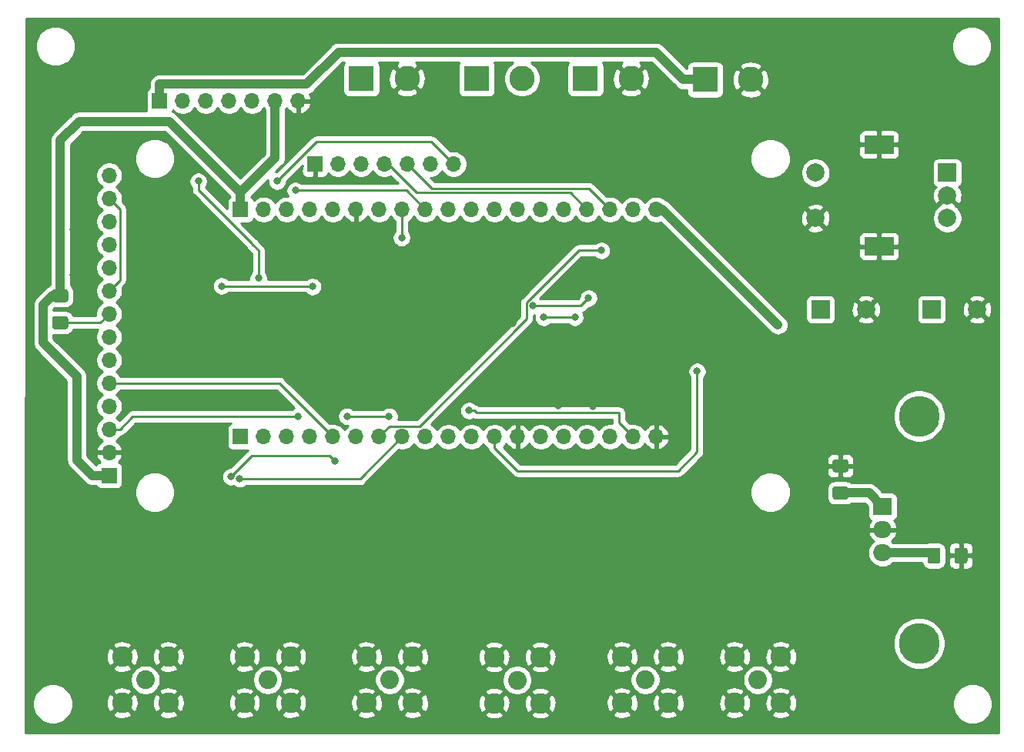
<source format=gbr>
G04 #@! TF.GenerationSoftware,KiCad,Pcbnew,(5.1.8)-1*
G04 #@! TF.CreationDate,2020-12-31T15:53:54+01:00*
G04 #@! TF.ProjectId,vfo-pcb,76666f2d-7063-4622-9e6b-696361645f70,rev?*
G04 #@! TF.SameCoordinates,Original*
G04 #@! TF.FileFunction,Copper,L2,Bot*
G04 #@! TF.FilePolarity,Positive*
%FSLAX46Y46*%
G04 Gerber Fmt 4.6, Leading zero omitted, Abs format (unit mm)*
G04 Created by KiCad (PCBNEW (5.1.8)-1) date 2020-12-31 15:53:54*
%MOMM*%
%LPD*%
G01*
G04 APERTURE LIST*
G04 #@! TA.AperFunction,ComponentPad*
%ADD10C,2.000000*%
G04 #@! TD*
G04 #@! TA.AperFunction,ComponentPad*
%ADD11R,2.000000X2.000000*%
G04 #@! TD*
G04 #@! TA.AperFunction,ComponentPad*
%ADD12C,4.500880*%
G04 #@! TD*
G04 #@! TA.AperFunction,ComponentPad*
%ADD13R,1.700000X1.700000*%
G04 #@! TD*
G04 #@! TA.AperFunction,ComponentPad*
%ADD14O,1.700000X1.700000*%
G04 #@! TD*
G04 #@! TA.AperFunction,ComponentPad*
%ADD15R,2.800000X2.800000*%
G04 #@! TD*
G04 #@! TA.AperFunction,ComponentPad*
%ADD16C,2.800000*%
G04 #@! TD*
G04 #@! TA.AperFunction,ComponentPad*
%ADD17R,3.200000X2.000000*%
G04 #@! TD*
G04 #@! TA.AperFunction,ComponentPad*
%ADD18R,2.000000X1.905000*%
G04 #@! TD*
G04 #@! TA.AperFunction,ComponentPad*
%ADD19O,2.000000X1.905000*%
G04 #@! TD*
G04 #@! TA.AperFunction,ComponentPad*
%ADD20C,2.050000*%
G04 #@! TD*
G04 #@! TA.AperFunction,ComponentPad*
%ADD21C,2.250000*%
G04 #@! TD*
G04 #@! TA.AperFunction,ViaPad*
%ADD22C,0.800000*%
G04 #@! TD*
G04 #@! TA.AperFunction,Conductor*
%ADD23C,1.000000*%
G04 #@! TD*
G04 #@! TA.AperFunction,Conductor*
%ADD24C,0.250000*%
G04 #@! TD*
G04 #@! TA.AperFunction,Conductor*
%ADD25C,0.254000*%
G04 #@! TD*
G04 #@! TA.AperFunction,Conductor*
%ADD26C,0.100000*%
G04 #@! TD*
G04 APERTURE END LIST*
D10*
X147610000Y-84980000D03*
D11*
X142610000Y-84980000D03*
D10*
X135390000Y-84980000D03*
D11*
X130390000Y-84980000D03*
D12*
X141226540Y-121701560D03*
X141226540Y-96701560D03*
D13*
X57713880Y-62047120D03*
D14*
X60253880Y-62047120D03*
X62793880Y-62047120D03*
X65333880Y-62047120D03*
X67873880Y-62047120D03*
X70413880Y-62047120D03*
X72953880Y-62047120D03*
G04 #@! TA.AperFunction,SMDPad,CuDef*
G36*
G01*
X131955380Y-101472640D02*
X133205380Y-101472640D01*
G75*
G02*
X133455380Y-101722640I0J-250000D01*
G01*
X133455380Y-102647640D01*
G75*
G02*
X133205380Y-102897640I-250000J0D01*
G01*
X131955380Y-102897640D01*
G75*
G02*
X131705380Y-102647640I0J250000D01*
G01*
X131705380Y-101722640D01*
G75*
G02*
X131955380Y-101472640I250000J0D01*
G01*
G37*
G04 #@! TD.AperFunction*
G04 #@! TA.AperFunction,SMDPad,CuDef*
G36*
G01*
X131955380Y-104447640D02*
X133205380Y-104447640D01*
G75*
G02*
X133455380Y-104697640I0J-250000D01*
G01*
X133455380Y-105622640D01*
G75*
G02*
X133205380Y-105872640I-250000J0D01*
G01*
X131955380Y-105872640D01*
G75*
G02*
X131705380Y-105622640I0J250000D01*
G01*
X131705380Y-104697640D01*
G75*
G02*
X131955380Y-104447640I250000J0D01*
G01*
G37*
G04 #@! TD.AperFunction*
G04 #@! TA.AperFunction,SMDPad,CuDef*
G36*
G01*
X143570660Y-111429640D02*
X143570660Y-112679640D01*
G75*
G02*
X143320660Y-112929640I-250000J0D01*
G01*
X142395660Y-112929640D01*
G75*
G02*
X142145660Y-112679640I0J250000D01*
G01*
X142145660Y-111429640D01*
G75*
G02*
X142395660Y-111179640I250000J0D01*
G01*
X143320660Y-111179640D01*
G75*
G02*
X143570660Y-111429640I0J-250000D01*
G01*
G37*
G04 #@! TD.AperFunction*
G04 #@! TA.AperFunction,SMDPad,CuDef*
G36*
G01*
X146545660Y-111429640D02*
X146545660Y-112679640D01*
G75*
G02*
X146295660Y-112929640I-250000J0D01*
G01*
X145370660Y-112929640D01*
G75*
G02*
X145120660Y-112679640I0J250000D01*
G01*
X145120660Y-111429640D01*
G75*
G02*
X145370660Y-111179640I250000J0D01*
G01*
X146295660Y-111179640D01*
G75*
G02*
X146545660Y-111429640I0J-250000D01*
G01*
G37*
G04 #@! TD.AperFunction*
X112323880Y-98983800D03*
X109783880Y-98983800D03*
X107243880Y-98983800D03*
X104703880Y-98983800D03*
X102163880Y-98983800D03*
X99623880Y-98983800D03*
X97083880Y-98983800D03*
X94543880Y-98983800D03*
X92003880Y-98983800D03*
X89463880Y-98983800D03*
X86923880Y-98983800D03*
X84383880Y-98983800D03*
X81843880Y-98983800D03*
X79303880Y-98983800D03*
X76763880Y-98983800D03*
X74223880Y-98983800D03*
X71683880Y-98983800D03*
X69143880Y-98983800D03*
D13*
X66603880Y-98983800D03*
X66603880Y-73983800D03*
D14*
X69143880Y-73983800D03*
X71683880Y-73983800D03*
X74223880Y-73983800D03*
X76763880Y-73983800D03*
X79303880Y-73983800D03*
X81843880Y-73983800D03*
X84383880Y-73983800D03*
X86923880Y-73983800D03*
X89463880Y-73983800D03*
X92003880Y-73983800D03*
X94543880Y-73983800D03*
X97083880Y-73983800D03*
X99623880Y-73983800D03*
X102163880Y-73983800D03*
X104703880Y-73983800D03*
X107243880Y-73983800D03*
X109783880Y-73983800D03*
X112323880Y-73983800D03*
D15*
X104546400Y-59598560D03*
D16*
X109546400Y-59598560D03*
X84908400Y-59598560D03*
D15*
X79908400Y-59598560D03*
D13*
X52161440Y-103235760D03*
D14*
X52161440Y-100695760D03*
X52161440Y-98155760D03*
X52161440Y-95615760D03*
X52161440Y-93075760D03*
X52161440Y-90535760D03*
X52161440Y-87995760D03*
X52161440Y-85455760D03*
X52161440Y-82915760D03*
X52161440Y-80375760D03*
X52161440Y-77835760D03*
X52161440Y-75295760D03*
X52161440Y-72755760D03*
X52161440Y-70215760D03*
D11*
X144327880Y-69936360D03*
D10*
X144327880Y-72436360D03*
X144327880Y-74936360D03*
D17*
X136827880Y-66836360D03*
X136827880Y-78036360D03*
D10*
X129827880Y-69936360D03*
X129827880Y-74936360D03*
D16*
X97572840Y-59598560D03*
D15*
X92572840Y-59598560D03*
X117698520Y-59700160D03*
D16*
X122698520Y-59700160D03*
D18*
X137213340Y-106654600D03*
D19*
X137213340Y-109194600D03*
X137213340Y-111734600D03*
D13*
X74792840Y-68991480D03*
D14*
X77332840Y-68991480D03*
X79872840Y-68991480D03*
X82412840Y-68991480D03*
X84952840Y-68991480D03*
X87492840Y-68991480D03*
X90032840Y-68991480D03*
G04 #@! TA.AperFunction,SMDPad,CuDef*
G36*
G01*
X46156720Y-85727840D02*
X47406720Y-85727840D01*
G75*
G02*
X47656720Y-85977840I0J-250000D01*
G01*
X47656720Y-86902840D01*
G75*
G02*
X47406720Y-87152840I-250000J0D01*
G01*
X46156720Y-87152840D01*
G75*
G02*
X45906720Y-86902840I0J250000D01*
G01*
X45906720Y-85977840D01*
G75*
G02*
X46156720Y-85727840I250000J0D01*
G01*
G37*
G04 #@! TD.AperFunction*
G04 #@! TA.AperFunction,SMDPad,CuDef*
G36*
G01*
X46156720Y-82752840D02*
X47406720Y-82752840D01*
G75*
G02*
X47656720Y-83002840I0J-250000D01*
G01*
X47656720Y-83927840D01*
G75*
G02*
X47406720Y-84177840I-250000J0D01*
G01*
X46156720Y-84177840D01*
G75*
G02*
X45906720Y-83927840I0J250000D01*
G01*
X45906720Y-83002840D01*
G75*
G02*
X46156720Y-82752840I250000J0D01*
G01*
G37*
G04 #@! TD.AperFunction*
D20*
X123489720Y-125712220D03*
D21*
X126029720Y-128252220D03*
X126029720Y-123172220D03*
X120949720Y-123172220D03*
X120949720Y-128252220D03*
D20*
X111114840Y-125712220D03*
D21*
X113654840Y-128252220D03*
X113654840Y-123172220D03*
X108574840Y-123172220D03*
X108574840Y-128252220D03*
D20*
X97025000Y-125750000D03*
D21*
X99565000Y-128290000D03*
X99565000Y-123210000D03*
X94485000Y-123210000D03*
X94485000Y-128290000D03*
X80465168Y-128252220D03*
X80465168Y-123172220D03*
X85545168Y-123172220D03*
X85545168Y-128252220D03*
D20*
X83005168Y-125712220D03*
D21*
X67044824Y-128252220D03*
X67044824Y-123172220D03*
X72124824Y-123172220D03*
X72124824Y-128252220D03*
D20*
X69584824Y-125712220D03*
D21*
X53604160Y-128252220D03*
X53604160Y-123172220D03*
X58684160Y-123172220D03*
X58684160Y-128252220D03*
D20*
X56144160Y-125712220D03*
D22*
X65318640Y-95763080D03*
X69377560Y-95763080D03*
X50779680Y-55900320D03*
X55819040Y-55900320D03*
X61087000Y-55961280D03*
X66070480Y-55900320D03*
X71338440Y-55961280D03*
X75971400Y-56017160D03*
X149169120Y-64068960D03*
X149560280Y-68737480D03*
X149560280Y-73324720D03*
X149560280Y-77998320D03*
X149555200Y-92837000D03*
X149626320Y-96870520D03*
X148259800Y-106700320D03*
X148264880Y-110865920D03*
X148305520Y-116088160D03*
X45811440Y-106812080D03*
X45755560Y-101325680D03*
X45897800Y-96616520D03*
X45826680Y-91627960D03*
X45786040Y-61051440D03*
X45684440Y-65399920D03*
X44470320Y-70866000D03*
X44368720Y-75925680D03*
X44267120Y-81086960D03*
X48214280Y-81188560D03*
X48214280Y-76128880D03*
X48417480Y-70866000D03*
X48823880Y-67223640D03*
X110728760Y-86908640D03*
X115961160Y-87015320D03*
X116210080Y-82235040D03*
X75808840Y-77536040D03*
X56738520Y-98389440D03*
X55849520Y-76266040D03*
X61061600Y-76266040D03*
X61254640Y-79847440D03*
X81528920Y-77409040D03*
X91064080Y-77409040D03*
X94752160Y-77536040D03*
X94752160Y-81097120D03*
X93101160Y-69910960D03*
X95514160Y-66730880D03*
X101366320Y-66984880D03*
X101493320Y-69910960D03*
X65765680Y-68762880D03*
X65892680Y-66095880D03*
X101503480Y-95580200D03*
X105379520Y-95631000D03*
X99380040Y-89067640D03*
X97830640Y-94594680D03*
X94264480Y-94701360D03*
X106619040Y-101625400D03*
X111577120Y-101574600D03*
X101503480Y-101523800D03*
X108407200Y-77221080D03*
X105313480Y-77292200D03*
X101097080Y-76794360D03*
X103515160Y-88701880D03*
X107172760Y-88701880D03*
X137342880Y-81036160D03*
X121935240Y-96271080D03*
X121808240Y-91643200D03*
X121935240Y-100644960D03*
X113014760Y-69926200D03*
X116687600Y-69961760D03*
X120700800Y-69961760D03*
X120665240Y-66431160D03*
X116875560Y-66471800D03*
X112938560Y-66395600D03*
X82410300Y-130962400D03*
X87673180Y-130962400D03*
X92793820Y-130962400D03*
X97868740Y-130962400D03*
X102938580Y-130962400D03*
X106103420Y-130949700D03*
X110477300Y-130949700D03*
X114607340Y-130949700D03*
X121582180Y-130962400D03*
X126326900Y-130962400D03*
X132011420Y-130644900D03*
X133510020Y-95331280D03*
X111145320Y-82407760D03*
X115041680Y-93426280D03*
X92379800Y-54096920D03*
X97673160Y-54096920D03*
X104007920Y-54010560D03*
X117713760Y-54096920D03*
X128300480Y-54010560D03*
X137322560Y-54096920D03*
X79456280Y-54442360D03*
X109397800Y-111135160D03*
X44599860Y-111599980D03*
X44472860Y-116761260D03*
X44549060Y-121699020D03*
X72024240Y-114797840D03*
X68922900Y-108143040D03*
X76240640Y-108097320D03*
X81310480Y-107960160D03*
X86339680Y-108005880D03*
X91455240Y-108051600D03*
X91424760Y-111704120D03*
X76210160Y-111770160D03*
X81310480Y-111704120D03*
X86319360Y-111770160D03*
X104053640Y-118023640D03*
X132069840Y-126984760D03*
X131859020Y-120771920D03*
X131859020Y-115793520D03*
X132046980Y-110815120D03*
X126812040Y-111770160D03*
X121742200Y-111866680D03*
X81315560Y-81183480D03*
X86349840Y-81280000D03*
X86349840Y-86314280D03*
X91577160Y-91348560D03*
X91668600Y-86405720D03*
X91577160Y-81183480D03*
X96514920Y-86502240D03*
X127040640Y-61020960D03*
X132171440Y-60827920D03*
X137114280Y-60924440D03*
X142240000Y-60924440D03*
X70993000Y-86558120D03*
X76398120Y-91292680D03*
X75732640Y-84754720D03*
X81467960Y-91292680D03*
X71257160Y-81219040D03*
X71191120Y-77348080D03*
X69392800Y-91561920D03*
X77800200Y-95361760D03*
X56718200Y-95285560D03*
X56560720Y-88239600D03*
X55925720Y-81589880D03*
X78437740Y-130992880D03*
X73987660Y-131051300D03*
X69639180Y-131091940D03*
X65067180Y-131091940D03*
X61196220Y-130987800D03*
X56888380Y-131023360D03*
X52539900Y-131064000D03*
X86299040Y-103073200D03*
X91424760Y-103210360D03*
X106522520Y-105008680D03*
X111506000Y-104962960D03*
X116845080Y-105034080D03*
X119639080Y-102910640D03*
X61000640Y-98531680D03*
X61000640Y-101666040D03*
X86385400Y-77246480D03*
X103987600Y-121224040D03*
X103398320Y-129981960D03*
X54531260Y-118130320D03*
X56215280Y-118107460D03*
X90073480Y-129283460D03*
X90147140Y-124985780D03*
X116982240Y-127690880D03*
X117475000Y-129987040D03*
X49034700Y-110159800D03*
X49034700Y-107642660D03*
X64993520Y-111566960D03*
X67510660Y-106621580D03*
X70236080Y-106591100D03*
X72539860Y-106591100D03*
X91734640Y-96098360D03*
X72644000Y-71882000D03*
X64521080Y-82392520D03*
X74513440Y-82458560D03*
X72903080Y-96753680D03*
X78303120Y-96733360D03*
X82951320Y-96738440D03*
X106299000Y-78486000D03*
X103378000Y-85852000D03*
X99949000Y-85852000D03*
X84328000Y-77089000D03*
X116814600Y-91780360D03*
X98790760Y-84576920D03*
X104871520Y-83728560D03*
X125698580Y-86670820D03*
X65552320Y-103388160D03*
X76949300Y-101635560D03*
X66532760Y-103616760D03*
X70633318Y-70866000D03*
X61976000Y-70866000D03*
X68580000Y-81534000D03*
D23*
X142538120Y-111734600D02*
X142858160Y-112054640D01*
X137213340Y-111734600D02*
X142538120Y-111734600D01*
X46781720Y-66374642D02*
X48874042Y-64282320D01*
X46781720Y-83465340D02*
X46781720Y-66374642D01*
X58752400Y-64282320D02*
X66603880Y-72133800D01*
X48874042Y-64282320D02*
X58752400Y-64282320D01*
X44906710Y-88635988D02*
X48615600Y-92344878D01*
X44906710Y-84465350D02*
X44906710Y-88635988D01*
X46781720Y-83465340D02*
X45906720Y-83465340D01*
X45906720Y-83465340D02*
X44906710Y-84465350D01*
X50311440Y-103235760D02*
X52161440Y-103235760D01*
X48615600Y-101539920D02*
X50311440Y-103235760D01*
X48615600Y-92344878D02*
X48615600Y-101539920D01*
X70413880Y-63249201D02*
X70413880Y-62047120D01*
X70413880Y-68323800D02*
X70413880Y-63249201D01*
X66603880Y-72133800D02*
X70413880Y-68323800D01*
X66603880Y-73983800D02*
X66603880Y-72133800D01*
D24*
X91734640Y-96098360D02*
X92300325Y-96098360D01*
X92557966Y-96356001D02*
X108225759Y-96356001D01*
X92300325Y-96098360D02*
X92557966Y-96356001D01*
X108225759Y-97425679D02*
X109783880Y-98983800D01*
X108225759Y-96356001D02*
X108225759Y-97425679D01*
X53336441Y-73930761D02*
X53011439Y-73605759D01*
X53011439Y-73605759D02*
X52161440Y-72755760D01*
X53336441Y-81740759D02*
X53336441Y-73930761D01*
X52161440Y-82915760D02*
X53336441Y-81740759D01*
X84822080Y-71882000D02*
X86923880Y-73983800D01*
X72644000Y-71882000D02*
X84822080Y-71882000D01*
X64521080Y-82392520D02*
X74447400Y-82392520D01*
X74447400Y-82392520D02*
X74513440Y-82458560D01*
X53363521Y-98155760D02*
X54750361Y-96768920D01*
X52161440Y-98155760D02*
X53363521Y-98155760D01*
X54750361Y-96768920D02*
X72887840Y-96768920D01*
X72887840Y-96768920D02*
X72903080Y-96753680D01*
X78303120Y-96733360D02*
X82946240Y-96733360D01*
X82946240Y-96733360D02*
X82951320Y-96738440D01*
X70855840Y-93075760D02*
X76763880Y-98983800D01*
X52161440Y-93075760D02*
X70855840Y-93075760D01*
X51176860Y-86440340D02*
X52161440Y-85455760D01*
X46781720Y-86440340D02*
X51176860Y-86440340D01*
X83018881Y-97808799D02*
X81843880Y-98983800D01*
X98065759Y-86024403D02*
X86281363Y-97808799D01*
X86281363Y-97808799D02*
X83018881Y-97808799D01*
X98065759Y-84228919D02*
X98065759Y-86024403D01*
X103808678Y-78486000D02*
X98065759Y-84228919D01*
X106299000Y-78486000D02*
X103808678Y-78486000D01*
D23*
X135718880Y-105160140D02*
X137213340Y-106654600D01*
X132580380Y-105160140D02*
X135718880Y-105160140D01*
X57713880Y-60197120D02*
X57713880Y-62047120D01*
X77371401Y-56689161D02*
X73863443Y-60197119D01*
X73863443Y-60197119D02*
X57713880Y-60197120D01*
X112287521Y-56689161D02*
X77371401Y-56689161D01*
X115298520Y-59700160D02*
X112287521Y-56689161D01*
X117698520Y-59700160D02*
X115298520Y-59700160D01*
D24*
X103378000Y-85852000D02*
X99949000Y-85852000D01*
X84328000Y-74039680D02*
X84383880Y-73983800D01*
X84328000Y-77089000D02*
X84328000Y-74039680D01*
X116814600Y-100650040D02*
X116814600Y-91780360D01*
X94543880Y-100185881D02*
X97075599Y-102717600D01*
X94543880Y-98983800D02*
X94543880Y-100185881D01*
X97075599Y-102717600D02*
X114747040Y-102717600D01*
X114747040Y-102717600D02*
X116814600Y-100650040D01*
X104023160Y-84576920D02*
X104871520Y-83728560D01*
X98790760Y-84576920D02*
X104023160Y-84576920D01*
X104946071Y-71685991D02*
X107243880Y-73983800D01*
X87647351Y-71685991D02*
X104946071Y-71685991D01*
X84952840Y-68991480D02*
X87647351Y-71685991D01*
X82834480Y-68991480D02*
X82412840Y-68991480D01*
X85979000Y-72136000D02*
X82834480Y-68991480D01*
X102856080Y-72136000D02*
X85979000Y-72136000D01*
X104703880Y-73983800D02*
X102856080Y-72136000D01*
D23*
X113011560Y-73983800D02*
X112323880Y-73983800D01*
X125698580Y-86670820D02*
X113011560Y-73983800D01*
D24*
X76407179Y-101093439D02*
X76949300Y-101635560D01*
X65552320Y-103388160D02*
X67847041Y-101093439D01*
X67847041Y-101093439D02*
X76407179Y-101093439D01*
X84383880Y-98983800D02*
X79750920Y-103616760D01*
X79750920Y-103616760D02*
X66532760Y-103616760D01*
X90032840Y-68991480D02*
X87589360Y-66548000D01*
X74951318Y-66548000D02*
X70633318Y-70866000D01*
X87589360Y-66548000D02*
X74951318Y-66548000D01*
X70633318Y-70866000D02*
X70633318Y-70866000D01*
X61976000Y-71820922D02*
X67879078Y-77724000D01*
X61976000Y-70866000D02*
X61976000Y-71820922D01*
X67879078Y-77724000D02*
X67879078Y-77785078D01*
X67879078Y-77785078D02*
X68580000Y-78486000D01*
X68580000Y-78486000D02*
X68580000Y-81534000D01*
X68580000Y-81534000D02*
X68580000Y-81534000D01*
D25*
X150009819Y-131514259D02*
X42969305Y-131559422D01*
X42972022Y-128141312D01*
X43733920Y-128141312D01*
X43733920Y-128581568D01*
X43819810Y-129013365D01*
X43988289Y-129420109D01*
X44232882Y-129786169D01*
X44544191Y-130097478D01*
X44910251Y-130342071D01*
X45316995Y-130510550D01*
X45748792Y-130596440D01*
X46189048Y-130596440D01*
X46620845Y-130510550D01*
X47027589Y-130342071D01*
X47393649Y-130097478D01*
X47704958Y-129786169D01*
X47911704Y-129476751D01*
X52559234Y-129476751D01*
X52670081Y-129753934D01*
X52981000Y-129907309D01*
X53315865Y-129997080D01*
X53661810Y-130019796D01*
X54005540Y-129974586D01*
X54333845Y-129863186D01*
X54538239Y-129753934D01*
X54649086Y-129476751D01*
X57639234Y-129476751D01*
X57750081Y-129753934D01*
X58061000Y-129907309D01*
X58395865Y-129997080D01*
X58741810Y-130019796D01*
X59085540Y-129974586D01*
X59413845Y-129863186D01*
X59618239Y-129753934D01*
X59729086Y-129476751D01*
X65999898Y-129476751D01*
X66110745Y-129753934D01*
X66421664Y-129907309D01*
X66756529Y-129997080D01*
X67102474Y-130019796D01*
X67446204Y-129974586D01*
X67774509Y-129863186D01*
X67978903Y-129753934D01*
X68089750Y-129476751D01*
X71079898Y-129476751D01*
X71190745Y-129753934D01*
X71501664Y-129907309D01*
X71836529Y-129997080D01*
X72182474Y-130019796D01*
X72526204Y-129974586D01*
X72854509Y-129863186D01*
X73058903Y-129753934D01*
X73169750Y-129476751D01*
X79420242Y-129476751D01*
X79531089Y-129753934D01*
X79842008Y-129907309D01*
X80176873Y-129997080D01*
X80522818Y-130019796D01*
X80866548Y-129974586D01*
X81194853Y-129863186D01*
X81399247Y-129753934D01*
X81510094Y-129476751D01*
X84500242Y-129476751D01*
X84611089Y-129753934D01*
X84922008Y-129907309D01*
X85256873Y-129997080D01*
X85602818Y-130019796D01*
X85946548Y-129974586D01*
X86274853Y-129863186D01*
X86479247Y-129753934D01*
X86574985Y-129514531D01*
X93440074Y-129514531D01*
X93550921Y-129791714D01*
X93861840Y-129945089D01*
X94196705Y-130034860D01*
X94542650Y-130057576D01*
X94886380Y-130012366D01*
X95214685Y-129900966D01*
X95419079Y-129791714D01*
X95529926Y-129514531D01*
X98520074Y-129514531D01*
X98630921Y-129791714D01*
X98941840Y-129945089D01*
X99276705Y-130034860D01*
X99622650Y-130057576D01*
X99966380Y-130012366D01*
X100294685Y-129900966D01*
X100499079Y-129791714D01*
X100609926Y-129514531D01*
X100572146Y-129476751D01*
X107529914Y-129476751D01*
X107640761Y-129753934D01*
X107951680Y-129907309D01*
X108286545Y-129997080D01*
X108632490Y-130019796D01*
X108976220Y-129974586D01*
X109304525Y-129863186D01*
X109508919Y-129753934D01*
X109619766Y-129476751D01*
X112609914Y-129476751D01*
X112720761Y-129753934D01*
X113031680Y-129907309D01*
X113366545Y-129997080D01*
X113712490Y-130019796D01*
X114056220Y-129974586D01*
X114384525Y-129863186D01*
X114588919Y-129753934D01*
X114699766Y-129476751D01*
X119904794Y-129476751D01*
X120015641Y-129753934D01*
X120326560Y-129907309D01*
X120661425Y-129997080D01*
X121007370Y-130019796D01*
X121351100Y-129974586D01*
X121679405Y-129863186D01*
X121883799Y-129753934D01*
X121994646Y-129476751D01*
X124984794Y-129476751D01*
X125095641Y-129753934D01*
X125406560Y-129907309D01*
X125741425Y-129997080D01*
X126087370Y-130019796D01*
X126431100Y-129974586D01*
X126759405Y-129863186D01*
X126963799Y-129753934D01*
X127074646Y-129476751D01*
X126029720Y-128431825D01*
X124984794Y-129476751D01*
X121994646Y-129476751D01*
X120949720Y-128431825D01*
X119904794Y-129476751D01*
X114699766Y-129476751D01*
X113654840Y-128431825D01*
X112609914Y-129476751D01*
X109619766Y-129476751D01*
X108574840Y-128431825D01*
X107529914Y-129476751D01*
X100572146Y-129476751D01*
X99565000Y-128469605D01*
X98520074Y-129514531D01*
X95529926Y-129514531D01*
X94485000Y-128469605D01*
X93440074Y-129514531D01*
X86574985Y-129514531D01*
X86590094Y-129476751D01*
X85545168Y-128431825D01*
X84500242Y-129476751D01*
X81510094Y-129476751D01*
X80465168Y-128431825D01*
X79420242Y-129476751D01*
X73169750Y-129476751D01*
X72124824Y-128431825D01*
X71079898Y-129476751D01*
X68089750Y-129476751D01*
X67044824Y-128431825D01*
X65999898Y-129476751D01*
X59729086Y-129476751D01*
X58684160Y-128431825D01*
X57639234Y-129476751D01*
X54649086Y-129476751D01*
X53604160Y-128431825D01*
X52559234Y-129476751D01*
X47911704Y-129476751D01*
X47949551Y-129420109D01*
X48118030Y-129013365D01*
X48203920Y-128581568D01*
X48203920Y-128309870D01*
X51836584Y-128309870D01*
X51881794Y-128653600D01*
X51993194Y-128981905D01*
X52102446Y-129186299D01*
X52379629Y-129297146D01*
X53424555Y-128252220D01*
X53783765Y-128252220D01*
X54828691Y-129297146D01*
X55105874Y-129186299D01*
X55259249Y-128875380D01*
X55349020Y-128540515D01*
X55364164Y-128309870D01*
X56916584Y-128309870D01*
X56961794Y-128653600D01*
X57073194Y-128981905D01*
X57182446Y-129186299D01*
X57459629Y-129297146D01*
X58504555Y-128252220D01*
X58863765Y-128252220D01*
X59908691Y-129297146D01*
X60185874Y-129186299D01*
X60339249Y-128875380D01*
X60429020Y-128540515D01*
X60444164Y-128309870D01*
X65277248Y-128309870D01*
X65322458Y-128653600D01*
X65433858Y-128981905D01*
X65543110Y-129186299D01*
X65820293Y-129297146D01*
X66865219Y-128252220D01*
X67224429Y-128252220D01*
X68269355Y-129297146D01*
X68546538Y-129186299D01*
X68699913Y-128875380D01*
X68789684Y-128540515D01*
X68804828Y-128309870D01*
X70357248Y-128309870D01*
X70402458Y-128653600D01*
X70513858Y-128981905D01*
X70623110Y-129186299D01*
X70900293Y-129297146D01*
X71945219Y-128252220D01*
X72304429Y-128252220D01*
X73349355Y-129297146D01*
X73626538Y-129186299D01*
X73779913Y-128875380D01*
X73869684Y-128540515D01*
X73884828Y-128309870D01*
X78697592Y-128309870D01*
X78742802Y-128653600D01*
X78854202Y-128981905D01*
X78963454Y-129186299D01*
X79240637Y-129297146D01*
X80285563Y-128252220D01*
X80644773Y-128252220D01*
X81689699Y-129297146D01*
X81966882Y-129186299D01*
X82120257Y-128875380D01*
X82210028Y-128540515D01*
X82225172Y-128309870D01*
X83777592Y-128309870D01*
X83822802Y-128653600D01*
X83934202Y-128981905D01*
X84043454Y-129186299D01*
X84320637Y-129297146D01*
X85365563Y-128252220D01*
X85724773Y-128252220D01*
X86769699Y-129297146D01*
X87046882Y-129186299D01*
X87200257Y-128875380D01*
X87290028Y-128540515D01*
X87302692Y-128347650D01*
X92717424Y-128347650D01*
X92762634Y-128691380D01*
X92874034Y-129019685D01*
X92983286Y-129224079D01*
X93260469Y-129334926D01*
X94305395Y-128290000D01*
X94664605Y-128290000D01*
X95709531Y-129334926D01*
X95986714Y-129224079D01*
X96140089Y-128913160D01*
X96229860Y-128578295D01*
X96245004Y-128347650D01*
X97797424Y-128347650D01*
X97842634Y-128691380D01*
X97954034Y-129019685D01*
X98063286Y-129224079D01*
X98340469Y-129334926D01*
X99385395Y-128290000D01*
X99744605Y-128290000D01*
X100789531Y-129334926D01*
X101066714Y-129224079D01*
X101220089Y-128913160D01*
X101309860Y-128578295D01*
X101327485Y-128309870D01*
X106807264Y-128309870D01*
X106852474Y-128653600D01*
X106963874Y-128981905D01*
X107073126Y-129186299D01*
X107350309Y-129297146D01*
X108395235Y-128252220D01*
X108754445Y-128252220D01*
X109799371Y-129297146D01*
X110076554Y-129186299D01*
X110229929Y-128875380D01*
X110319700Y-128540515D01*
X110334844Y-128309870D01*
X111887264Y-128309870D01*
X111932474Y-128653600D01*
X112043874Y-128981905D01*
X112153126Y-129186299D01*
X112430309Y-129297146D01*
X113475235Y-128252220D01*
X113834445Y-128252220D01*
X114879371Y-129297146D01*
X115156554Y-129186299D01*
X115309929Y-128875380D01*
X115399700Y-128540515D01*
X115414844Y-128309870D01*
X119182144Y-128309870D01*
X119227354Y-128653600D01*
X119338754Y-128981905D01*
X119448006Y-129186299D01*
X119725189Y-129297146D01*
X120770115Y-128252220D01*
X121129325Y-128252220D01*
X122174251Y-129297146D01*
X122451434Y-129186299D01*
X122604809Y-128875380D01*
X122694580Y-128540515D01*
X122709724Y-128309870D01*
X124262144Y-128309870D01*
X124307354Y-128653600D01*
X124418754Y-128981905D01*
X124528006Y-129186299D01*
X124805189Y-129297146D01*
X125850115Y-128252220D01*
X126209325Y-128252220D01*
X127254251Y-129297146D01*
X127531434Y-129186299D01*
X127684809Y-128875380D01*
X127774580Y-128540515D01*
X127797296Y-128194570D01*
X127790292Y-128141312D01*
X144861480Y-128141312D01*
X144861480Y-128581568D01*
X144947370Y-129013365D01*
X145115849Y-129420109D01*
X145360442Y-129786169D01*
X145671751Y-130097478D01*
X146037811Y-130342071D01*
X146444555Y-130510550D01*
X146876352Y-130596440D01*
X147316608Y-130596440D01*
X147748405Y-130510550D01*
X148155149Y-130342071D01*
X148521209Y-130097478D01*
X148832518Y-129786169D01*
X149077111Y-129420109D01*
X149245590Y-129013365D01*
X149331480Y-128581568D01*
X149331480Y-128141312D01*
X149245590Y-127709515D01*
X149077111Y-127302771D01*
X148832518Y-126936711D01*
X148521209Y-126625402D01*
X148155149Y-126380809D01*
X147748405Y-126212330D01*
X147316608Y-126126440D01*
X146876352Y-126126440D01*
X146444555Y-126212330D01*
X146037811Y-126380809D01*
X145671751Y-126625402D01*
X145360442Y-126936711D01*
X145115849Y-127302771D01*
X144947370Y-127709515D01*
X144861480Y-128141312D01*
X127790292Y-128141312D01*
X127752086Y-127850840D01*
X127640686Y-127522535D01*
X127531434Y-127318141D01*
X127254251Y-127207294D01*
X126209325Y-128252220D01*
X125850115Y-128252220D01*
X124805189Y-127207294D01*
X124528006Y-127318141D01*
X124374631Y-127629060D01*
X124284860Y-127963925D01*
X124262144Y-128309870D01*
X122709724Y-128309870D01*
X122717296Y-128194570D01*
X122672086Y-127850840D01*
X122560686Y-127522535D01*
X122451434Y-127318141D01*
X122174251Y-127207294D01*
X121129325Y-128252220D01*
X120770115Y-128252220D01*
X119725189Y-127207294D01*
X119448006Y-127318141D01*
X119294631Y-127629060D01*
X119204860Y-127963925D01*
X119182144Y-128309870D01*
X115414844Y-128309870D01*
X115422416Y-128194570D01*
X115377206Y-127850840D01*
X115265806Y-127522535D01*
X115156554Y-127318141D01*
X114879371Y-127207294D01*
X113834445Y-128252220D01*
X113475235Y-128252220D01*
X112430309Y-127207294D01*
X112153126Y-127318141D01*
X111999751Y-127629060D01*
X111909980Y-127963925D01*
X111887264Y-128309870D01*
X110334844Y-128309870D01*
X110342416Y-128194570D01*
X110297206Y-127850840D01*
X110185806Y-127522535D01*
X110076554Y-127318141D01*
X109799371Y-127207294D01*
X108754445Y-128252220D01*
X108395235Y-128252220D01*
X107350309Y-127207294D01*
X107073126Y-127318141D01*
X106919751Y-127629060D01*
X106829980Y-127963925D01*
X106807264Y-128309870D01*
X101327485Y-128309870D01*
X101332576Y-128232350D01*
X101287366Y-127888620D01*
X101175966Y-127560315D01*
X101066714Y-127355921D01*
X100789531Y-127245074D01*
X99744605Y-128290000D01*
X99385395Y-128290000D01*
X98340469Y-127245074D01*
X98063286Y-127355921D01*
X97909911Y-127666840D01*
X97820140Y-128001705D01*
X97797424Y-128347650D01*
X96245004Y-128347650D01*
X96252576Y-128232350D01*
X96207366Y-127888620D01*
X96095966Y-127560315D01*
X95986714Y-127355921D01*
X95709531Y-127245074D01*
X94664605Y-128290000D01*
X94305395Y-128290000D01*
X93260469Y-127245074D01*
X92983286Y-127355921D01*
X92829911Y-127666840D01*
X92740140Y-128001705D01*
X92717424Y-128347650D01*
X87302692Y-128347650D01*
X87312744Y-128194570D01*
X87267534Y-127850840D01*
X87156134Y-127522535D01*
X87046882Y-127318141D01*
X86769699Y-127207294D01*
X85724773Y-128252220D01*
X85365563Y-128252220D01*
X84320637Y-127207294D01*
X84043454Y-127318141D01*
X83890079Y-127629060D01*
X83800308Y-127963925D01*
X83777592Y-128309870D01*
X82225172Y-128309870D01*
X82232744Y-128194570D01*
X82187534Y-127850840D01*
X82076134Y-127522535D01*
X81966882Y-127318141D01*
X81689699Y-127207294D01*
X80644773Y-128252220D01*
X80285563Y-128252220D01*
X79240637Y-127207294D01*
X78963454Y-127318141D01*
X78810079Y-127629060D01*
X78720308Y-127963925D01*
X78697592Y-128309870D01*
X73884828Y-128309870D01*
X73892400Y-128194570D01*
X73847190Y-127850840D01*
X73735790Y-127522535D01*
X73626538Y-127318141D01*
X73349355Y-127207294D01*
X72304429Y-128252220D01*
X71945219Y-128252220D01*
X70900293Y-127207294D01*
X70623110Y-127318141D01*
X70469735Y-127629060D01*
X70379964Y-127963925D01*
X70357248Y-128309870D01*
X68804828Y-128309870D01*
X68812400Y-128194570D01*
X68767190Y-127850840D01*
X68655790Y-127522535D01*
X68546538Y-127318141D01*
X68269355Y-127207294D01*
X67224429Y-128252220D01*
X66865219Y-128252220D01*
X65820293Y-127207294D01*
X65543110Y-127318141D01*
X65389735Y-127629060D01*
X65299964Y-127963925D01*
X65277248Y-128309870D01*
X60444164Y-128309870D01*
X60451736Y-128194570D01*
X60406526Y-127850840D01*
X60295126Y-127522535D01*
X60185874Y-127318141D01*
X59908691Y-127207294D01*
X58863765Y-128252220D01*
X58504555Y-128252220D01*
X57459629Y-127207294D01*
X57182446Y-127318141D01*
X57029071Y-127629060D01*
X56939300Y-127963925D01*
X56916584Y-128309870D01*
X55364164Y-128309870D01*
X55371736Y-128194570D01*
X55326526Y-127850840D01*
X55215126Y-127522535D01*
X55105874Y-127318141D01*
X54828691Y-127207294D01*
X53783765Y-128252220D01*
X53424555Y-128252220D01*
X52379629Y-127207294D01*
X52102446Y-127318141D01*
X51949071Y-127629060D01*
X51859300Y-127963925D01*
X51836584Y-128309870D01*
X48203920Y-128309870D01*
X48203920Y-128141312D01*
X48118030Y-127709515D01*
X47949551Y-127302771D01*
X47765748Y-127027689D01*
X52559234Y-127027689D01*
X53604160Y-128072615D01*
X54649086Y-127027689D01*
X54538239Y-126750506D01*
X54227320Y-126597131D01*
X53892455Y-126507360D01*
X53546510Y-126484644D01*
X53202780Y-126529854D01*
X52874475Y-126641254D01*
X52670081Y-126750506D01*
X52559234Y-127027689D01*
X47765748Y-127027689D01*
X47704958Y-126936711D01*
X47393649Y-126625402D01*
X47027589Y-126380809D01*
X46620845Y-126212330D01*
X46189048Y-126126440D01*
X45748792Y-126126440D01*
X45316995Y-126212330D01*
X44910251Y-126380809D01*
X44544191Y-126625402D01*
X44232882Y-126936711D01*
X43988289Y-127302771D01*
X43819810Y-127709515D01*
X43733920Y-128141312D01*
X42972022Y-128141312D01*
X42974082Y-125548724D01*
X54484160Y-125548724D01*
X54484160Y-125875716D01*
X54547953Y-126196424D01*
X54673087Y-126498525D01*
X54854754Y-126770408D01*
X55085972Y-127001626D01*
X55357855Y-127183293D01*
X55659956Y-127308427D01*
X55980664Y-127372220D01*
X56307656Y-127372220D01*
X56628364Y-127308427D01*
X56930465Y-127183293D01*
X57163342Y-127027689D01*
X57639234Y-127027689D01*
X58684160Y-128072615D01*
X59729086Y-127027689D01*
X65999898Y-127027689D01*
X67044824Y-128072615D01*
X68089750Y-127027689D01*
X67978903Y-126750506D01*
X67667984Y-126597131D01*
X67333119Y-126507360D01*
X66987174Y-126484644D01*
X66643444Y-126529854D01*
X66315139Y-126641254D01*
X66110745Y-126750506D01*
X65999898Y-127027689D01*
X59729086Y-127027689D01*
X59618239Y-126750506D01*
X59307320Y-126597131D01*
X58972455Y-126507360D01*
X58626510Y-126484644D01*
X58282780Y-126529854D01*
X57954475Y-126641254D01*
X57750081Y-126750506D01*
X57639234Y-127027689D01*
X57163342Y-127027689D01*
X57202348Y-127001626D01*
X57433566Y-126770408D01*
X57615233Y-126498525D01*
X57740367Y-126196424D01*
X57804160Y-125875716D01*
X57804160Y-125548724D01*
X67924824Y-125548724D01*
X67924824Y-125875716D01*
X67988617Y-126196424D01*
X68113751Y-126498525D01*
X68295418Y-126770408D01*
X68526636Y-127001626D01*
X68798519Y-127183293D01*
X69100620Y-127308427D01*
X69421328Y-127372220D01*
X69748320Y-127372220D01*
X70069028Y-127308427D01*
X70371129Y-127183293D01*
X70604006Y-127027689D01*
X71079898Y-127027689D01*
X72124824Y-128072615D01*
X73169750Y-127027689D01*
X79420242Y-127027689D01*
X80465168Y-128072615D01*
X81510094Y-127027689D01*
X81399247Y-126750506D01*
X81088328Y-126597131D01*
X80753463Y-126507360D01*
X80407518Y-126484644D01*
X80063788Y-126529854D01*
X79735483Y-126641254D01*
X79531089Y-126750506D01*
X79420242Y-127027689D01*
X73169750Y-127027689D01*
X73058903Y-126750506D01*
X72747984Y-126597131D01*
X72413119Y-126507360D01*
X72067174Y-126484644D01*
X71723444Y-126529854D01*
X71395139Y-126641254D01*
X71190745Y-126750506D01*
X71079898Y-127027689D01*
X70604006Y-127027689D01*
X70643012Y-127001626D01*
X70874230Y-126770408D01*
X71055897Y-126498525D01*
X71181031Y-126196424D01*
X71244824Y-125875716D01*
X71244824Y-125548724D01*
X81345168Y-125548724D01*
X81345168Y-125875716D01*
X81408961Y-126196424D01*
X81534095Y-126498525D01*
X81715762Y-126770408D01*
X81946980Y-127001626D01*
X82218863Y-127183293D01*
X82520964Y-127308427D01*
X82841672Y-127372220D01*
X83168664Y-127372220D01*
X83489372Y-127308427D01*
X83791473Y-127183293D01*
X84024350Y-127027689D01*
X84500242Y-127027689D01*
X85545168Y-128072615D01*
X86552314Y-127065469D01*
X93440074Y-127065469D01*
X94485000Y-128110395D01*
X95529926Y-127065469D01*
X95419079Y-126788286D01*
X95108160Y-126634911D01*
X94773295Y-126545140D01*
X94427350Y-126522424D01*
X94083620Y-126567634D01*
X93755315Y-126679034D01*
X93550921Y-126788286D01*
X93440074Y-127065469D01*
X86552314Y-127065469D01*
X86590094Y-127027689D01*
X86479247Y-126750506D01*
X86168328Y-126597131D01*
X85833463Y-126507360D01*
X85487518Y-126484644D01*
X85143788Y-126529854D01*
X84815483Y-126641254D01*
X84611089Y-126750506D01*
X84500242Y-127027689D01*
X84024350Y-127027689D01*
X84063356Y-127001626D01*
X84294574Y-126770408D01*
X84476241Y-126498525D01*
X84601375Y-126196424D01*
X84665168Y-125875716D01*
X84665168Y-125586504D01*
X95365000Y-125586504D01*
X95365000Y-125913496D01*
X95428793Y-126234204D01*
X95553927Y-126536305D01*
X95735594Y-126808188D01*
X95966812Y-127039406D01*
X96238695Y-127221073D01*
X96540796Y-127346207D01*
X96861504Y-127410000D01*
X97188496Y-127410000D01*
X97509204Y-127346207D01*
X97811305Y-127221073D01*
X98044182Y-127065469D01*
X98520074Y-127065469D01*
X99565000Y-128110395D01*
X100609926Y-127065469D01*
X100594818Y-127027689D01*
X107529914Y-127027689D01*
X108574840Y-128072615D01*
X109619766Y-127027689D01*
X109508919Y-126750506D01*
X109198000Y-126597131D01*
X108863135Y-126507360D01*
X108517190Y-126484644D01*
X108173460Y-126529854D01*
X107845155Y-126641254D01*
X107640761Y-126750506D01*
X107529914Y-127027689D01*
X100594818Y-127027689D01*
X100499079Y-126788286D01*
X100188160Y-126634911D01*
X99853295Y-126545140D01*
X99507350Y-126522424D01*
X99163620Y-126567634D01*
X98835315Y-126679034D01*
X98630921Y-126788286D01*
X98520074Y-127065469D01*
X98044182Y-127065469D01*
X98083188Y-127039406D01*
X98314406Y-126808188D01*
X98496073Y-126536305D01*
X98621207Y-126234204D01*
X98685000Y-125913496D01*
X98685000Y-125586504D01*
X98677486Y-125548724D01*
X109454840Y-125548724D01*
X109454840Y-125875716D01*
X109518633Y-126196424D01*
X109643767Y-126498525D01*
X109825434Y-126770408D01*
X110056652Y-127001626D01*
X110328535Y-127183293D01*
X110630636Y-127308427D01*
X110951344Y-127372220D01*
X111278336Y-127372220D01*
X111599044Y-127308427D01*
X111901145Y-127183293D01*
X112134022Y-127027689D01*
X112609914Y-127027689D01*
X113654840Y-128072615D01*
X114699766Y-127027689D01*
X119904794Y-127027689D01*
X120949720Y-128072615D01*
X121994646Y-127027689D01*
X121883799Y-126750506D01*
X121572880Y-126597131D01*
X121238015Y-126507360D01*
X120892070Y-126484644D01*
X120548340Y-126529854D01*
X120220035Y-126641254D01*
X120015641Y-126750506D01*
X119904794Y-127027689D01*
X114699766Y-127027689D01*
X114588919Y-126750506D01*
X114278000Y-126597131D01*
X113943135Y-126507360D01*
X113597190Y-126484644D01*
X113253460Y-126529854D01*
X112925155Y-126641254D01*
X112720761Y-126750506D01*
X112609914Y-127027689D01*
X112134022Y-127027689D01*
X112173028Y-127001626D01*
X112404246Y-126770408D01*
X112585913Y-126498525D01*
X112711047Y-126196424D01*
X112774840Y-125875716D01*
X112774840Y-125548724D01*
X121829720Y-125548724D01*
X121829720Y-125875716D01*
X121893513Y-126196424D01*
X122018647Y-126498525D01*
X122200314Y-126770408D01*
X122431532Y-127001626D01*
X122703415Y-127183293D01*
X123005516Y-127308427D01*
X123326224Y-127372220D01*
X123653216Y-127372220D01*
X123973924Y-127308427D01*
X124276025Y-127183293D01*
X124508902Y-127027689D01*
X124984794Y-127027689D01*
X126029720Y-128072615D01*
X127074646Y-127027689D01*
X126963799Y-126750506D01*
X126652880Y-126597131D01*
X126318015Y-126507360D01*
X125972070Y-126484644D01*
X125628340Y-126529854D01*
X125300035Y-126641254D01*
X125095641Y-126750506D01*
X124984794Y-127027689D01*
X124508902Y-127027689D01*
X124547908Y-127001626D01*
X124779126Y-126770408D01*
X124960793Y-126498525D01*
X125085927Y-126196424D01*
X125149720Y-125875716D01*
X125149720Y-125548724D01*
X125085927Y-125228016D01*
X124960793Y-124925915D01*
X124779126Y-124654032D01*
X124547908Y-124422814D01*
X124508903Y-124396751D01*
X124984794Y-124396751D01*
X125095641Y-124673934D01*
X125406560Y-124827309D01*
X125741425Y-124917080D01*
X126087370Y-124939796D01*
X126431100Y-124894586D01*
X126759405Y-124783186D01*
X126963799Y-124673934D01*
X127074646Y-124396751D01*
X126029720Y-123351825D01*
X124984794Y-124396751D01*
X124508903Y-124396751D01*
X124276025Y-124241147D01*
X123973924Y-124116013D01*
X123653216Y-124052220D01*
X123326224Y-124052220D01*
X123005516Y-124116013D01*
X122703415Y-124241147D01*
X122431532Y-124422814D01*
X122200314Y-124654032D01*
X122018647Y-124925915D01*
X121893513Y-125228016D01*
X121829720Y-125548724D01*
X112774840Y-125548724D01*
X112711047Y-125228016D01*
X112585913Y-124925915D01*
X112404246Y-124654032D01*
X112173028Y-124422814D01*
X112134023Y-124396751D01*
X112609914Y-124396751D01*
X112720761Y-124673934D01*
X113031680Y-124827309D01*
X113366545Y-124917080D01*
X113712490Y-124939796D01*
X114056220Y-124894586D01*
X114384525Y-124783186D01*
X114588919Y-124673934D01*
X114699766Y-124396751D01*
X119904794Y-124396751D01*
X120015641Y-124673934D01*
X120326560Y-124827309D01*
X120661425Y-124917080D01*
X121007370Y-124939796D01*
X121351100Y-124894586D01*
X121679405Y-124783186D01*
X121883799Y-124673934D01*
X121994646Y-124396751D01*
X120949720Y-123351825D01*
X119904794Y-124396751D01*
X114699766Y-124396751D01*
X113654840Y-123351825D01*
X112609914Y-124396751D01*
X112134023Y-124396751D01*
X111901145Y-124241147D01*
X111599044Y-124116013D01*
X111278336Y-124052220D01*
X110951344Y-124052220D01*
X110630636Y-124116013D01*
X110328535Y-124241147D01*
X110056652Y-124422814D01*
X109825434Y-124654032D01*
X109643767Y-124925915D01*
X109518633Y-125228016D01*
X109454840Y-125548724D01*
X98677486Y-125548724D01*
X98621207Y-125265796D01*
X98496073Y-124963695D01*
X98314406Y-124691812D01*
X98083188Y-124460594D01*
X98044183Y-124434531D01*
X98520074Y-124434531D01*
X98630921Y-124711714D01*
X98941840Y-124865089D01*
X99276705Y-124954860D01*
X99622650Y-124977576D01*
X99966380Y-124932366D01*
X100294685Y-124820966D01*
X100499079Y-124711714D01*
X100609926Y-124434531D01*
X100572146Y-124396751D01*
X107529914Y-124396751D01*
X107640761Y-124673934D01*
X107951680Y-124827309D01*
X108286545Y-124917080D01*
X108632490Y-124939796D01*
X108976220Y-124894586D01*
X109304525Y-124783186D01*
X109508919Y-124673934D01*
X109619766Y-124396751D01*
X108574840Y-123351825D01*
X107529914Y-124396751D01*
X100572146Y-124396751D01*
X99565000Y-123389605D01*
X98520074Y-124434531D01*
X98044183Y-124434531D01*
X97811305Y-124278927D01*
X97509204Y-124153793D01*
X97188496Y-124090000D01*
X96861504Y-124090000D01*
X96540796Y-124153793D01*
X96238695Y-124278927D01*
X95966812Y-124460594D01*
X95735594Y-124691812D01*
X95553927Y-124963695D01*
X95428793Y-125265796D01*
X95365000Y-125586504D01*
X84665168Y-125586504D01*
X84665168Y-125548724D01*
X84601375Y-125228016D01*
X84476241Y-124925915D01*
X84294574Y-124654032D01*
X84063356Y-124422814D01*
X84024351Y-124396751D01*
X84500242Y-124396751D01*
X84611089Y-124673934D01*
X84922008Y-124827309D01*
X85256873Y-124917080D01*
X85602818Y-124939796D01*
X85946548Y-124894586D01*
X86274853Y-124783186D01*
X86479247Y-124673934D01*
X86574985Y-124434531D01*
X93440074Y-124434531D01*
X93550921Y-124711714D01*
X93861840Y-124865089D01*
X94196705Y-124954860D01*
X94542650Y-124977576D01*
X94886380Y-124932366D01*
X95214685Y-124820966D01*
X95419079Y-124711714D01*
X95529926Y-124434531D01*
X94485000Y-123389605D01*
X93440074Y-124434531D01*
X86574985Y-124434531D01*
X86590094Y-124396751D01*
X85545168Y-123351825D01*
X84500242Y-124396751D01*
X84024351Y-124396751D01*
X83791473Y-124241147D01*
X83489372Y-124116013D01*
X83168664Y-124052220D01*
X82841672Y-124052220D01*
X82520964Y-124116013D01*
X82218863Y-124241147D01*
X81946980Y-124422814D01*
X81715762Y-124654032D01*
X81534095Y-124925915D01*
X81408961Y-125228016D01*
X81345168Y-125548724D01*
X71244824Y-125548724D01*
X71181031Y-125228016D01*
X71055897Y-124925915D01*
X70874230Y-124654032D01*
X70643012Y-124422814D01*
X70604007Y-124396751D01*
X71079898Y-124396751D01*
X71190745Y-124673934D01*
X71501664Y-124827309D01*
X71836529Y-124917080D01*
X72182474Y-124939796D01*
X72526204Y-124894586D01*
X72854509Y-124783186D01*
X73058903Y-124673934D01*
X73169750Y-124396751D01*
X79420242Y-124396751D01*
X79531089Y-124673934D01*
X79842008Y-124827309D01*
X80176873Y-124917080D01*
X80522818Y-124939796D01*
X80866548Y-124894586D01*
X81194853Y-124783186D01*
X81399247Y-124673934D01*
X81510094Y-124396751D01*
X80465168Y-123351825D01*
X79420242Y-124396751D01*
X73169750Y-124396751D01*
X72124824Y-123351825D01*
X71079898Y-124396751D01*
X70604007Y-124396751D01*
X70371129Y-124241147D01*
X70069028Y-124116013D01*
X69748320Y-124052220D01*
X69421328Y-124052220D01*
X69100620Y-124116013D01*
X68798519Y-124241147D01*
X68526636Y-124422814D01*
X68295418Y-124654032D01*
X68113751Y-124925915D01*
X67988617Y-125228016D01*
X67924824Y-125548724D01*
X57804160Y-125548724D01*
X57740367Y-125228016D01*
X57615233Y-124925915D01*
X57433566Y-124654032D01*
X57202348Y-124422814D01*
X57163343Y-124396751D01*
X57639234Y-124396751D01*
X57750081Y-124673934D01*
X58061000Y-124827309D01*
X58395865Y-124917080D01*
X58741810Y-124939796D01*
X59085540Y-124894586D01*
X59413845Y-124783186D01*
X59618239Y-124673934D01*
X59729086Y-124396751D01*
X65999898Y-124396751D01*
X66110745Y-124673934D01*
X66421664Y-124827309D01*
X66756529Y-124917080D01*
X67102474Y-124939796D01*
X67446204Y-124894586D01*
X67774509Y-124783186D01*
X67978903Y-124673934D01*
X68089750Y-124396751D01*
X67044824Y-123351825D01*
X65999898Y-124396751D01*
X59729086Y-124396751D01*
X58684160Y-123351825D01*
X57639234Y-124396751D01*
X57163343Y-124396751D01*
X56930465Y-124241147D01*
X56628364Y-124116013D01*
X56307656Y-124052220D01*
X55980664Y-124052220D01*
X55659956Y-124116013D01*
X55357855Y-124241147D01*
X55085972Y-124422814D01*
X54854754Y-124654032D01*
X54673087Y-124925915D01*
X54547953Y-125228016D01*
X54484160Y-125548724D01*
X42974082Y-125548724D01*
X42974998Y-124396751D01*
X52559234Y-124396751D01*
X52670081Y-124673934D01*
X52981000Y-124827309D01*
X53315865Y-124917080D01*
X53661810Y-124939796D01*
X54005540Y-124894586D01*
X54333845Y-124783186D01*
X54538239Y-124673934D01*
X54649086Y-124396751D01*
X53604160Y-123351825D01*
X52559234Y-124396751D01*
X42974998Y-124396751D01*
X42975926Y-123229870D01*
X51836584Y-123229870D01*
X51881794Y-123573600D01*
X51993194Y-123901905D01*
X52102446Y-124106299D01*
X52379629Y-124217146D01*
X53424555Y-123172220D01*
X53783765Y-123172220D01*
X54828691Y-124217146D01*
X55105874Y-124106299D01*
X55259249Y-123795380D01*
X55349020Y-123460515D01*
X55364164Y-123229870D01*
X56916584Y-123229870D01*
X56961794Y-123573600D01*
X57073194Y-123901905D01*
X57182446Y-124106299D01*
X57459629Y-124217146D01*
X58504555Y-123172220D01*
X58863765Y-123172220D01*
X59908691Y-124217146D01*
X60185874Y-124106299D01*
X60339249Y-123795380D01*
X60429020Y-123460515D01*
X60444164Y-123229870D01*
X65277248Y-123229870D01*
X65322458Y-123573600D01*
X65433858Y-123901905D01*
X65543110Y-124106299D01*
X65820293Y-124217146D01*
X66865219Y-123172220D01*
X67224429Y-123172220D01*
X68269355Y-124217146D01*
X68546538Y-124106299D01*
X68699913Y-123795380D01*
X68789684Y-123460515D01*
X68804828Y-123229870D01*
X70357248Y-123229870D01*
X70402458Y-123573600D01*
X70513858Y-123901905D01*
X70623110Y-124106299D01*
X70900293Y-124217146D01*
X71945219Y-123172220D01*
X72304429Y-123172220D01*
X73349355Y-124217146D01*
X73626538Y-124106299D01*
X73779913Y-123795380D01*
X73869684Y-123460515D01*
X73884828Y-123229870D01*
X78697592Y-123229870D01*
X78742802Y-123573600D01*
X78854202Y-123901905D01*
X78963454Y-124106299D01*
X79240637Y-124217146D01*
X80285563Y-123172220D01*
X80644773Y-123172220D01*
X81689699Y-124217146D01*
X81966882Y-124106299D01*
X82120257Y-123795380D01*
X82210028Y-123460515D01*
X82225172Y-123229870D01*
X83777592Y-123229870D01*
X83822802Y-123573600D01*
X83934202Y-123901905D01*
X84043454Y-124106299D01*
X84320637Y-124217146D01*
X85365563Y-123172220D01*
X85724773Y-123172220D01*
X86769699Y-124217146D01*
X87046882Y-124106299D01*
X87200257Y-123795380D01*
X87290028Y-123460515D01*
X87302692Y-123267650D01*
X92717424Y-123267650D01*
X92762634Y-123611380D01*
X92874034Y-123939685D01*
X92983286Y-124144079D01*
X93260469Y-124254926D01*
X94305395Y-123210000D01*
X94664605Y-123210000D01*
X95709531Y-124254926D01*
X95986714Y-124144079D01*
X96140089Y-123833160D01*
X96229860Y-123498295D01*
X96245004Y-123267650D01*
X97797424Y-123267650D01*
X97842634Y-123611380D01*
X97954034Y-123939685D01*
X98063286Y-124144079D01*
X98340469Y-124254926D01*
X99385395Y-123210000D01*
X99744605Y-123210000D01*
X100789531Y-124254926D01*
X101066714Y-124144079D01*
X101220089Y-123833160D01*
X101309860Y-123498295D01*
X101327485Y-123229870D01*
X106807264Y-123229870D01*
X106852474Y-123573600D01*
X106963874Y-123901905D01*
X107073126Y-124106299D01*
X107350309Y-124217146D01*
X108395235Y-123172220D01*
X108754445Y-123172220D01*
X109799371Y-124217146D01*
X110076554Y-124106299D01*
X110229929Y-123795380D01*
X110319700Y-123460515D01*
X110334844Y-123229870D01*
X111887264Y-123229870D01*
X111932474Y-123573600D01*
X112043874Y-123901905D01*
X112153126Y-124106299D01*
X112430309Y-124217146D01*
X113475235Y-123172220D01*
X113834445Y-123172220D01*
X114879371Y-124217146D01*
X115156554Y-124106299D01*
X115309929Y-123795380D01*
X115399700Y-123460515D01*
X115414844Y-123229870D01*
X119182144Y-123229870D01*
X119227354Y-123573600D01*
X119338754Y-123901905D01*
X119448006Y-124106299D01*
X119725189Y-124217146D01*
X120770115Y-123172220D01*
X121129325Y-123172220D01*
X122174251Y-124217146D01*
X122451434Y-124106299D01*
X122604809Y-123795380D01*
X122694580Y-123460515D01*
X122709724Y-123229870D01*
X124262144Y-123229870D01*
X124307354Y-123573600D01*
X124418754Y-123901905D01*
X124528006Y-124106299D01*
X124805189Y-124217146D01*
X125850115Y-123172220D01*
X126209325Y-123172220D01*
X127254251Y-124217146D01*
X127531434Y-124106299D01*
X127684809Y-123795380D01*
X127774580Y-123460515D01*
X127797296Y-123114570D01*
X127752086Y-122770840D01*
X127640686Y-122442535D01*
X127531434Y-122238141D01*
X127254251Y-122127294D01*
X126209325Y-123172220D01*
X125850115Y-123172220D01*
X124805189Y-122127294D01*
X124528006Y-122238141D01*
X124374631Y-122549060D01*
X124284860Y-122883925D01*
X124262144Y-123229870D01*
X122709724Y-123229870D01*
X122717296Y-123114570D01*
X122672086Y-122770840D01*
X122560686Y-122442535D01*
X122451434Y-122238141D01*
X122174251Y-122127294D01*
X121129325Y-123172220D01*
X120770115Y-123172220D01*
X119725189Y-122127294D01*
X119448006Y-122238141D01*
X119294631Y-122549060D01*
X119204860Y-122883925D01*
X119182144Y-123229870D01*
X115414844Y-123229870D01*
X115422416Y-123114570D01*
X115377206Y-122770840D01*
X115265806Y-122442535D01*
X115156554Y-122238141D01*
X114879371Y-122127294D01*
X113834445Y-123172220D01*
X113475235Y-123172220D01*
X112430309Y-122127294D01*
X112153126Y-122238141D01*
X111999751Y-122549060D01*
X111909980Y-122883925D01*
X111887264Y-123229870D01*
X110334844Y-123229870D01*
X110342416Y-123114570D01*
X110297206Y-122770840D01*
X110185806Y-122442535D01*
X110076554Y-122238141D01*
X109799371Y-122127294D01*
X108754445Y-123172220D01*
X108395235Y-123172220D01*
X107350309Y-122127294D01*
X107073126Y-122238141D01*
X106919751Y-122549060D01*
X106829980Y-122883925D01*
X106807264Y-123229870D01*
X101327485Y-123229870D01*
X101332576Y-123152350D01*
X101287366Y-122808620D01*
X101175966Y-122480315D01*
X101066714Y-122275921D01*
X100789531Y-122165074D01*
X99744605Y-123210000D01*
X99385395Y-123210000D01*
X98340469Y-122165074D01*
X98063286Y-122275921D01*
X97909911Y-122586840D01*
X97820140Y-122921705D01*
X97797424Y-123267650D01*
X96245004Y-123267650D01*
X96252576Y-123152350D01*
X96207366Y-122808620D01*
X96095966Y-122480315D01*
X95986714Y-122275921D01*
X95709531Y-122165074D01*
X94664605Y-123210000D01*
X94305395Y-123210000D01*
X93260469Y-122165074D01*
X92983286Y-122275921D01*
X92829911Y-122586840D01*
X92740140Y-122921705D01*
X92717424Y-123267650D01*
X87302692Y-123267650D01*
X87312744Y-123114570D01*
X87267534Y-122770840D01*
X87156134Y-122442535D01*
X87046882Y-122238141D01*
X86769699Y-122127294D01*
X85724773Y-123172220D01*
X85365563Y-123172220D01*
X84320637Y-122127294D01*
X84043454Y-122238141D01*
X83890079Y-122549060D01*
X83800308Y-122883925D01*
X83777592Y-123229870D01*
X82225172Y-123229870D01*
X82232744Y-123114570D01*
X82187534Y-122770840D01*
X82076134Y-122442535D01*
X81966882Y-122238141D01*
X81689699Y-122127294D01*
X80644773Y-123172220D01*
X80285563Y-123172220D01*
X79240637Y-122127294D01*
X78963454Y-122238141D01*
X78810079Y-122549060D01*
X78720308Y-122883925D01*
X78697592Y-123229870D01*
X73884828Y-123229870D01*
X73892400Y-123114570D01*
X73847190Y-122770840D01*
X73735790Y-122442535D01*
X73626538Y-122238141D01*
X73349355Y-122127294D01*
X72304429Y-123172220D01*
X71945219Y-123172220D01*
X70900293Y-122127294D01*
X70623110Y-122238141D01*
X70469735Y-122549060D01*
X70379964Y-122883925D01*
X70357248Y-123229870D01*
X68804828Y-123229870D01*
X68812400Y-123114570D01*
X68767190Y-122770840D01*
X68655790Y-122442535D01*
X68546538Y-122238141D01*
X68269355Y-122127294D01*
X67224429Y-123172220D01*
X66865219Y-123172220D01*
X65820293Y-122127294D01*
X65543110Y-122238141D01*
X65389735Y-122549060D01*
X65299964Y-122883925D01*
X65277248Y-123229870D01*
X60444164Y-123229870D01*
X60451736Y-123114570D01*
X60406526Y-122770840D01*
X60295126Y-122442535D01*
X60185874Y-122238141D01*
X59908691Y-122127294D01*
X58863765Y-123172220D01*
X58504555Y-123172220D01*
X57459629Y-122127294D01*
X57182446Y-122238141D01*
X57029071Y-122549060D01*
X56939300Y-122883925D01*
X56916584Y-123229870D01*
X55364164Y-123229870D01*
X55371736Y-123114570D01*
X55326526Y-122770840D01*
X55215126Y-122442535D01*
X55105874Y-122238141D01*
X54828691Y-122127294D01*
X53783765Y-123172220D01*
X53424555Y-123172220D01*
X52379629Y-122127294D01*
X52102446Y-122238141D01*
X51949071Y-122549060D01*
X51859300Y-122883925D01*
X51836584Y-123229870D01*
X42975926Y-123229870D01*
X42976945Y-121947689D01*
X52559234Y-121947689D01*
X53604160Y-122992615D01*
X54649086Y-121947689D01*
X57639234Y-121947689D01*
X58684160Y-122992615D01*
X59729086Y-121947689D01*
X65999898Y-121947689D01*
X67044824Y-122992615D01*
X68089750Y-121947689D01*
X71079898Y-121947689D01*
X72124824Y-122992615D01*
X73169750Y-121947689D01*
X79420242Y-121947689D01*
X80465168Y-122992615D01*
X81510094Y-121947689D01*
X84500242Y-121947689D01*
X85545168Y-122992615D01*
X86552314Y-121985469D01*
X93440074Y-121985469D01*
X94485000Y-123030395D01*
X95529926Y-121985469D01*
X98520074Y-121985469D01*
X99565000Y-123030395D01*
X100609926Y-121985469D01*
X100594818Y-121947689D01*
X107529914Y-121947689D01*
X108574840Y-122992615D01*
X109619766Y-121947689D01*
X112609914Y-121947689D01*
X113654840Y-122992615D01*
X114699766Y-121947689D01*
X119904794Y-121947689D01*
X120949720Y-122992615D01*
X121994646Y-121947689D01*
X124984794Y-121947689D01*
X126029720Y-122992615D01*
X127074646Y-121947689D01*
X126963799Y-121670506D01*
X126652880Y-121517131D01*
X126318015Y-121427360D01*
X126165861Y-121417369D01*
X138341100Y-121417369D01*
X138341100Y-121985751D01*
X138451986Y-122543212D01*
X138669497Y-123068328D01*
X138985273Y-123540921D01*
X139387179Y-123942827D01*
X139859772Y-124258603D01*
X140384888Y-124476114D01*
X140942349Y-124587000D01*
X141510731Y-124587000D01*
X142068192Y-124476114D01*
X142593308Y-124258603D01*
X143065901Y-123942827D01*
X143467807Y-123540921D01*
X143783583Y-123068328D01*
X144001094Y-122543212D01*
X144111980Y-121985751D01*
X144111980Y-121417369D01*
X144001094Y-120859908D01*
X143783583Y-120334792D01*
X143467807Y-119862199D01*
X143065901Y-119460293D01*
X142593308Y-119144517D01*
X142068192Y-118927006D01*
X141510731Y-118816120D01*
X140942349Y-118816120D01*
X140384888Y-118927006D01*
X139859772Y-119144517D01*
X139387179Y-119460293D01*
X138985273Y-119862199D01*
X138669497Y-120334792D01*
X138451986Y-120859908D01*
X138341100Y-121417369D01*
X126165861Y-121417369D01*
X125972070Y-121404644D01*
X125628340Y-121449854D01*
X125300035Y-121561254D01*
X125095641Y-121670506D01*
X124984794Y-121947689D01*
X121994646Y-121947689D01*
X121883799Y-121670506D01*
X121572880Y-121517131D01*
X121238015Y-121427360D01*
X120892070Y-121404644D01*
X120548340Y-121449854D01*
X120220035Y-121561254D01*
X120015641Y-121670506D01*
X119904794Y-121947689D01*
X114699766Y-121947689D01*
X114588919Y-121670506D01*
X114278000Y-121517131D01*
X113943135Y-121427360D01*
X113597190Y-121404644D01*
X113253460Y-121449854D01*
X112925155Y-121561254D01*
X112720761Y-121670506D01*
X112609914Y-121947689D01*
X109619766Y-121947689D01*
X109508919Y-121670506D01*
X109198000Y-121517131D01*
X108863135Y-121427360D01*
X108517190Y-121404644D01*
X108173460Y-121449854D01*
X107845155Y-121561254D01*
X107640761Y-121670506D01*
X107529914Y-121947689D01*
X100594818Y-121947689D01*
X100499079Y-121708286D01*
X100188160Y-121554911D01*
X99853295Y-121465140D01*
X99507350Y-121442424D01*
X99163620Y-121487634D01*
X98835315Y-121599034D01*
X98630921Y-121708286D01*
X98520074Y-121985469D01*
X95529926Y-121985469D01*
X95419079Y-121708286D01*
X95108160Y-121554911D01*
X94773295Y-121465140D01*
X94427350Y-121442424D01*
X94083620Y-121487634D01*
X93755315Y-121599034D01*
X93550921Y-121708286D01*
X93440074Y-121985469D01*
X86552314Y-121985469D01*
X86590094Y-121947689D01*
X86479247Y-121670506D01*
X86168328Y-121517131D01*
X85833463Y-121427360D01*
X85487518Y-121404644D01*
X85143788Y-121449854D01*
X84815483Y-121561254D01*
X84611089Y-121670506D01*
X84500242Y-121947689D01*
X81510094Y-121947689D01*
X81399247Y-121670506D01*
X81088328Y-121517131D01*
X80753463Y-121427360D01*
X80407518Y-121404644D01*
X80063788Y-121449854D01*
X79735483Y-121561254D01*
X79531089Y-121670506D01*
X79420242Y-121947689D01*
X73169750Y-121947689D01*
X73058903Y-121670506D01*
X72747984Y-121517131D01*
X72413119Y-121427360D01*
X72067174Y-121404644D01*
X71723444Y-121449854D01*
X71395139Y-121561254D01*
X71190745Y-121670506D01*
X71079898Y-121947689D01*
X68089750Y-121947689D01*
X67978903Y-121670506D01*
X67667984Y-121517131D01*
X67333119Y-121427360D01*
X66987174Y-121404644D01*
X66643444Y-121449854D01*
X66315139Y-121561254D01*
X66110745Y-121670506D01*
X65999898Y-121947689D01*
X59729086Y-121947689D01*
X59618239Y-121670506D01*
X59307320Y-121517131D01*
X58972455Y-121427360D01*
X58626510Y-121404644D01*
X58282780Y-121449854D01*
X57954475Y-121561254D01*
X57750081Y-121670506D01*
X57639234Y-121947689D01*
X54649086Y-121947689D01*
X54538239Y-121670506D01*
X54227320Y-121517131D01*
X53892455Y-121427360D01*
X53546510Y-121404644D01*
X53202780Y-121449854D01*
X52874475Y-121561254D01*
X52670081Y-121670506D01*
X52559234Y-121947689D01*
X42976945Y-121947689D01*
X42985064Y-111734600D01*
X135570659Y-111734600D01*
X135601310Y-112045804D01*
X135692085Y-112345049D01*
X135839495Y-112620835D01*
X136037877Y-112862563D01*
X136279605Y-113060945D01*
X136555391Y-113208355D01*
X136854636Y-113299130D01*
X137087854Y-113322100D01*
X137338826Y-113322100D01*
X137572044Y-113299130D01*
X137871289Y-113208355D01*
X138147075Y-113060945D01*
X138380228Y-112869600D01*
X141529720Y-112869600D01*
X141575188Y-113019490D01*
X141657255Y-113173026D01*
X141767698Y-113307602D01*
X141902274Y-113418045D01*
X142055810Y-113500112D01*
X142222406Y-113550648D01*
X142395660Y-113567712D01*
X143320660Y-113567712D01*
X143493914Y-113550648D01*
X143660510Y-113500112D01*
X143814046Y-113418045D01*
X143948622Y-113307602D01*
X144059065Y-113173026D01*
X144141132Y-113019490D01*
X144168387Y-112929640D01*
X144482588Y-112929640D01*
X144494848Y-113054122D01*
X144531158Y-113173820D01*
X144590123Y-113284134D01*
X144669475Y-113380825D01*
X144766166Y-113460177D01*
X144876480Y-113519142D01*
X144996178Y-113555452D01*
X145120660Y-113567712D01*
X145547410Y-113564640D01*
X145706160Y-113405890D01*
X145706160Y-112181640D01*
X145960160Y-112181640D01*
X145960160Y-113405890D01*
X146118910Y-113564640D01*
X146545660Y-113567712D01*
X146670142Y-113555452D01*
X146789840Y-113519142D01*
X146900154Y-113460177D01*
X146996845Y-113380825D01*
X147076197Y-113284134D01*
X147135162Y-113173820D01*
X147171472Y-113054122D01*
X147183732Y-112929640D01*
X147180660Y-112340390D01*
X147021910Y-112181640D01*
X145960160Y-112181640D01*
X145706160Y-112181640D01*
X144644410Y-112181640D01*
X144485660Y-112340390D01*
X144482588Y-112929640D01*
X144168387Y-112929640D01*
X144191668Y-112852894D01*
X144208732Y-112679640D01*
X144208732Y-111429640D01*
X144191668Y-111256386D01*
X144168388Y-111179640D01*
X144482588Y-111179640D01*
X144485660Y-111768890D01*
X144644410Y-111927640D01*
X145706160Y-111927640D01*
X145706160Y-110703390D01*
X145960160Y-110703390D01*
X145960160Y-111927640D01*
X147021910Y-111927640D01*
X147180660Y-111768890D01*
X147183732Y-111179640D01*
X147171472Y-111055158D01*
X147135162Y-110935460D01*
X147076197Y-110825146D01*
X146996845Y-110728455D01*
X146900154Y-110649103D01*
X146789840Y-110590138D01*
X146670142Y-110553828D01*
X146545660Y-110541568D01*
X146118910Y-110544640D01*
X145960160Y-110703390D01*
X145706160Y-110703390D01*
X145547410Y-110544640D01*
X145120660Y-110541568D01*
X144996178Y-110553828D01*
X144876480Y-110590138D01*
X144766166Y-110649103D01*
X144669475Y-110728455D01*
X144590123Y-110825146D01*
X144531158Y-110935460D01*
X144494848Y-111055158D01*
X144482588Y-111179640D01*
X144168388Y-111179640D01*
X144141132Y-111089790D01*
X144059065Y-110936254D01*
X143948622Y-110801678D01*
X143814046Y-110691235D01*
X143660510Y-110609168D01*
X143493914Y-110558632D01*
X143320660Y-110541568D01*
X142395660Y-110541568D01*
X142222406Y-110558632D01*
X142087352Y-110599600D01*
X138380228Y-110599600D01*
X138209441Y-110459437D01*
X138394655Y-110304037D01*
X138589309Y-110061523D01*
X138732911Y-109785694D01*
X138803903Y-109567580D01*
X138683934Y-109321600D01*
X137340340Y-109321600D01*
X137340340Y-109341600D01*
X137086340Y-109341600D01*
X137086340Y-109321600D01*
X135742746Y-109321600D01*
X135622777Y-109567580D01*
X135693769Y-109785694D01*
X135837371Y-110061523D01*
X136032025Y-110304037D01*
X136217239Y-110459437D01*
X136037877Y-110606637D01*
X135839495Y-110848365D01*
X135692085Y-111124151D01*
X135601310Y-111423396D01*
X135570659Y-111734600D01*
X42985064Y-111734600D01*
X42990519Y-104874392D01*
X54936360Y-104874392D01*
X54936360Y-105314648D01*
X55022250Y-105746445D01*
X55190729Y-106153189D01*
X55435322Y-106519249D01*
X55746631Y-106830558D01*
X56112691Y-107075151D01*
X56519435Y-107243630D01*
X56951232Y-107329520D01*
X57391488Y-107329520D01*
X57823285Y-107243630D01*
X58230029Y-107075151D01*
X58596089Y-106830558D01*
X58907398Y-106519249D01*
X59151991Y-106153189D01*
X59320470Y-105746445D01*
X59406360Y-105314648D01*
X59406360Y-104874392D01*
X122636360Y-104874392D01*
X122636360Y-105314648D01*
X122722250Y-105746445D01*
X122890729Y-106153189D01*
X123135322Y-106519249D01*
X123446631Y-106830558D01*
X123812691Y-107075151D01*
X124219435Y-107243630D01*
X124651232Y-107329520D01*
X125091488Y-107329520D01*
X125523285Y-107243630D01*
X125930029Y-107075151D01*
X126296089Y-106830558D01*
X126607398Y-106519249D01*
X126851991Y-106153189D01*
X127020470Y-105746445D01*
X127106360Y-105314648D01*
X127106360Y-104874392D01*
X127071202Y-104697640D01*
X131067308Y-104697640D01*
X131067308Y-105622640D01*
X131084372Y-105795894D01*
X131134908Y-105962490D01*
X131216975Y-106116026D01*
X131327418Y-106250602D01*
X131461994Y-106361045D01*
X131615530Y-106443112D01*
X131782126Y-106493648D01*
X131955380Y-106510712D01*
X133205380Y-106510712D01*
X133378634Y-106493648D01*
X133545230Y-106443112D01*
X133698766Y-106361045D01*
X133779072Y-106295140D01*
X135248749Y-106295140D01*
X135575268Y-106621660D01*
X135575268Y-107607100D01*
X135587528Y-107731582D01*
X135623838Y-107851280D01*
X135682803Y-107961594D01*
X135762155Y-108058285D01*
X135858846Y-108137637D01*
X135950559Y-108186659D01*
X135837371Y-108327677D01*
X135693769Y-108603506D01*
X135622777Y-108821620D01*
X135742746Y-109067600D01*
X137086340Y-109067600D01*
X137086340Y-109047600D01*
X137340340Y-109047600D01*
X137340340Y-109067600D01*
X138683934Y-109067600D01*
X138803903Y-108821620D01*
X138732911Y-108603506D01*
X138589309Y-108327677D01*
X138476121Y-108186659D01*
X138567834Y-108137637D01*
X138664525Y-108058285D01*
X138743877Y-107961594D01*
X138802842Y-107851280D01*
X138839152Y-107731582D01*
X138851412Y-107607100D01*
X138851412Y-105702100D01*
X138839152Y-105577618D01*
X138802842Y-105457920D01*
X138743877Y-105347606D01*
X138664525Y-105250915D01*
X138567834Y-105171563D01*
X138457520Y-105112598D01*
X138337822Y-105076288D01*
X138213340Y-105064028D01*
X137227900Y-105064028D01*
X136560875Y-104397004D01*
X136525329Y-104353691D01*
X136352503Y-104211856D01*
X136155327Y-104106464D01*
X135941379Y-104041563D01*
X135774632Y-104025140D01*
X135774631Y-104025140D01*
X135718880Y-104019649D01*
X135663129Y-104025140D01*
X133779072Y-104025140D01*
X133698766Y-103959235D01*
X133545230Y-103877168D01*
X133378634Y-103826632D01*
X133205380Y-103809568D01*
X131955380Y-103809568D01*
X131782126Y-103826632D01*
X131615530Y-103877168D01*
X131461994Y-103959235D01*
X131327418Y-104069678D01*
X131216975Y-104204254D01*
X131134908Y-104357790D01*
X131084372Y-104524386D01*
X131067308Y-104697640D01*
X127071202Y-104697640D01*
X127020470Y-104442595D01*
X126851991Y-104035851D01*
X126607398Y-103669791D01*
X126296089Y-103358482D01*
X125930029Y-103113889D01*
X125523285Y-102945410D01*
X125283130Y-102897640D01*
X131067308Y-102897640D01*
X131079568Y-103022122D01*
X131115878Y-103141820D01*
X131174843Y-103252134D01*
X131254195Y-103348825D01*
X131350886Y-103428177D01*
X131461200Y-103487142D01*
X131580898Y-103523452D01*
X131705380Y-103535712D01*
X132294630Y-103532640D01*
X132453380Y-103373890D01*
X132453380Y-102312140D01*
X132707380Y-102312140D01*
X132707380Y-103373890D01*
X132866130Y-103532640D01*
X133455380Y-103535712D01*
X133579862Y-103523452D01*
X133699560Y-103487142D01*
X133809874Y-103428177D01*
X133906565Y-103348825D01*
X133985917Y-103252134D01*
X134044882Y-103141820D01*
X134081192Y-103022122D01*
X134093452Y-102897640D01*
X134090380Y-102470890D01*
X133931630Y-102312140D01*
X132707380Y-102312140D01*
X132453380Y-102312140D01*
X131229130Y-102312140D01*
X131070380Y-102470890D01*
X131067308Y-102897640D01*
X125283130Y-102897640D01*
X125091488Y-102859520D01*
X124651232Y-102859520D01*
X124219435Y-102945410D01*
X123812691Y-103113889D01*
X123446631Y-103358482D01*
X123135322Y-103669791D01*
X122890729Y-104035851D01*
X122722250Y-104442595D01*
X122636360Y-104874392D01*
X59406360Y-104874392D01*
X59320470Y-104442595D01*
X59151991Y-104035851D01*
X58907398Y-103669791D01*
X58596089Y-103358482D01*
X58230029Y-103113889D01*
X57823285Y-102945410D01*
X57391488Y-102859520D01*
X56951232Y-102859520D01*
X56519435Y-102945410D01*
X56112691Y-103113889D01*
X55746631Y-103358482D01*
X55435322Y-103669791D01*
X55190729Y-104035851D01*
X55022250Y-104442595D01*
X54936360Y-104874392D01*
X42990519Y-104874392D01*
X43006746Y-84465350D01*
X43766219Y-84465350D01*
X43771710Y-84521102D01*
X43771711Y-88580227D01*
X43766219Y-88635988D01*
X43788133Y-88858486D01*
X43853034Y-89072434D01*
X43853035Y-89072435D01*
X43958427Y-89269611D01*
X44100262Y-89442437D01*
X44143570Y-89477979D01*
X47480600Y-92815011D01*
X47480601Y-101484159D01*
X47475109Y-101539920D01*
X47497023Y-101762418D01*
X47561924Y-101976366D01*
X47561925Y-101976367D01*
X47667317Y-102173543D01*
X47809152Y-102346369D01*
X47852460Y-102381911D01*
X49469449Y-103998900D01*
X49504991Y-104042209D01*
X49677817Y-104184044D01*
X49850855Y-104276534D01*
X49874993Y-104289436D01*
X50088941Y-104354337D01*
X50311440Y-104376251D01*
X50367191Y-104370760D01*
X50743757Y-104370760D01*
X50780903Y-104440254D01*
X50860255Y-104536945D01*
X50956946Y-104616297D01*
X51067260Y-104675262D01*
X51186958Y-104711572D01*
X51311440Y-104723832D01*
X53011440Y-104723832D01*
X53135922Y-104711572D01*
X53255620Y-104675262D01*
X53365934Y-104616297D01*
X53462625Y-104536945D01*
X53541977Y-104440254D01*
X53600942Y-104329940D01*
X53637252Y-104210242D01*
X53649512Y-104085760D01*
X53649512Y-102385760D01*
X53637252Y-102261278D01*
X53600942Y-102141580D01*
X53541977Y-102031266D01*
X53462625Y-101934575D01*
X53365934Y-101855223D01*
X53255620Y-101796258D01*
X53174974Y-101771794D01*
X53259028Y-101696029D01*
X53433081Y-101462680D01*
X53558265Y-101199859D01*
X53602916Y-101052650D01*
X53481595Y-100822760D01*
X52288440Y-100822760D01*
X52288440Y-100842760D01*
X52034440Y-100842760D01*
X52034440Y-100822760D01*
X50841285Y-100822760D01*
X50719964Y-101052650D01*
X50764615Y-101199859D01*
X50889799Y-101462680D01*
X51063852Y-101696029D01*
X51147906Y-101771794D01*
X51067260Y-101796258D01*
X50956946Y-101855223D01*
X50860255Y-101934575D01*
X50780903Y-102031266D01*
X50756929Y-102076117D01*
X49750600Y-101069789D01*
X49750600Y-92400630D01*
X49756091Y-92344878D01*
X49734177Y-92122379D01*
X49669276Y-91908431D01*
X49563884Y-91711255D01*
X49457589Y-91581734D01*
X49457587Y-91581732D01*
X49422049Y-91538429D01*
X49378746Y-91502891D01*
X46041710Y-88165857D01*
X46041710Y-87779585D01*
X46156720Y-87790912D01*
X47406720Y-87790912D01*
X47579974Y-87773848D01*
X47746570Y-87723312D01*
X47900106Y-87641245D01*
X48034682Y-87530802D01*
X48145125Y-87396226D01*
X48227192Y-87242690D01*
X48240039Y-87200340D01*
X50906928Y-87200340D01*
X50845450Y-87292349D01*
X50733508Y-87562602D01*
X50676440Y-87849500D01*
X50676440Y-88142020D01*
X50733508Y-88428918D01*
X50845450Y-88699171D01*
X51007965Y-88942392D01*
X51214808Y-89149235D01*
X51389200Y-89265760D01*
X51214808Y-89382285D01*
X51007965Y-89589128D01*
X50845450Y-89832349D01*
X50733508Y-90102602D01*
X50676440Y-90389500D01*
X50676440Y-90682020D01*
X50733508Y-90968918D01*
X50845450Y-91239171D01*
X51007965Y-91482392D01*
X51214808Y-91689235D01*
X51389200Y-91805760D01*
X51214808Y-91922285D01*
X51007965Y-92129128D01*
X50845450Y-92372349D01*
X50733508Y-92642602D01*
X50676440Y-92929500D01*
X50676440Y-93222020D01*
X50733508Y-93508918D01*
X50845450Y-93779171D01*
X51007965Y-94022392D01*
X51214808Y-94229235D01*
X51389200Y-94345760D01*
X51214808Y-94462285D01*
X51007965Y-94669128D01*
X50845450Y-94912349D01*
X50733508Y-95182602D01*
X50676440Y-95469500D01*
X50676440Y-95762020D01*
X50733508Y-96048918D01*
X50845450Y-96319171D01*
X51007965Y-96562392D01*
X51214808Y-96769235D01*
X51389200Y-96885760D01*
X51214808Y-97002285D01*
X51007965Y-97209128D01*
X50845450Y-97452349D01*
X50733508Y-97722602D01*
X50676440Y-98009500D01*
X50676440Y-98302020D01*
X50733508Y-98588918D01*
X50845450Y-98859171D01*
X51007965Y-99102392D01*
X51214808Y-99309235D01*
X51396974Y-99430955D01*
X51280085Y-99500582D01*
X51063852Y-99695491D01*
X50889799Y-99928840D01*
X50764615Y-100191661D01*
X50719964Y-100338870D01*
X50841285Y-100568760D01*
X52034440Y-100568760D01*
X52034440Y-100548760D01*
X52288440Y-100548760D01*
X52288440Y-100568760D01*
X53481595Y-100568760D01*
X53602916Y-100338870D01*
X53558265Y-100191661D01*
X53433081Y-99928840D01*
X53259028Y-99695491D01*
X53042795Y-99500582D01*
X52925906Y-99430955D01*
X53108072Y-99309235D01*
X53314915Y-99102392D01*
X53442349Y-98911673D01*
X53512507Y-98904763D01*
X53655768Y-98861306D01*
X53787797Y-98790734D01*
X53903522Y-98695761D01*
X53927325Y-98666757D01*
X55065163Y-97528920D01*
X65560394Y-97528920D01*
X65509700Y-97544298D01*
X65399386Y-97603263D01*
X65302695Y-97682615D01*
X65223343Y-97779306D01*
X65164378Y-97889620D01*
X65128068Y-98009318D01*
X65115808Y-98133800D01*
X65115808Y-99833800D01*
X65128068Y-99958282D01*
X65164378Y-100077980D01*
X65223343Y-100188294D01*
X65302695Y-100284985D01*
X65399386Y-100364337D01*
X65509700Y-100423302D01*
X65629398Y-100459612D01*
X65753880Y-100471872D01*
X67406429Y-100471872D01*
X67307040Y-100553438D01*
X67283242Y-100582436D01*
X65512519Y-102353160D01*
X65450381Y-102353160D01*
X65250422Y-102392934D01*
X65062064Y-102470955D01*
X64892546Y-102584223D01*
X64748383Y-102728386D01*
X64635115Y-102897904D01*
X64557094Y-103086262D01*
X64517320Y-103286221D01*
X64517320Y-103490099D01*
X64557094Y-103690058D01*
X64635115Y-103878416D01*
X64748383Y-104047934D01*
X64892546Y-104192097D01*
X65062064Y-104305365D01*
X65250422Y-104383386D01*
X65450381Y-104423160D01*
X65654259Y-104423160D01*
X65838751Y-104386462D01*
X65872986Y-104420697D01*
X66042504Y-104533965D01*
X66230862Y-104611986D01*
X66430821Y-104651760D01*
X66634699Y-104651760D01*
X66834658Y-104611986D01*
X67023016Y-104533965D01*
X67192534Y-104420697D01*
X67236471Y-104376760D01*
X79713598Y-104376760D01*
X79750920Y-104380436D01*
X79788242Y-104376760D01*
X79788253Y-104376760D01*
X79899906Y-104365763D01*
X80043167Y-104322306D01*
X80175196Y-104251734D01*
X80290921Y-104156761D01*
X80314724Y-104127757D01*
X84017472Y-100425010D01*
X84237620Y-100468800D01*
X84530140Y-100468800D01*
X84817038Y-100411732D01*
X85087291Y-100299790D01*
X85330512Y-100137275D01*
X85537355Y-99930432D01*
X85653880Y-99756040D01*
X85770405Y-99930432D01*
X85977248Y-100137275D01*
X86220469Y-100299790D01*
X86490722Y-100411732D01*
X86777620Y-100468800D01*
X87070140Y-100468800D01*
X87357038Y-100411732D01*
X87627291Y-100299790D01*
X87870512Y-100137275D01*
X88077355Y-99930432D01*
X88193880Y-99756040D01*
X88310405Y-99930432D01*
X88517248Y-100137275D01*
X88760469Y-100299790D01*
X89030722Y-100411732D01*
X89317620Y-100468800D01*
X89610140Y-100468800D01*
X89897038Y-100411732D01*
X90167291Y-100299790D01*
X90410512Y-100137275D01*
X90617355Y-99930432D01*
X90733880Y-99756040D01*
X90850405Y-99930432D01*
X91057248Y-100137275D01*
X91300469Y-100299790D01*
X91570722Y-100411732D01*
X91857620Y-100468800D01*
X92150140Y-100468800D01*
X92437038Y-100411732D01*
X92707291Y-100299790D01*
X92950512Y-100137275D01*
X93157355Y-99930432D01*
X93273880Y-99756040D01*
X93390405Y-99930432D01*
X93597248Y-100137275D01*
X93787968Y-100264710D01*
X93794878Y-100334867D01*
X93808060Y-100378323D01*
X93838334Y-100478127D01*
X93908906Y-100610157D01*
X93972276Y-100687373D01*
X94003880Y-100725882D01*
X94032878Y-100749680D01*
X96511800Y-103228603D01*
X96535598Y-103257601D01*
X96651323Y-103352574D01*
X96783352Y-103423146D01*
X96926613Y-103466603D01*
X97038266Y-103477600D01*
X97038275Y-103477600D01*
X97075598Y-103481276D01*
X97112921Y-103477600D01*
X114709718Y-103477600D01*
X114747040Y-103481276D01*
X114784362Y-103477600D01*
X114784373Y-103477600D01*
X114896026Y-103466603D01*
X115039287Y-103423146D01*
X115171316Y-103352574D01*
X115287041Y-103257601D01*
X115310844Y-103228598D01*
X117066802Y-101472640D01*
X131067308Y-101472640D01*
X131070380Y-101899390D01*
X131229130Y-102058140D01*
X132453380Y-102058140D01*
X132453380Y-100996390D01*
X132707380Y-100996390D01*
X132707380Y-102058140D01*
X133931630Y-102058140D01*
X134090380Y-101899390D01*
X134093452Y-101472640D01*
X134081192Y-101348158D01*
X134044882Y-101228460D01*
X133985917Y-101118146D01*
X133906565Y-101021455D01*
X133809874Y-100942103D01*
X133699560Y-100883138D01*
X133579862Y-100846828D01*
X133455380Y-100834568D01*
X132866130Y-100837640D01*
X132707380Y-100996390D01*
X132453380Y-100996390D01*
X132294630Y-100837640D01*
X131705380Y-100834568D01*
X131580898Y-100846828D01*
X131461200Y-100883138D01*
X131350886Y-100942103D01*
X131254195Y-101021455D01*
X131174843Y-101118146D01*
X131115878Y-101228460D01*
X131079568Y-101348158D01*
X131067308Y-101472640D01*
X117066802Y-101472640D01*
X117325609Y-101213834D01*
X117354601Y-101190041D01*
X117378395Y-101161048D01*
X117378399Y-101161044D01*
X117449573Y-101074317D01*
X117449574Y-101074316D01*
X117520146Y-100942287D01*
X117563603Y-100799026D01*
X117574600Y-100687373D01*
X117574600Y-100687364D01*
X117578276Y-100650041D01*
X117574600Y-100612718D01*
X117574600Y-96417369D01*
X138341100Y-96417369D01*
X138341100Y-96985751D01*
X138451986Y-97543212D01*
X138669497Y-98068328D01*
X138985273Y-98540921D01*
X139387179Y-98942827D01*
X139859772Y-99258603D01*
X140384888Y-99476114D01*
X140942349Y-99587000D01*
X141510731Y-99587000D01*
X142068192Y-99476114D01*
X142593308Y-99258603D01*
X143065901Y-98942827D01*
X143467807Y-98540921D01*
X143783583Y-98068328D01*
X144001094Y-97543212D01*
X144111980Y-96985751D01*
X144111980Y-96417369D01*
X144001094Y-95859908D01*
X143783583Y-95334792D01*
X143467807Y-94862199D01*
X143065901Y-94460293D01*
X142593308Y-94144517D01*
X142068192Y-93927006D01*
X141510731Y-93816120D01*
X140942349Y-93816120D01*
X140384888Y-93927006D01*
X139859772Y-94144517D01*
X139387179Y-94460293D01*
X138985273Y-94862199D01*
X138669497Y-95334792D01*
X138451986Y-95859908D01*
X138341100Y-96417369D01*
X117574600Y-96417369D01*
X117574600Y-92484071D01*
X117618537Y-92440134D01*
X117731805Y-92270616D01*
X117809826Y-92082258D01*
X117849600Y-91882299D01*
X117849600Y-91678421D01*
X117809826Y-91478462D01*
X117731805Y-91290104D01*
X117618537Y-91120586D01*
X117474374Y-90976423D01*
X117304856Y-90863155D01*
X117116498Y-90785134D01*
X116916539Y-90745360D01*
X116712661Y-90745360D01*
X116512702Y-90785134D01*
X116324344Y-90863155D01*
X116154826Y-90976423D01*
X116010663Y-91120586D01*
X115897395Y-91290104D01*
X115819374Y-91478462D01*
X115779600Y-91678421D01*
X115779600Y-91882299D01*
X115819374Y-92082258D01*
X115897395Y-92270616D01*
X116010663Y-92440134D01*
X116054601Y-92484072D01*
X116054600Y-100335237D01*
X114432239Y-101957600D01*
X97390401Y-101957600D01*
X95530294Y-100097493D01*
X95697355Y-99930432D01*
X95819075Y-99748266D01*
X95888702Y-99865155D01*
X96083611Y-100081388D01*
X96316960Y-100255441D01*
X96579781Y-100380625D01*
X96726990Y-100425276D01*
X96956880Y-100303955D01*
X96956880Y-99110800D01*
X96936880Y-99110800D01*
X96936880Y-98856800D01*
X96956880Y-98856800D01*
X96956880Y-97663645D01*
X96726990Y-97542324D01*
X96579781Y-97586975D01*
X96316960Y-97712159D01*
X96083611Y-97886212D01*
X95888702Y-98102445D01*
X95819075Y-98219334D01*
X95697355Y-98037168D01*
X95490512Y-97830325D01*
X95247291Y-97667810D01*
X94977038Y-97555868D01*
X94690140Y-97498800D01*
X94397620Y-97498800D01*
X94110722Y-97555868D01*
X93840469Y-97667810D01*
X93597248Y-97830325D01*
X93390405Y-98037168D01*
X93273880Y-98211560D01*
X93157355Y-98037168D01*
X92950512Y-97830325D01*
X92707291Y-97667810D01*
X92437038Y-97555868D01*
X92150140Y-97498800D01*
X91857620Y-97498800D01*
X91570722Y-97555868D01*
X91300469Y-97667810D01*
X91057248Y-97830325D01*
X90850405Y-98037168D01*
X90733880Y-98211560D01*
X90617355Y-98037168D01*
X90410512Y-97830325D01*
X90167291Y-97667810D01*
X89897038Y-97555868D01*
X89610140Y-97498800D01*
X89317620Y-97498800D01*
X89030722Y-97555868D01*
X88760469Y-97667810D01*
X88517248Y-97830325D01*
X88310405Y-98037168D01*
X88193880Y-98211560D01*
X88077355Y-98037168D01*
X87870512Y-97830325D01*
X87627291Y-97667810D01*
X87535269Y-97629694D01*
X89168542Y-95996421D01*
X90699640Y-95996421D01*
X90699640Y-96200299D01*
X90739414Y-96400258D01*
X90817435Y-96588616D01*
X90930703Y-96758134D01*
X91074866Y-96902297D01*
X91244384Y-97015565D01*
X91432742Y-97093586D01*
X91632701Y-97133360D01*
X91836579Y-97133360D01*
X92036538Y-97093586D01*
X92199429Y-97026114D01*
X92265719Y-97061547D01*
X92408980Y-97105004D01*
X92520633Y-97116001D01*
X92520642Y-97116001D01*
X92557965Y-97119677D01*
X92595288Y-97116001D01*
X107465760Y-97116001D01*
X107465760Y-97388347D01*
X107462083Y-97425679D01*
X107465760Y-97463012D01*
X107470866Y-97514858D01*
X107390140Y-97498800D01*
X107097620Y-97498800D01*
X106810722Y-97555868D01*
X106540469Y-97667810D01*
X106297248Y-97830325D01*
X106090405Y-98037168D01*
X105973880Y-98211560D01*
X105857355Y-98037168D01*
X105650512Y-97830325D01*
X105407291Y-97667810D01*
X105137038Y-97555868D01*
X104850140Y-97498800D01*
X104557620Y-97498800D01*
X104270722Y-97555868D01*
X104000469Y-97667810D01*
X103757248Y-97830325D01*
X103550405Y-98037168D01*
X103433880Y-98211560D01*
X103317355Y-98037168D01*
X103110512Y-97830325D01*
X102867291Y-97667810D01*
X102597038Y-97555868D01*
X102310140Y-97498800D01*
X102017620Y-97498800D01*
X101730722Y-97555868D01*
X101460469Y-97667810D01*
X101217248Y-97830325D01*
X101010405Y-98037168D01*
X100893880Y-98211560D01*
X100777355Y-98037168D01*
X100570512Y-97830325D01*
X100327291Y-97667810D01*
X100057038Y-97555868D01*
X99770140Y-97498800D01*
X99477620Y-97498800D01*
X99190722Y-97555868D01*
X98920469Y-97667810D01*
X98677248Y-97830325D01*
X98470405Y-98037168D01*
X98348685Y-98219334D01*
X98279058Y-98102445D01*
X98084149Y-97886212D01*
X97850800Y-97712159D01*
X97587979Y-97586975D01*
X97440770Y-97542324D01*
X97210880Y-97663645D01*
X97210880Y-98856800D01*
X97230880Y-98856800D01*
X97230880Y-99110800D01*
X97210880Y-99110800D01*
X97210880Y-100303955D01*
X97440770Y-100425276D01*
X97587979Y-100380625D01*
X97850800Y-100255441D01*
X98084149Y-100081388D01*
X98279058Y-99865155D01*
X98348685Y-99748266D01*
X98470405Y-99930432D01*
X98677248Y-100137275D01*
X98920469Y-100299790D01*
X99190722Y-100411732D01*
X99477620Y-100468800D01*
X99770140Y-100468800D01*
X100057038Y-100411732D01*
X100327291Y-100299790D01*
X100570512Y-100137275D01*
X100777355Y-99930432D01*
X100893880Y-99756040D01*
X101010405Y-99930432D01*
X101217248Y-100137275D01*
X101460469Y-100299790D01*
X101730722Y-100411732D01*
X102017620Y-100468800D01*
X102310140Y-100468800D01*
X102597038Y-100411732D01*
X102867291Y-100299790D01*
X103110512Y-100137275D01*
X103317355Y-99930432D01*
X103433880Y-99756040D01*
X103550405Y-99930432D01*
X103757248Y-100137275D01*
X104000469Y-100299790D01*
X104270722Y-100411732D01*
X104557620Y-100468800D01*
X104850140Y-100468800D01*
X105137038Y-100411732D01*
X105407291Y-100299790D01*
X105650512Y-100137275D01*
X105857355Y-99930432D01*
X105973880Y-99756040D01*
X106090405Y-99930432D01*
X106297248Y-100137275D01*
X106540469Y-100299790D01*
X106810722Y-100411732D01*
X107097620Y-100468800D01*
X107390140Y-100468800D01*
X107677038Y-100411732D01*
X107947291Y-100299790D01*
X108190512Y-100137275D01*
X108397355Y-99930432D01*
X108513880Y-99756040D01*
X108630405Y-99930432D01*
X108837248Y-100137275D01*
X109080469Y-100299790D01*
X109350722Y-100411732D01*
X109637620Y-100468800D01*
X109930140Y-100468800D01*
X110217038Y-100411732D01*
X110487291Y-100299790D01*
X110730512Y-100137275D01*
X110937355Y-99930432D01*
X111059075Y-99748266D01*
X111128702Y-99865155D01*
X111323611Y-100081388D01*
X111556960Y-100255441D01*
X111819781Y-100380625D01*
X111966990Y-100425276D01*
X112196880Y-100303955D01*
X112196880Y-99110800D01*
X112450880Y-99110800D01*
X112450880Y-100303955D01*
X112680770Y-100425276D01*
X112827979Y-100380625D01*
X113090800Y-100255441D01*
X113324149Y-100081388D01*
X113519058Y-99865155D01*
X113668037Y-99615052D01*
X113765361Y-99340691D01*
X113644694Y-99110800D01*
X112450880Y-99110800D01*
X112196880Y-99110800D01*
X112176880Y-99110800D01*
X112176880Y-98856800D01*
X112196880Y-98856800D01*
X112196880Y-97663645D01*
X112450880Y-97663645D01*
X112450880Y-98856800D01*
X113644694Y-98856800D01*
X113765361Y-98626909D01*
X113668037Y-98352548D01*
X113519058Y-98102445D01*
X113324149Y-97886212D01*
X113090800Y-97712159D01*
X112827979Y-97586975D01*
X112680770Y-97542324D01*
X112450880Y-97663645D01*
X112196880Y-97663645D01*
X111966990Y-97542324D01*
X111819781Y-97586975D01*
X111556960Y-97712159D01*
X111323611Y-97886212D01*
X111128702Y-98102445D01*
X111059075Y-98219334D01*
X110937355Y-98037168D01*
X110730512Y-97830325D01*
X110487291Y-97667810D01*
X110217038Y-97555868D01*
X109930140Y-97498800D01*
X109637620Y-97498800D01*
X109417472Y-97542591D01*
X108985759Y-97110878D01*
X108985759Y-96393334D01*
X108989436Y-96356001D01*
X108978317Y-96243104D01*
X108974762Y-96207015D01*
X108931305Y-96063754D01*
X108860733Y-95931725D01*
X108765760Y-95816000D01*
X108699985Y-95762020D01*
X108650035Y-95721027D01*
X108518006Y-95650455D01*
X108374745Y-95606998D01*
X108263092Y-95596001D01*
X108225759Y-95592324D01*
X108188426Y-95596001D01*
X92872767Y-95596001D01*
X92864128Y-95587362D01*
X92840326Y-95558359D01*
X92724601Y-95463386D01*
X92592572Y-95392814D01*
X92449364Y-95349373D01*
X92394414Y-95294423D01*
X92224896Y-95181155D01*
X92036538Y-95103134D01*
X91836579Y-95063360D01*
X91632701Y-95063360D01*
X91432742Y-95103134D01*
X91244384Y-95181155D01*
X91074866Y-95294423D01*
X90930703Y-95438586D01*
X90817435Y-95608104D01*
X90739414Y-95796462D01*
X90699640Y-95996421D01*
X89168542Y-95996421D01*
X98576762Y-86588202D01*
X98605760Y-86564404D01*
X98700733Y-86448679D01*
X98771305Y-86316650D01*
X98814762Y-86173389D01*
X98825759Y-86061736D01*
X98825759Y-86061728D01*
X98829435Y-86024403D01*
X98825759Y-85987078D01*
X98825759Y-85611920D01*
X98892699Y-85611920D01*
X98943487Y-85601818D01*
X98914000Y-85750061D01*
X98914000Y-85953939D01*
X98953774Y-86153898D01*
X99031795Y-86342256D01*
X99145063Y-86511774D01*
X99289226Y-86655937D01*
X99458744Y-86769205D01*
X99647102Y-86847226D01*
X99847061Y-86887000D01*
X100050939Y-86887000D01*
X100250898Y-86847226D01*
X100439256Y-86769205D01*
X100608774Y-86655937D01*
X100652711Y-86612000D01*
X102674289Y-86612000D01*
X102718226Y-86655937D01*
X102887744Y-86769205D01*
X103076102Y-86847226D01*
X103276061Y-86887000D01*
X103479939Y-86887000D01*
X103679898Y-86847226D01*
X103868256Y-86769205D01*
X104037774Y-86655937D01*
X104181937Y-86511774D01*
X104295205Y-86342256D01*
X104373226Y-86153898D01*
X104413000Y-85953939D01*
X104413000Y-85750061D01*
X104373226Y-85550102D01*
X104295205Y-85361744D01*
X104254565Y-85300922D01*
X104315407Y-85282466D01*
X104447436Y-85211894D01*
X104563161Y-85116921D01*
X104586963Y-85087918D01*
X104911321Y-84763560D01*
X104973459Y-84763560D01*
X105173418Y-84723786D01*
X105361776Y-84645765D01*
X105531294Y-84532497D01*
X105675457Y-84388334D01*
X105788725Y-84218816D01*
X105866746Y-84030458D01*
X105906520Y-83830499D01*
X105906520Y-83626621D01*
X105866746Y-83426662D01*
X105788725Y-83238304D01*
X105675457Y-83068786D01*
X105531294Y-82924623D01*
X105361776Y-82811355D01*
X105173418Y-82733334D01*
X104973459Y-82693560D01*
X104769581Y-82693560D01*
X104569622Y-82733334D01*
X104381264Y-82811355D01*
X104211746Y-82924623D01*
X104067583Y-83068786D01*
X103954315Y-83238304D01*
X103876294Y-83426662D01*
X103836520Y-83626621D01*
X103836520Y-83688759D01*
X103708359Y-83816920D01*
X99552559Y-83816920D01*
X104123480Y-79246000D01*
X105595289Y-79246000D01*
X105639226Y-79289937D01*
X105808744Y-79403205D01*
X105997102Y-79481226D01*
X106197061Y-79521000D01*
X106400939Y-79521000D01*
X106600898Y-79481226D01*
X106789256Y-79403205D01*
X106958774Y-79289937D01*
X107102937Y-79145774D01*
X107216205Y-78976256D01*
X107294226Y-78787898D01*
X107334000Y-78587939D01*
X107334000Y-78384061D01*
X107294226Y-78184102D01*
X107216205Y-77995744D01*
X107102937Y-77826226D01*
X106958774Y-77682063D01*
X106789256Y-77568795D01*
X106600898Y-77490774D01*
X106400939Y-77451000D01*
X106197061Y-77451000D01*
X105997102Y-77490774D01*
X105808744Y-77568795D01*
X105639226Y-77682063D01*
X105595289Y-77726000D01*
X103846001Y-77726000D01*
X103808678Y-77722324D01*
X103771355Y-77726000D01*
X103771345Y-77726000D01*
X103659692Y-77736997D01*
X103516431Y-77780454D01*
X103384401Y-77851026D01*
X103333333Y-77892937D01*
X103268677Y-77945999D01*
X103244880Y-77974996D01*
X97554762Y-83665115D01*
X97525758Y-83688918D01*
X97487267Y-83735820D01*
X97430785Y-83804643D01*
X97364934Y-83927840D01*
X97360213Y-83936673D01*
X97316756Y-84079934D01*
X97305759Y-84191587D01*
X97305759Y-84191597D01*
X97302083Y-84228919D01*
X97305759Y-84266242D01*
X97305760Y-85709600D01*
X85966562Y-97048799D01*
X83943041Y-97048799D01*
X83946546Y-97040338D01*
X83986320Y-96840379D01*
X83986320Y-96636501D01*
X83946546Y-96436542D01*
X83868525Y-96248184D01*
X83755257Y-96078666D01*
X83611094Y-95934503D01*
X83441576Y-95821235D01*
X83253218Y-95743214D01*
X83053259Y-95703440D01*
X82849381Y-95703440D01*
X82649422Y-95743214D01*
X82461064Y-95821235D01*
X82291546Y-95934503D01*
X82252689Y-95973360D01*
X79006831Y-95973360D01*
X78962894Y-95929423D01*
X78793376Y-95816155D01*
X78605018Y-95738134D01*
X78405059Y-95698360D01*
X78201181Y-95698360D01*
X78001222Y-95738134D01*
X77812864Y-95816155D01*
X77643346Y-95929423D01*
X77499183Y-96073586D01*
X77385915Y-96243104D01*
X77307894Y-96431462D01*
X77268120Y-96631421D01*
X77268120Y-96835299D01*
X77307894Y-97035258D01*
X77385915Y-97223616D01*
X77499183Y-97393134D01*
X77643346Y-97537297D01*
X77812864Y-97650565D01*
X78001222Y-97728586D01*
X78201181Y-97768360D01*
X78405059Y-97768360D01*
X78469028Y-97755636D01*
X78357248Y-97830325D01*
X78150405Y-98037168D01*
X78033880Y-98211560D01*
X77917355Y-98037168D01*
X77710512Y-97830325D01*
X77467291Y-97667810D01*
X77197038Y-97555868D01*
X76910140Y-97498800D01*
X76617620Y-97498800D01*
X76397472Y-97542590D01*
X71419644Y-92564763D01*
X71395841Y-92535759D01*
X71280116Y-92440786D01*
X71148087Y-92370214D01*
X71004826Y-92326757D01*
X70893173Y-92315760D01*
X70893162Y-92315760D01*
X70855840Y-92312084D01*
X70818518Y-92315760D01*
X53439618Y-92315760D01*
X53314915Y-92129128D01*
X53108072Y-91922285D01*
X52933680Y-91805760D01*
X53108072Y-91689235D01*
X53314915Y-91482392D01*
X53477430Y-91239171D01*
X53589372Y-90968918D01*
X53646440Y-90682020D01*
X53646440Y-90389500D01*
X53589372Y-90102602D01*
X53477430Y-89832349D01*
X53314915Y-89589128D01*
X53108072Y-89382285D01*
X52933680Y-89265760D01*
X53108072Y-89149235D01*
X53314915Y-88942392D01*
X53477430Y-88699171D01*
X53589372Y-88428918D01*
X53646440Y-88142020D01*
X53646440Y-87849500D01*
X53589372Y-87562602D01*
X53477430Y-87292349D01*
X53314915Y-87049128D01*
X53108072Y-86842285D01*
X52933680Y-86725760D01*
X53108072Y-86609235D01*
X53314915Y-86402392D01*
X53477430Y-86159171D01*
X53589372Y-85888918D01*
X53646440Y-85602020D01*
X53646440Y-85309500D01*
X53589372Y-85022602D01*
X53477430Y-84752349D01*
X53314915Y-84509128D01*
X53108072Y-84302285D01*
X52933680Y-84185760D01*
X53108072Y-84069235D01*
X53314915Y-83862392D01*
X53477430Y-83619171D01*
X53589372Y-83348918D01*
X53646440Y-83062020D01*
X53646440Y-82769500D01*
X53602650Y-82549352D01*
X53847445Y-82304557D01*
X53876442Y-82280760D01*
X53971415Y-82165035D01*
X54041987Y-82033006D01*
X54085444Y-81889745D01*
X54096441Y-81778092D01*
X54096441Y-81778083D01*
X54100117Y-81740760D01*
X54096441Y-81703437D01*
X54096441Y-73968083D01*
X54100117Y-73930760D01*
X54096441Y-73893437D01*
X54096441Y-73893428D01*
X54085444Y-73781775D01*
X54041987Y-73638514D01*
X53971415Y-73506485D01*
X53876442Y-73390760D01*
X53847438Y-73366957D01*
X53602649Y-73122168D01*
X53646440Y-72902020D01*
X53646440Y-72609500D01*
X53589372Y-72322602D01*
X53477430Y-72052349D01*
X53314915Y-71809128D01*
X53108072Y-71602285D01*
X52933680Y-71485760D01*
X53108072Y-71369235D01*
X53314915Y-71162392D01*
X53477430Y-70919171D01*
X53589372Y-70648918D01*
X53646440Y-70362020D01*
X53646440Y-70069500D01*
X53589372Y-69782602D01*
X53477430Y-69512349D01*
X53314915Y-69269128D01*
X53108072Y-69062285D01*
X52864851Y-68899770D01*
X52594598Y-68787828D01*
X52307700Y-68730760D01*
X52015180Y-68730760D01*
X51728282Y-68787828D01*
X51458029Y-68899770D01*
X51214808Y-69062285D01*
X51007965Y-69269128D01*
X50845450Y-69512349D01*
X50733508Y-69782602D01*
X50676440Y-70069500D01*
X50676440Y-70362020D01*
X50733508Y-70648918D01*
X50845450Y-70919171D01*
X51007965Y-71162392D01*
X51214808Y-71369235D01*
X51389200Y-71485760D01*
X51214808Y-71602285D01*
X51007965Y-71809128D01*
X50845450Y-72052349D01*
X50733508Y-72322602D01*
X50676440Y-72609500D01*
X50676440Y-72902020D01*
X50733508Y-73188918D01*
X50845450Y-73459171D01*
X51007965Y-73702392D01*
X51214808Y-73909235D01*
X51389200Y-74025760D01*
X51214808Y-74142285D01*
X51007965Y-74349128D01*
X50845450Y-74592349D01*
X50733508Y-74862602D01*
X50676440Y-75149500D01*
X50676440Y-75442020D01*
X50733508Y-75728918D01*
X50845450Y-75999171D01*
X51007965Y-76242392D01*
X51214808Y-76449235D01*
X51389200Y-76565760D01*
X51214808Y-76682285D01*
X51007965Y-76889128D01*
X50845450Y-77132349D01*
X50733508Y-77402602D01*
X50676440Y-77689500D01*
X50676440Y-77982020D01*
X50733508Y-78268918D01*
X50845450Y-78539171D01*
X51007965Y-78782392D01*
X51214808Y-78989235D01*
X51389200Y-79105760D01*
X51214808Y-79222285D01*
X51007965Y-79429128D01*
X50845450Y-79672349D01*
X50733508Y-79942602D01*
X50676440Y-80229500D01*
X50676440Y-80522020D01*
X50733508Y-80808918D01*
X50845450Y-81079171D01*
X51007965Y-81322392D01*
X51214808Y-81529235D01*
X51389200Y-81645760D01*
X51214808Y-81762285D01*
X51007965Y-81969128D01*
X50845450Y-82212349D01*
X50733508Y-82482602D01*
X50676440Y-82769500D01*
X50676440Y-83062020D01*
X50733508Y-83348918D01*
X50845450Y-83619171D01*
X51007965Y-83862392D01*
X51214808Y-84069235D01*
X51389200Y-84185760D01*
X51214808Y-84302285D01*
X51007965Y-84509128D01*
X50845450Y-84752349D01*
X50733508Y-85022602D01*
X50676440Y-85309500D01*
X50676440Y-85602020D01*
X50692019Y-85680340D01*
X48240039Y-85680340D01*
X48227192Y-85637990D01*
X48145125Y-85484454D01*
X48034682Y-85349878D01*
X47900106Y-85239435D01*
X47746570Y-85157368D01*
X47579974Y-85106832D01*
X47406720Y-85089768D01*
X46156720Y-85089768D01*
X46041710Y-85101095D01*
X46041710Y-84935482D01*
X46161280Y-84815912D01*
X47406720Y-84815912D01*
X47579974Y-84798848D01*
X47746570Y-84748312D01*
X47900106Y-84666245D01*
X48034682Y-84555802D01*
X48145125Y-84421226D01*
X48227192Y-84267690D01*
X48277728Y-84101094D01*
X48294792Y-83927840D01*
X48294792Y-83002840D01*
X48277728Y-82829586D01*
X48227192Y-82662990D01*
X48145125Y-82509454D01*
X48034682Y-82374878D01*
X47916720Y-82278070D01*
X47916720Y-68154392D01*
X54936360Y-68154392D01*
X54936360Y-68594648D01*
X55022250Y-69026445D01*
X55190729Y-69433189D01*
X55435322Y-69799249D01*
X55746631Y-70110558D01*
X56112691Y-70355151D01*
X56519435Y-70523630D01*
X56951232Y-70609520D01*
X57391488Y-70609520D01*
X57823285Y-70523630D01*
X58230029Y-70355151D01*
X58596089Y-70110558D01*
X58907398Y-69799249D01*
X59151991Y-69433189D01*
X59320470Y-69026445D01*
X59406360Y-68594648D01*
X59406360Y-68154392D01*
X59320470Y-67722595D01*
X59151991Y-67315851D01*
X58907398Y-66949791D01*
X58596089Y-66638482D01*
X58230029Y-66393889D01*
X57823285Y-66225410D01*
X57391488Y-66139520D01*
X56951232Y-66139520D01*
X56519435Y-66225410D01*
X56112691Y-66393889D01*
X55746631Y-66638482D01*
X55435322Y-66949791D01*
X55190729Y-67315851D01*
X55022250Y-67722595D01*
X54936360Y-68154392D01*
X47916720Y-68154392D01*
X47916720Y-66844773D01*
X49344174Y-65417320D01*
X58282269Y-65417320D01*
X65444237Y-72579289D01*
X65399386Y-72603263D01*
X65302695Y-72682615D01*
X65223343Y-72779306D01*
X65164378Y-72889620D01*
X65128068Y-73009318D01*
X65115808Y-73133800D01*
X65115808Y-73885929D01*
X62767795Y-71537916D01*
X62779937Y-71525774D01*
X62893205Y-71356256D01*
X62971226Y-71167898D01*
X63011000Y-70967939D01*
X63011000Y-70764061D01*
X62971226Y-70564102D01*
X62893205Y-70375744D01*
X62779937Y-70206226D01*
X62635774Y-70062063D01*
X62466256Y-69948795D01*
X62277898Y-69870774D01*
X62077939Y-69831000D01*
X61874061Y-69831000D01*
X61674102Y-69870774D01*
X61485744Y-69948795D01*
X61316226Y-70062063D01*
X61172063Y-70206226D01*
X61058795Y-70375744D01*
X60980774Y-70564102D01*
X60941000Y-70764061D01*
X60941000Y-70967939D01*
X60980774Y-71167898D01*
X61058795Y-71356256D01*
X61172063Y-71525774D01*
X61216001Y-71569712D01*
X61216001Y-71783590D01*
X61212324Y-71820922D01*
X61226998Y-71969907D01*
X61270454Y-72113168D01*
X61341026Y-72245198D01*
X61373679Y-72284985D01*
X61436000Y-72360923D01*
X61464998Y-72384721D01*
X67191826Y-78111550D01*
X67244104Y-78209354D01*
X67339077Y-78325079D01*
X67368079Y-78348880D01*
X67820000Y-78800802D01*
X67820001Y-80830288D01*
X67776063Y-80874226D01*
X67662795Y-81043744D01*
X67584774Y-81232102D01*
X67545000Y-81432061D01*
X67545000Y-81632520D01*
X65224791Y-81632520D01*
X65180854Y-81588583D01*
X65011336Y-81475315D01*
X64822978Y-81397294D01*
X64623019Y-81357520D01*
X64419141Y-81357520D01*
X64219182Y-81397294D01*
X64030824Y-81475315D01*
X63861306Y-81588583D01*
X63717143Y-81732746D01*
X63603875Y-81902264D01*
X63525854Y-82090622D01*
X63486080Y-82290581D01*
X63486080Y-82494459D01*
X63525854Y-82694418D01*
X63603875Y-82882776D01*
X63717143Y-83052294D01*
X63861306Y-83196457D01*
X64030824Y-83309725D01*
X64219182Y-83387746D01*
X64419141Y-83427520D01*
X64623019Y-83427520D01*
X64822978Y-83387746D01*
X65011336Y-83309725D01*
X65180854Y-83196457D01*
X65224791Y-83152520D01*
X73743689Y-83152520D01*
X73853666Y-83262497D01*
X74023184Y-83375765D01*
X74211542Y-83453786D01*
X74411501Y-83493560D01*
X74615379Y-83493560D01*
X74815338Y-83453786D01*
X75003696Y-83375765D01*
X75173214Y-83262497D01*
X75317377Y-83118334D01*
X75430645Y-82948816D01*
X75508666Y-82760458D01*
X75548440Y-82560499D01*
X75548440Y-82356621D01*
X75508666Y-82156662D01*
X75430645Y-81968304D01*
X75317377Y-81798786D01*
X75173214Y-81654623D01*
X75003696Y-81541355D01*
X74815338Y-81463334D01*
X74615379Y-81423560D01*
X74411501Y-81423560D01*
X74211542Y-81463334D01*
X74023184Y-81541355D01*
X73886746Y-81632520D01*
X69615000Y-81632520D01*
X69615000Y-81432061D01*
X69575226Y-81232102D01*
X69497205Y-81043744D01*
X69383937Y-80874226D01*
X69340000Y-80830289D01*
X69340000Y-78523322D01*
X69343676Y-78485999D01*
X69340000Y-78448676D01*
X69340000Y-78448667D01*
X69329003Y-78337014D01*
X69285546Y-78193753D01*
X69214974Y-78061724D01*
X69201811Y-78045685D01*
X69143799Y-77974996D01*
X69143795Y-77974992D01*
X69120001Y-77945999D01*
X69091009Y-77922206D01*
X68566331Y-77397529D01*
X68557627Y-77381246D01*
X68514052Y-77299723D01*
X68442877Y-77212997D01*
X68419079Y-77183999D01*
X68390082Y-77160202D01*
X66701752Y-75471872D01*
X67453880Y-75471872D01*
X67578362Y-75459612D01*
X67698060Y-75423302D01*
X67808374Y-75364337D01*
X67905065Y-75284985D01*
X67984417Y-75188294D01*
X68043382Y-75077980D01*
X68065393Y-75005420D01*
X68197248Y-75137275D01*
X68440469Y-75299790D01*
X68710722Y-75411732D01*
X68997620Y-75468800D01*
X69290140Y-75468800D01*
X69577038Y-75411732D01*
X69847291Y-75299790D01*
X70090512Y-75137275D01*
X70297355Y-74930432D01*
X70413880Y-74756040D01*
X70530405Y-74930432D01*
X70737248Y-75137275D01*
X70980469Y-75299790D01*
X71250722Y-75411732D01*
X71537620Y-75468800D01*
X71830140Y-75468800D01*
X72117038Y-75411732D01*
X72387291Y-75299790D01*
X72630512Y-75137275D01*
X72837355Y-74930432D01*
X72953880Y-74756040D01*
X73070405Y-74930432D01*
X73277248Y-75137275D01*
X73520469Y-75299790D01*
X73790722Y-75411732D01*
X74077620Y-75468800D01*
X74370140Y-75468800D01*
X74657038Y-75411732D01*
X74927291Y-75299790D01*
X75170512Y-75137275D01*
X75377355Y-74930432D01*
X75493880Y-74756040D01*
X75610405Y-74930432D01*
X75817248Y-75137275D01*
X76060469Y-75299790D01*
X76330722Y-75411732D01*
X76617620Y-75468800D01*
X76910140Y-75468800D01*
X77197038Y-75411732D01*
X77467291Y-75299790D01*
X77710512Y-75137275D01*
X77917355Y-74930432D01*
X78039075Y-74748266D01*
X78108702Y-74865155D01*
X78303611Y-75081388D01*
X78536960Y-75255441D01*
X78799781Y-75380625D01*
X78946990Y-75425276D01*
X79176880Y-75303955D01*
X79176880Y-74110800D01*
X79156880Y-74110800D01*
X79156880Y-73856800D01*
X79176880Y-73856800D01*
X79176880Y-73836800D01*
X79430880Y-73836800D01*
X79430880Y-73856800D01*
X79450880Y-73856800D01*
X79450880Y-74110800D01*
X79430880Y-74110800D01*
X79430880Y-75303955D01*
X79660770Y-75425276D01*
X79807979Y-75380625D01*
X80070800Y-75255441D01*
X80304149Y-75081388D01*
X80499058Y-74865155D01*
X80568685Y-74748266D01*
X80690405Y-74930432D01*
X80897248Y-75137275D01*
X81140469Y-75299790D01*
X81410722Y-75411732D01*
X81697620Y-75468800D01*
X81990140Y-75468800D01*
X82277038Y-75411732D01*
X82547291Y-75299790D01*
X82790512Y-75137275D01*
X82997355Y-74930432D01*
X83113880Y-74756040D01*
X83230405Y-74930432D01*
X83437248Y-75137275D01*
X83568001Y-75224641D01*
X83568000Y-76385289D01*
X83524063Y-76429226D01*
X83410795Y-76598744D01*
X83332774Y-76787102D01*
X83293000Y-76987061D01*
X83293000Y-77190939D01*
X83332774Y-77390898D01*
X83410795Y-77579256D01*
X83524063Y-77748774D01*
X83668226Y-77892937D01*
X83837744Y-78006205D01*
X84026102Y-78084226D01*
X84226061Y-78124000D01*
X84429939Y-78124000D01*
X84629898Y-78084226D01*
X84818256Y-78006205D01*
X84987774Y-77892937D01*
X85131937Y-77748774D01*
X85245205Y-77579256D01*
X85323226Y-77390898D01*
X85363000Y-77190939D01*
X85363000Y-76987061D01*
X85323226Y-76787102D01*
X85245205Y-76598744D01*
X85131937Y-76429226D01*
X85088000Y-76385289D01*
X85088000Y-75299316D01*
X85330512Y-75137275D01*
X85537355Y-74930432D01*
X85653880Y-74756040D01*
X85770405Y-74930432D01*
X85977248Y-75137275D01*
X86220469Y-75299790D01*
X86490722Y-75411732D01*
X86777620Y-75468800D01*
X87070140Y-75468800D01*
X87357038Y-75411732D01*
X87627291Y-75299790D01*
X87870512Y-75137275D01*
X88077355Y-74930432D01*
X88193880Y-74756040D01*
X88310405Y-74930432D01*
X88517248Y-75137275D01*
X88760469Y-75299790D01*
X89030722Y-75411732D01*
X89317620Y-75468800D01*
X89610140Y-75468800D01*
X89897038Y-75411732D01*
X90167291Y-75299790D01*
X90410512Y-75137275D01*
X90617355Y-74930432D01*
X90733880Y-74756040D01*
X90850405Y-74930432D01*
X91057248Y-75137275D01*
X91300469Y-75299790D01*
X91570722Y-75411732D01*
X91857620Y-75468800D01*
X92150140Y-75468800D01*
X92437038Y-75411732D01*
X92707291Y-75299790D01*
X92950512Y-75137275D01*
X93157355Y-74930432D01*
X93273880Y-74756040D01*
X93390405Y-74930432D01*
X93597248Y-75137275D01*
X93840469Y-75299790D01*
X94110722Y-75411732D01*
X94397620Y-75468800D01*
X94690140Y-75468800D01*
X94977038Y-75411732D01*
X95247291Y-75299790D01*
X95490512Y-75137275D01*
X95697355Y-74930432D01*
X95813880Y-74756040D01*
X95930405Y-74930432D01*
X96137248Y-75137275D01*
X96380469Y-75299790D01*
X96650722Y-75411732D01*
X96937620Y-75468800D01*
X97230140Y-75468800D01*
X97517038Y-75411732D01*
X97787291Y-75299790D01*
X98030512Y-75137275D01*
X98237355Y-74930432D01*
X98353880Y-74756040D01*
X98470405Y-74930432D01*
X98677248Y-75137275D01*
X98920469Y-75299790D01*
X99190722Y-75411732D01*
X99477620Y-75468800D01*
X99770140Y-75468800D01*
X100057038Y-75411732D01*
X100327291Y-75299790D01*
X100570512Y-75137275D01*
X100777355Y-74930432D01*
X100893880Y-74756040D01*
X101010405Y-74930432D01*
X101217248Y-75137275D01*
X101460469Y-75299790D01*
X101730722Y-75411732D01*
X102017620Y-75468800D01*
X102310140Y-75468800D01*
X102597038Y-75411732D01*
X102867291Y-75299790D01*
X103110512Y-75137275D01*
X103317355Y-74930432D01*
X103433880Y-74756040D01*
X103550405Y-74930432D01*
X103757248Y-75137275D01*
X104000469Y-75299790D01*
X104270722Y-75411732D01*
X104557620Y-75468800D01*
X104850140Y-75468800D01*
X105137038Y-75411732D01*
X105407291Y-75299790D01*
X105650512Y-75137275D01*
X105857355Y-74930432D01*
X105973880Y-74756040D01*
X106090405Y-74930432D01*
X106297248Y-75137275D01*
X106540469Y-75299790D01*
X106810722Y-75411732D01*
X107097620Y-75468800D01*
X107390140Y-75468800D01*
X107677038Y-75411732D01*
X107947291Y-75299790D01*
X108190512Y-75137275D01*
X108397355Y-74930432D01*
X108513880Y-74756040D01*
X108630405Y-74930432D01*
X108837248Y-75137275D01*
X109080469Y-75299790D01*
X109350722Y-75411732D01*
X109637620Y-75468800D01*
X109930140Y-75468800D01*
X110217038Y-75411732D01*
X110487291Y-75299790D01*
X110730512Y-75137275D01*
X110937355Y-74930432D01*
X111053880Y-74756040D01*
X111170405Y-74930432D01*
X111377248Y-75137275D01*
X111620469Y-75299790D01*
X111890722Y-75411732D01*
X112177620Y-75468800D01*
X112470140Y-75468800D01*
X112757038Y-75411732D01*
X112811714Y-75389085D01*
X124935436Y-87512808D01*
X125064957Y-87619104D01*
X125262133Y-87724496D01*
X125476081Y-87789397D01*
X125698580Y-87811311D01*
X125921079Y-87789397D01*
X126135026Y-87724496D01*
X126332203Y-87619104D01*
X126505029Y-87477269D01*
X126646864Y-87304443D01*
X126752256Y-87107266D01*
X126817157Y-86893319D01*
X126839071Y-86670820D01*
X126817157Y-86448321D01*
X126752256Y-86234373D01*
X126646864Y-86037197D01*
X126540568Y-85907676D01*
X124612892Y-83980000D01*
X128751928Y-83980000D01*
X128751928Y-85980000D01*
X128764188Y-86104482D01*
X128800498Y-86224180D01*
X128859463Y-86334494D01*
X128938815Y-86431185D01*
X129035506Y-86510537D01*
X129145820Y-86569502D01*
X129265518Y-86605812D01*
X129390000Y-86618072D01*
X131390000Y-86618072D01*
X131514482Y-86605812D01*
X131634180Y-86569502D01*
X131744494Y-86510537D01*
X131841185Y-86431185D01*
X131920537Y-86334494D01*
X131979502Y-86224180D01*
X132012496Y-86115413D01*
X134434192Y-86115413D01*
X134529956Y-86379814D01*
X134819571Y-86520704D01*
X135131108Y-86602384D01*
X135452595Y-86621718D01*
X135771675Y-86577961D01*
X136076088Y-86472795D01*
X136250044Y-86379814D01*
X136345808Y-86115413D01*
X135390000Y-85159605D01*
X134434192Y-86115413D01*
X132012496Y-86115413D01*
X132015812Y-86104482D01*
X132028072Y-85980000D01*
X132028072Y-85042595D01*
X133748282Y-85042595D01*
X133792039Y-85361675D01*
X133897205Y-85666088D01*
X133990186Y-85840044D01*
X134254587Y-85935808D01*
X135210395Y-84980000D01*
X135569605Y-84980000D01*
X136525413Y-85935808D01*
X136789814Y-85840044D01*
X136930704Y-85550429D01*
X137012384Y-85238892D01*
X137031718Y-84917405D01*
X136987961Y-84598325D01*
X136882795Y-84293912D01*
X136789814Y-84119956D01*
X136525413Y-84024192D01*
X135569605Y-84980000D01*
X135210395Y-84980000D01*
X134254587Y-84024192D01*
X133990186Y-84119956D01*
X133849296Y-84409571D01*
X133767616Y-84721108D01*
X133748282Y-85042595D01*
X132028072Y-85042595D01*
X132028072Y-83980000D01*
X132015812Y-83855518D01*
X132012497Y-83844587D01*
X134434192Y-83844587D01*
X135390000Y-84800395D01*
X136210395Y-83980000D01*
X140971928Y-83980000D01*
X140971928Y-85980000D01*
X140984188Y-86104482D01*
X141020498Y-86224180D01*
X141079463Y-86334494D01*
X141158815Y-86431185D01*
X141255506Y-86510537D01*
X141365820Y-86569502D01*
X141485518Y-86605812D01*
X141610000Y-86618072D01*
X143610000Y-86618072D01*
X143734482Y-86605812D01*
X143854180Y-86569502D01*
X143964494Y-86510537D01*
X144061185Y-86431185D01*
X144140537Y-86334494D01*
X144199502Y-86224180D01*
X144232496Y-86115413D01*
X146654192Y-86115413D01*
X146749956Y-86379814D01*
X147039571Y-86520704D01*
X147351108Y-86602384D01*
X147672595Y-86621718D01*
X147991675Y-86577961D01*
X148296088Y-86472795D01*
X148470044Y-86379814D01*
X148565808Y-86115413D01*
X147610000Y-85159605D01*
X146654192Y-86115413D01*
X144232496Y-86115413D01*
X144235812Y-86104482D01*
X144248072Y-85980000D01*
X144248072Y-85042595D01*
X145968282Y-85042595D01*
X146012039Y-85361675D01*
X146117205Y-85666088D01*
X146210186Y-85840044D01*
X146474587Y-85935808D01*
X147430395Y-84980000D01*
X147789605Y-84980000D01*
X148745413Y-85935808D01*
X149009814Y-85840044D01*
X149150704Y-85550429D01*
X149232384Y-85238892D01*
X149251718Y-84917405D01*
X149207961Y-84598325D01*
X149102795Y-84293912D01*
X149009814Y-84119956D01*
X148745413Y-84024192D01*
X147789605Y-84980000D01*
X147430395Y-84980000D01*
X146474587Y-84024192D01*
X146210186Y-84119956D01*
X146069296Y-84409571D01*
X145987616Y-84721108D01*
X145968282Y-85042595D01*
X144248072Y-85042595D01*
X144248072Y-83980000D01*
X144235812Y-83855518D01*
X144232497Y-83844587D01*
X146654192Y-83844587D01*
X147610000Y-84800395D01*
X148565808Y-83844587D01*
X148470044Y-83580186D01*
X148180429Y-83439296D01*
X147868892Y-83357616D01*
X147547405Y-83338282D01*
X147228325Y-83382039D01*
X146923912Y-83487205D01*
X146749956Y-83580186D01*
X146654192Y-83844587D01*
X144232497Y-83844587D01*
X144199502Y-83735820D01*
X144140537Y-83625506D01*
X144061185Y-83528815D01*
X143964494Y-83449463D01*
X143854180Y-83390498D01*
X143734482Y-83354188D01*
X143610000Y-83341928D01*
X141610000Y-83341928D01*
X141485518Y-83354188D01*
X141365820Y-83390498D01*
X141255506Y-83449463D01*
X141158815Y-83528815D01*
X141079463Y-83625506D01*
X141020498Y-83735820D01*
X140984188Y-83855518D01*
X140971928Y-83980000D01*
X136210395Y-83980000D01*
X136345808Y-83844587D01*
X136250044Y-83580186D01*
X135960429Y-83439296D01*
X135648892Y-83357616D01*
X135327405Y-83338282D01*
X135008325Y-83382039D01*
X134703912Y-83487205D01*
X134529956Y-83580186D01*
X134434192Y-83844587D01*
X132012497Y-83844587D01*
X131979502Y-83735820D01*
X131920537Y-83625506D01*
X131841185Y-83528815D01*
X131744494Y-83449463D01*
X131634180Y-83390498D01*
X131514482Y-83354188D01*
X131390000Y-83341928D01*
X129390000Y-83341928D01*
X129265518Y-83354188D01*
X129145820Y-83390498D01*
X129035506Y-83449463D01*
X128938815Y-83528815D01*
X128859463Y-83625506D01*
X128800498Y-83735820D01*
X128764188Y-83855518D01*
X128751928Y-83980000D01*
X124612892Y-83980000D01*
X119669252Y-79036360D01*
X134589808Y-79036360D01*
X134602068Y-79160842D01*
X134638378Y-79280540D01*
X134697343Y-79390854D01*
X134776695Y-79487545D01*
X134873386Y-79566897D01*
X134983700Y-79625862D01*
X135103398Y-79662172D01*
X135227880Y-79674432D01*
X136542130Y-79671360D01*
X136700880Y-79512610D01*
X136700880Y-78163360D01*
X136954880Y-78163360D01*
X136954880Y-79512610D01*
X137113630Y-79671360D01*
X138427880Y-79674432D01*
X138552362Y-79662172D01*
X138672060Y-79625862D01*
X138782374Y-79566897D01*
X138879065Y-79487545D01*
X138958417Y-79390854D01*
X139017382Y-79280540D01*
X139053692Y-79160842D01*
X139065952Y-79036360D01*
X139062880Y-78322110D01*
X138904130Y-78163360D01*
X136954880Y-78163360D01*
X136700880Y-78163360D01*
X134751630Y-78163360D01*
X134592880Y-78322110D01*
X134589808Y-79036360D01*
X119669252Y-79036360D01*
X117669252Y-77036360D01*
X134589808Y-77036360D01*
X134592880Y-77750610D01*
X134751630Y-77909360D01*
X136700880Y-77909360D01*
X136700880Y-76560110D01*
X136954880Y-76560110D01*
X136954880Y-77909360D01*
X138904130Y-77909360D01*
X139062880Y-77750610D01*
X139065952Y-77036360D01*
X139053692Y-76911878D01*
X139017382Y-76792180D01*
X138958417Y-76681866D01*
X138879065Y-76585175D01*
X138782374Y-76505823D01*
X138672060Y-76446858D01*
X138552362Y-76410548D01*
X138427880Y-76398288D01*
X137113630Y-76401360D01*
X136954880Y-76560110D01*
X136700880Y-76560110D01*
X136542130Y-76401360D01*
X135227880Y-76398288D01*
X135103398Y-76410548D01*
X134983700Y-76446858D01*
X134873386Y-76505823D01*
X134776695Y-76585175D01*
X134697343Y-76681866D01*
X134638378Y-76792180D01*
X134602068Y-76911878D01*
X134589808Y-77036360D01*
X117669252Y-77036360D01*
X116704665Y-76071773D01*
X128872072Y-76071773D01*
X128967836Y-76336174D01*
X129257451Y-76477064D01*
X129568988Y-76558744D01*
X129890475Y-76578078D01*
X130209555Y-76534321D01*
X130513968Y-76429155D01*
X130687924Y-76336174D01*
X130783688Y-76071773D01*
X129827880Y-75115965D01*
X128872072Y-76071773D01*
X116704665Y-76071773D01*
X115631847Y-74998955D01*
X128186162Y-74998955D01*
X128229919Y-75318035D01*
X128335085Y-75622448D01*
X128428066Y-75796404D01*
X128692467Y-75892168D01*
X129648275Y-74936360D01*
X130007485Y-74936360D01*
X130963293Y-75892168D01*
X131227694Y-75796404D01*
X131368584Y-75506789D01*
X131450264Y-75195252D01*
X131469598Y-74873765D01*
X131456099Y-74775327D01*
X142692880Y-74775327D01*
X142692880Y-75097393D01*
X142755712Y-75413272D01*
X142878962Y-75710823D01*
X143057893Y-75978612D01*
X143285628Y-76206347D01*
X143553417Y-76385278D01*
X143850968Y-76508528D01*
X144166847Y-76571360D01*
X144488913Y-76571360D01*
X144804792Y-76508528D01*
X145102343Y-76385278D01*
X145370132Y-76206347D01*
X145597867Y-75978612D01*
X145776798Y-75710823D01*
X145900048Y-75413272D01*
X145962880Y-75097393D01*
X145962880Y-74775327D01*
X145900048Y-74459448D01*
X145776798Y-74161897D01*
X145597867Y-73894108D01*
X145370132Y-73666373D01*
X145272945Y-73601435D01*
X145283688Y-73571773D01*
X144327880Y-72615965D01*
X143372072Y-73571773D01*
X143382815Y-73601435D01*
X143285628Y-73666373D01*
X143057893Y-73894108D01*
X142878962Y-74161897D01*
X142755712Y-74459448D01*
X142692880Y-74775327D01*
X131456099Y-74775327D01*
X131425841Y-74554685D01*
X131320675Y-74250272D01*
X131227694Y-74076316D01*
X130963293Y-73980552D01*
X130007485Y-74936360D01*
X129648275Y-74936360D01*
X128692467Y-73980552D01*
X128428066Y-74076316D01*
X128287176Y-74365931D01*
X128205496Y-74677468D01*
X128186162Y-74998955D01*
X115631847Y-74998955D01*
X114433839Y-73800947D01*
X128872072Y-73800947D01*
X129827880Y-74756755D01*
X130783688Y-73800947D01*
X130687924Y-73536546D01*
X130398309Y-73395656D01*
X130086772Y-73313976D01*
X129765285Y-73294642D01*
X129446205Y-73338399D01*
X129141792Y-73443565D01*
X128967836Y-73536546D01*
X128872072Y-73800947D01*
X114433839Y-73800947D01*
X113853556Y-73220665D01*
X113818009Y-73177351D01*
X113645183Y-73035516D01*
X113448007Y-72930124D01*
X113336479Y-72896292D01*
X113270512Y-72830325D01*
X113027291Y-72667810D01*
X112757038Y-72555868D01*
X112470920Y-72498955D01*
X142686162Y-72498955D01*
X142729919Y-72818035D01*
X142835085Y-73122448D01*
X142928066Y-73296404D01*
X143192467Y-73392168D01*
X144148275Y-72436360D01*
X144134133Y-72422218D01*
X144313738Y-72242613D01*
X144327880Y-72256755D01*
X144342023Y-72242613D01*
X144521628Y-72422218D01*
X144507485Y-72436360D01*
X145463293Y-73392168D01*
X145727694Y-73296404D01*
X145868584Y-73006789D01*
X145950264Y-72695252D01*
X145969598Y-72373765D01*
X145925841Y-72054685D01*
X145820675Y-71750272D01*
X145727694Y-71576316D01*
X145578657Y-71522336D01*
X145682374Y-71466897D01*
X145779065Y-71387545D01*
X145858417Y-71290854D01*
X145917382Y-71180540D01*
X145953692Y-71060842D01*
X145965952Y-70936360D01*
X145965952Y-68936360D01*
X145953692Y-68811878D01*
X145917382Y-68692180D01*
X145858417Y-68581866D01*
X145779065Y-68485175D01*
X145682374Y-68405823D01*
X145572060Y-68346858D01*
X145452362Y-68310548D01*
X145327880Y-68298288D01*
X143327880Y-68298288D01*
X143203398Y-68310548D01*
X143083700Y-68346858D01*
X142973386Y-68405823D01*
X142876695Y-68485175D01*
X142797343Y-68581866D01*
X142738378Y-68692180D01*
X142702068Y-68811878D01*
X142689808Y-68936360D01*
X142689808Y-70936360D01*
X142702068Y-71060842D01*
X142738378Y-71180540D01*
X142797343Y-71290854D01*
X142876695Y-71387545D01*
X142973386Y-71466897D01*
X143077103Y-71522336D01*
X142928066Y-71576316D01*
X142787176Y-71865931D01*
X142705496Y-72177468D01*
X142686162Y-72498955D01*
X112470920Y-72498955D01*
X112470140Y-72498800D01*
X112177620Y-72498800D01*
X111890722Y-72555868D01*
X111620469Y-72667810D01*
X111377248Y-72830325D01*
X111170405Y-73037168D01*
X111053880Y-73211560D01*
X110937355Y-73037168D01*
X110730512Y-72830325D01*
X110487291Y-72667810D01*
X110217038Y-72555868D01*
X109930140Y-72498800D01*
X109637620Y-72498800D01*
X109350722Y-72555868D01*
X109080469Y-72667810D01*
X108837248Y-72830325D01*
X108630405Y-73037168D01*
X108513880Y-73211560D01*
X108397355Y-73037168D01*
X108190512Y-72830325D01*
X107947291Y-72667810D01*
X107677038Y-72555868D01*
X107390140Y-72498800D01*
X107097620Y-72498800D01*
X106877472Y-72542590D01*
X105509875Y-71174994D01*
X105486072Y-71145990D01*
X105370347Y-71051017D01*
X105238318Y-70980445D01*
X105095057Y-70936988D01*
X104983404Y-70925991D01*
X104983393Y-70925991D01*
X104946071Y-70922315D01*
X104908749Y-70925991D01*
X87962153Y-70925991D01*
X87512642Y-70476480D01*
X87639100Y-70476480D01*
X87925998Y-70419412D01*
X88196251Y-70307470D01*
X88439472Y-70144955D01*
X88646315Y-69938112D01*
X88762840Y-69763720D01*
X88879365Y-69938112D01*
X89086208Y-70144955D01*
X89329429Y-70307470D01*
X89599682Y-70419412D01*
X89886580Y-70476480D01*
X90179100Y-70476480D01*
X90465998Y-70419412D01*
X90736251Y-70307470D01*
X90979472Y-70144955D01*
X91186315Y-69938112D01*
X91348830Y-69694891D01*
X91460772Y-69424638D01*
X91517840Y-69137740D01*
X91517840Y-68845220D01*
X91460772Y-68558322D01*
X91348830Y-68288069D01*
X91259510Y-68154392D01*
X122636360Y-68154392D01*
X122636360Y-68594648D01*
X122722250Y-69026445D01*
X122890729Y-69433189D01*
X123135322Y-69799249D01*
X123446631Y-70110558D01*
X123812691Y-70355151D01*
X124219435Y-70523630D01*
X124651232Y-70609520D01*
X125091488Y-70609520D01*
X125523285Y-70523630D01*
X125930029Y-70355151D01*
X126296089Y-70110558D01*
X126607398Y-69799249D01*
X126623382Y-69775327D01*
X128192880Y-69775327D01*
X128192880Y-70097393D01*
X128255712Y-70413272D01*
X128378962Y-70710823D01*
X128557893Y-70978612D01*
X128785628Y-71206347D01*
X129053417Y-71385278D01*
X129350968Y-71508528D01*
X129666847Y-71571360D01*
X129988913Y-71571360D01*
X130304792Y-71508528D01*
X130602343Y-71385278D01*
X130870132Y-71206347D01*
X131097867Y-70978612D01*
X131276798Y-70710823D01*
X131400048Y-70413272D01*
X131462880Y-70097393D01*
X131462880Y-69775327D01*
X131400048Y-69459448D01*
X131276798Y-69161897D01*
X131097867Y-68894108D01*
X130870132Y-68666373D01*
X130602343Y-68487442D01*
X130304792Y-68364192D01*
X129988913Y-68301360D01*
X129666847Y-68301360D01*
X129350968Y-68364192D01*
X129053417Y-68487442D01*
X128785628Y-68666373D01*
X128557893Y-68894108D01*
X128378962Y-69161897D01*
X128255712Y-69459448D01*
X128192880Y-69775327D01*
X126623382Y-69775327D01*
X126851991Y-69433189D01*
X127020470Y-69026445D01*
X127106360Y-68594648D01*
X127106360Y-68154392D01*
X127043100Y-67836360D01*
X134589808Y-67836360D01*
X134602068Y-67960842D01*
X134638378Y-68080540D01*
X134697343Y-68190854D01*
X134776695Y-68287545D01*
X134873386Y-68366897D01*
X134983700Y-68425862D01*
X135103398Y-68462172D01*
X135227880Y-68474432D01*
X136542130Y-68471360D01*
X136700880Y-68312610D01*
X136700880Y-66963360D01*
X136954880Y-66963360D01*
X136954880Y-68312610D01*
X137113630Y-68471360D01*
X138427880Y-68474432D01*
X138552362Y-68462172D01*
X138672060Y-68425862D01*
X138782374Y-68366897D01*
X138879065Y-68287545D01*
X138958417Y-68190854D01*
X139017382Y-68080540D01*
X139053692Y-67960842D01*
X139065952Y-67836360D01*
X139062880Y-67122110D01*
X138904130Y-66963360D01*
X136954880Y-66963360D01*
X136700880Y-66963360D01*
X134751630Y-66963360D01*
X134592880Y-67122110D01*
X134589808Y-67836360D01*
X127043100Y-67836360D01*
X127020470Y-67722595D01*
X126851991Y-67315851D01*
X126607398Y-66949791D01*
X126296089Y-66638482D01*
X125930029Y-66393889D01*
X125523285Y-66225410D01*
X125091488Y-66139520D01*
X124651232Y-66139520D01*
X124219435Y-66225410D01*
X123812691Y-66393889D01*
X123446631Y-66638482D01*
X123135322Y-66949791D01*
X122890729Y-67315851D01*
X122722250Y-67722595D01*
X122636360Y-68154392D01*
X91259510Y-68154392D01*
X91186315Y-68044848D01*
X90979472Y-67838005D01*
X90736251Y-67675490D01*
X90465998Y-67563548D01*
X90179100Y-67506480D01*
X89886580Y-67506480D01*
X89666432Y-67550270D01*
X88153164Y-66037003D01*
X88129361Y-66007999D01*
X88013636Y-65913026D01*
X87881607Y-65842454D01*
X87861518Y-65836360D01*
X134589808Y-65836360D01*
X134592880Y-66550610D01*
X134751630Y-66709360D01*
X136700880Y-66709360D01*
X136700880Y-65360110D01*
X136954880Y-65360110D01*
X136954880Y-66709360D01*
X138904130Y-66709360D01*
X139062880Y-66550610D01*
X139065952Y-65836360D01*
X139053692Y-65711878D01*
X139017382Y-65592180D01*
X138958417Y-65481866D01*
X138879065Y-65385175D01*
X138782374Y-65305823D01*
X138672060Y-65246858D01*
X138552362Y-65210548D01*
X138427880Y-65198288D01*
X137113630Y-65201360D01*
X136954880Y-65360110D01*
X136700880Y-65360110D01*
X136542130Y-65201360D01*
X135227880Y-65198288D01*
X135103398Y-65210548D01*
X134983700Y-65246858D01*
X134873386Y-65305823D01*
X134776695Y-65385175D01*
X134697343Y-65481866D01*
X134638378Y-65592180D01*
X134602068Y-65711878D01*
X134589808Y-65836360D01*
X87861518Y-65836360D01*
X87738346Y-65798997D01*
X87626693Y-65788000D01*
X87626682Y-65788000D01*
X87589360Y-65784324D01*
X87552038Y-65788000D01*
X74988640Y-65788000D01*
X74951317Y-65784324D01*
X74913994Y-65788000D01*
X74913985Y-65788000D01*
X74802332Y-65798997D01*
X74659071Y-65842454D01*
X74527042Y-65913026D01*
X74411317Y-66007999D01*
X74387519Y-66036997D01*
X70593517Y-69831000D01*
X70531379Y-69831000D01*
X70506954Y-69835858D01*
X71177026Y-69165787D01*
X71220329Y-69130249D01*
X71362164Y-68957423D01*
X71467556Y-68760247D01*
X71532457Y-68546299D01*
X71548880Y-68379552D01*
X71548880Y-68379551D01*
X71554371Y-68323800D01*
X71548880Y-68268048D01*
X71548880Y-63012227D01*
X71567355Y-62993752D01*
X71689075Y-62811586D01*
X71758702Y-62928475D01*
X71953611Y-63144708D01*
X72186960Y-63318761D01*
X72449781Y-63443945D01*
X72596990Y-63488596D01*
X72826880Y-63367275D01*
X72826880Y-62174120D01*
X73080880Y-62174120D01*
X73080880Y-63367275D01*
X73310770Y-63488596D01*
X73457979Y-63443945D01*
X73720800Y-63318761D01*
X73954149Y-63144708D01*
X74149058Y-62928475D01*
X74298037Y-62678372D01*
X74395361Y-62404011D01*
X74274694Y-62174120D01*
X73080880Y-62174120D01*
X72826880Y-62174120D01*
X72806880Y-62174120D01*
X72806880Y-61920120D01*
X72826880Y-61920120D01*
X72826880Y-61900120D01*
X73080880Y-61900120D01*
X73080880Y-61920120D01*
X74274694Y-61920120D01*
X74395361Y-61690229D01*
X74298037Y-61415868D01*
X74215040Y-61276534D01*
X74299889Y-61250795D01*
X74458969Y-61165765D01*
X74497066Y-61145402D01*
X74669892Y-61003567D01*
X74705434Y-60960259D01*
X77841533Y-57824161D01*
X77994199Y-57824161D01*
X77977863Y-57844066D01*
X77918898Y-57954380D01*
X77882588Y-58074078D01*
X77870328Y-58198560D01*
X77870328Y-60998560D01*
X77882588Y-61123042D01*
X77918898Y-61242740D01*
X77977863Y-61353054D01*
X78057215Y-61449745D01*
X78153906Y-61529097D01*
X78264220Y-61588062D01*
X78383918Y-61624372D01*
X78508400Y-61636632D01*
X81308400Y-61636632D01*
X81432882Y-61624372D01*
X81552580Y-61588062D01*
X81662894Y-61529097D01*
X81759585Y-61449745D01*
X81838937Y-61353054D01*
X81897902Y-61242740D01*
X81934212Y-61123042D01*
X81944458Y-61019007D01*
X83667558Y-61019007D01*
X83811535Y-61324330D01*
X84169292Y-61505157D01*
X84555453Y-61612715D01*
X84955177Y-61642870D01*
X85353104Y-61594464D01*
X85733940Y-61469355D01*
X86005265Y-61324330D01*
X86149242Y-61019007D01*
X84908400Y-59778165D01*
X83667558Y-61019007D01*
X81944458Y-61019007D01*
X81946472Y-60998560D01*
X81946472Y-59645337D01*
X82864090Y-59645337D01*
X82912496Y-60043264D01*
X83037605Y-60424100D01*
X83182630Y-60695425D01*
X83487953Y-60839402D01*
X84728795Y-59598560D01*
X85088005Y-59598560D01*
X86328847Y-60839402D01*
X86634170Y-60695425D01*
X86814997Y-60337668D01*
X86922555Y-59951507D01*
X86952710Y-59551783D01*
X86904304Y-59153856D01*
X86779195Y-58773020D01*
X86634170Y-58501695D01*
X86328847Y-58357718D01*
X85088005Y-59598560D01*
X84728795Y-59598560D01*
X83487953Y-58357718D01*
X83182630Y-58501695D01*
X83001803Y-58859452D01*
X82894245Y-59245613D01*
X82864090Y-59645337D01*
X81946472Y-59645337D01*
X81946472Y-58198560D01*
X81934212Y-58074078D01*
X81897902Y-57954380D01*
X81838937Y-57844066D01*
X81822601Y-57824161D01*
X83902514Y-57824161D01*
X83811535Y-57872790D01*
X83667558Y-58178113D01*
X84908400Y-59418955D01*
X86149242Y-58178113D01*
X86005265Y-57872790D01*
X85909055Y-57824161D01*
X90658639Y-57824161D01*
X90642303Y-57844066D01*
X90583338Y-57954380D01*
X90547028Y-58074078D01*
X90534768Y-58198560D01*
X90534768Y-60998560D01*
X90547028Y-61123042D01*
X90583338Y-61242740D01*
X90642303Y-61353054D01*
X90721655Y-61449745D01*
X90818346Y-61529097D01*
X90928660Y-61588062D01*
X91048358Y-61624372D01*
X91172840Y-61636632D01*
X93972840Y-61636632D01*
X94097322Y-61624372D01*
X94217020Y-61588062D01*
X94327334Y-61529097D01*
X94424025Y-61449745D01*
X94503377Y-61353054D01*
X94562342Y-61242740D01*
X94598652Y-61123042D01*
X94610912Y-60998560D01*
X94610912Y-58198560D01*
X94598652Y-58074078D01*
X94562342Y-57954380D01*
X94503377Y-57844066D01*
X94487041Y-57824161D01*
X96565513Y-57824161D01*
X96275603Y-58017873D01*
X95992153Y-58301323D01*
X95769447Y-58634626D01*
X95616044Y-59004973D01*
X95537840Y-59398130D01*
X95537840Y-59798990D01*
X95616044Y-60192147D01*
X95769447Y-60562494D01*
X95992153Y-60895797D01*
X96275603Y-61179247D01*
X96608906Y-61401953D01*
X96979253Y-61555356D01*
X97372410Y-61633560D01*
X97773270Y-61633560D01*
X98166427Y-61555356D01*
X98536774Y-61401953D01*
X98870077Y-61179247D01*
X99153527Y-60895797D01*
X99376233Y-60562494D01*
X99529636Y-60192147D01*
X99607840Y-59798990D01*
X99607840Y-59398130D01*
X99529636Y-59004973D01*
X99376233Y-58634626D01*
X99153527Y-58301323D01*
X98870077Y-58017873D01*
X98580167Y-57824161D01*
X102632199Y-57824161D01*
X102615863Y-57844066D01*
X102556898Y-57954380D01*
X102520588Y-58074078D01*
X102508328Y-58198560D01*
X102508328Y-60998560D01*
X102520588Y-61123042D01*
X102556898Y-61242740D01*
X102615863Y-61353054D01*
X102695215Y-61449745D01*
X102791906Y-61529097D01*
X102902220Y-61588062D01*
X103021918Y-61624372D01*
X103146400Y-61636632D01*
X105946400Y-61636632D01*
X106070882Y-61624372D01*
X106190580Y-61588062D01*
X106300894Y-61529097D01*
X106397585Y-61449745D01*
X106476937Y-61353054D01*
X106535902Y-61242740D01*
X106572212Y-61123042D01*
X106582458Y-61019007D01*
X108305558Y-61019007D01*
X108449535Y-61324330D01*
X108807292Y-61505157D01*
X109193453Y-61612715D01*
X109593177Y-61642870D01*
X109991104Y-61594464D01*
X110371940Y-61469355D01*
X110643265Y-61324330D01*
X110787242Y-61019007D01*
X109546400Y-59778165D01*
X108305558Y-61019007D01*
X106582458Y-61019007D01*
X106584472Y-60998560D01*
X106584472Y-59645337D01*
X107502090Y-59645337D01*
X107550496Y-60043264D01*
X107675605Y-60424100D01*
X107820630Y-60695425D01*
X108125953Y-60839402D01*
X109366795Y-59598560D01*
X109726005Y-59598560D01*
X110966847Y-60839402D01*
X111272170Y-60695425D01*
X111452997Y-60337668D01*
X111560555Y-59951507D01*
X111590710Y-59551783D01*
X111542304Y-59153856D01*
X111417195Y-58773020D01*
X111272170Y-58501695D01*
X110966847Y-58357718D01*
X109726005Y-59598560D01*
X109366795Y-59598560D01*
X108125953Y-58357718D01*
X107820630Y-58501695D01*
X107639803Y-58859452D01*
X107532245Y-59245613D01*
X107502090Y-59645337D01*
X106584472Y-59645337D01*
X106584472Y-58198560D01*
X106572212Y-58074078D01*
X106535902Y-57954380D01*
X106476937Y-57844066D01*
X106460601Y-57824161D01*
X108540514Y-57824161D01*
X108449535Y-57872790D01*
X108305558Y-58178113D01*
X109546400Y-59418955D01*
X110787242Y-58178113D01*
X110643265Y-57872790D01*
X110547055Y-57824161D01*
X111817390Y-57824161D01*
X114456533Y-60463306D01*
X114492071Y-60506609D01*
X114535374Y-60542147D01*
X114535376Y-60542149D01*
X114664897Y-60648444D01*
X114862073Y-60753836D01*
X115076021Y-60818737D01*
X115298520Y-60840651D01*
X115354272Y-60835160D01*
X115660448Y-60835160D01*
X115660448Y-61100160D01*
X115672708Y-61224642D01*
X115709018Y-61344340D01*
X115767983Y-61454654D01*
X115847335Y-61551345D01*
X115944026Y-61630697D01*
X116054340Y-61689662D01*
X116174038Y-61725972D01*
X116298520Y-61738232D01*
X119098520Y-61738232D01*
X119223002Y-61725972D01*
X119342700Y-61689662D01*
X119453014Y-61630697D01*
X119549705Y-61551345D01*
X119629057Y-61454654D01*
X119688022Y-61344340D01*
X119724332Y-61224642D01*
X119734578Y-61120607D01*
X121457678Y-61120607D01*
X121601655Y-61425930D01*
X121959412Y-61606757D01*
X122345573Y-61714315D01*
X122745297Y-61744470D01*
X123143224Y-61696064D01*
X123524060Y-61570955D01*
X123795385Y-61425930D01*
X123939362Y-61120607D01*
X122698520Y-59879765D01*
X121457678Y-61120607D01*
X119734578Y-61120607D01*
X119736592Y-61100160D01*
X119736592Y-59746937D01*
X120654210Y-59746937D01*
X120702616Y-60144864D01*
X120827725Y-60525700D01*
X120972750Y-60797025D01*
X121278073Y-60941002D01*
X122518915Y-59700160D01*
X122878125Y-59700160D01*
X124118967Y-60941002D01*
X124424290Y-60797025D01*
X124605117Y-60439268D01*
X124712675Y-60053107D01*
X124742830Y-59653383D01*
X124694424Y-59255456D01*
X124569315Y-58874620D01*
X124424290Y-58603295D01*
X124118967Y-58459318D01*
X122878125Y-59700160D01*
X122518915Y-59700160D01*
X121278073Y-58459318D01*
X120972750Y-58603295D01*
X120791923Y-58961052D01*
X120684365Y-59347213D01*
X120654210Y-59746937D01*
X119736592Y-59746937D01*
X119736592Y-58300160D01*
X119734579Y-58279713D01*
X121457678Y-58279713D01*
X122698520Y-59520555D01*
X123939362Y-58279713D01*
X123795385Y-57974390D01*
X123437628Y-57793563D01*
X123051467Y-57686005D01*
X122651743Y-57655850D01*
X122253816Y-57704256D01*
X121872980Y-57829365D01*
X121601655Y-57974390D01*
X121457678Y-58279713D01*
X119734579Y-58279713D01*
X119724332Y-58175678D01*
X119688022Y-58055980D01*
X119629057Y-57945666D01*
X119549705Y-57848975D01*
X119453014Y-57769623D01*
X119342700Y-57710658D01*
X119223002Y-57674348D01*
X119098520Y-57662088D01*
X116298520Y-57662088D01*
X116174038Y-57674348D01*
X116054340Y-57710658D01*
X115944026Y-57769623D01*
X115847335Y-57848975D01*
X115767983Y-57945666D01*
X115709018Y-58055980D01*
X115672708Y-58175678D01*
X115660448Y-58300160D01*
X115660448Y-58456955D01*
X113129517Y-55926026D01*
X113093970Y-55882712D01*
X112995759Y-55802112D01*
X144770040Y-55802112D01*
X144770040Y-56242368D01*
X144855930Y-56674165D01*
X145024409Y-57080909D01*
X145269002Y-57446969D01*
X145580311Y-57758278D01*
X145946371Y-58002871D01*
X146353115Y-58171350D01*
X146784912Y-58257240D01*
X147225168Y-58257240D01*
X147656965Y-58171350D01*
X148063709Y-58002871D01*
X148429769Y-57758278D01*
X148741078Y-57446969D01*
X148985671Y-57080909D01*
X149154150Y-56674165D01*
X149240040Y-56242368D01*
X149240040Y-55802112D01*
X149154150Y-55370315D01*
X148985671Y-54963571D01*
X148741078Y-54597511D01*
X148429769Y-54286202D01*
X148063709Y-54041609D01*
X147656965Y-53873130D01*
X147225168Y-53787240D01*
X146784912Y-53787240D01*
X146353115Y-53873130D01*
X145946371Y-54041609D01*
X145580311Y-54286202D01*
X145269002Y-54597511D01*
X145024409Y-54963571D01*
X144855930Y-55370315D01*
X144770040Y-55802112D01*
X112995759Y-55802112D01*
X112921144Y-55740877D01*
X112723968Y-55635485D01*
X112510020Y-55570584D01*
X112343273Y-55554161D01*
X112343272Y-55554161D01*
X112287521Y-55548670D01*
X112231770Y-55554161D01*
X77427153Y-55554161D01*
X77371401Y-55548670D01*
X77315649Y-55554161D01*
X77148902Y-55570584D01*
X76934954Y-55635485D01*
X76737778Y-55740877D01*
X76564952Y-55882712D01*
X76529410Y-55926020D01*
X73393312Y-59062119D01*
X57769641Y-59062121D01*
X57713880Y-59056629D01*
X57491381Y-59078543D01*
X57277433Y-59143444D01*
X57080257Y-59248836D01*
X56907431Y-59390671D01*
X56765596Y-59563497D01*
X56660204Y-59760674D01*
X56595303Y-59974622D01*
X56578880Y-60141369D01*
X56578880Y-60141376D01*
X56573390Y-60197120D01*
X56578880Y-60252862D01*
X56578880Y-60629437D01*
X56509386Y-60666583D01*
X56412695Y-60745935D01*
X56333343Y-60842626D01*
X56274378Y-60952940D01*
X56238068Y-61072638D01*
X56225808Y-61197120D01*
X56225808Y-62897120D01*
X56238068Y-63021602D01*
X56274378Y-63141300D01*
X56277596Y-63147320D01*
X48929793Y-63147320D01*
X48874041Y-63141829D01*
X48651542Y-63163743D01*
X48601747Y-63178849D01*
X48437595Y-63228644D01*
X48240419Y-63334036D01*
X48067593Y-63475871D01*
X48032051Y-63519179D01*
X46018580Y-65532651D01*
X45975272Y-65568193D01*
X45833437Y-65741019D01*
X45802447Y-65798998D01*
X45728044Y-65938196D01*
X45663143Y-66152144D01*
X45641229Y-66374642D01*
X45646721Y-66430404D01*
X45646720Y-82278070D01*
X45528758Y-82374878D01*
X45507948Y-82400235D01*
X45470273Y-82411664D01*
X45273097Y-82517056D01*
X45143576Y-82623351D01*
X45143574Y-82623353D01*
X45100271Y-82658891D01*
X45064733Y-82702195D01*
X44143574Y-83623355D01*
X44100261Y-83658901D01*
X43958426Y-83831727D01*
X43857362Y-84020807D01*
X43853034Y-84028904D01*
X43788133Y-84242852D01*
X43766219Y-84465350D01*
X43006746Y-84465350D01*
X43029534Y-55802112D01*
X44013320Y-55802112D01*
X44013320Y-56242368D01*
X44099210Y-56674165D01*
X44267689Y-57080909D01*
X44512282Y-57446969D01*
X44823591Y-57758278D01*
X45189651Y-58002871D01*
X45596395Y-58171350D01*
X46028192Y-58257240D01*
X46468448Y-58257240D01*
X46900245Y-58171350D01*
X47306989Y-58002871D01*
X47673049Y-57758278D01*
X47984358Y-57446969D01*
X48228951Y-57080909D01*
X48397430Y-56674165D01*
X48483320Y-56242368D01*
X48483320Y-55802112D01*
X48397430Y-55370315D01*
X48228951Y-54963571D01*
X47984358Y-54597511D01*
X47673049Y-54286202D01*
X47306989Y-54041609D01*
X46900245Y-53873130D01*
X46468448Y-53787240D01*
X46028192Y-53787240D01*
X45596395Y-53873130D01*
X45189651Y-54041609D01*
X44823591Y-54286202D01*
X44512282Y-54597511D01*
X44267689Y-54963571D01*
X44099210Y-55370315D01*
X44013320Y-55802112D01*
X43029534Y-55802112D01*
X43031755Y-53009245D01*
X149957361Y-52984154D01*
X150009819Y-131514259D01*
G04 #@! TA.AperFunction,Conductor*
D26*
G36*
X150009819Y-131514259D02*
G01*
X42969305Y-131559422D01*
X42972022Y-128141312D01*
X43733920Y-128141312D01*
X43733920Y-128581568D01*
X43819810Y-129013365D01*
X43988289Y-129420109D01*
X44232882Y-129786169D01*
X44544191Y-130097478D01*
X44910251Y-130342071D01*
X45316995Y-130510550D01*
X45748792Y-130596440D01*
X46189048Y-130596440D01*
X46620845Y-130510550D01*
X47027589Y-130342071D01*
X47393649Y-130097478D01*
X47704958Y-129786169D01*
X47911704Y-129476751D01*
X52559234Y-129476751D01*
X52670081Y-129753934D01*
X52981000Y-129907309D01*
X53315865Y-129997080D01*
X53661810Y-130019796D01*
X54005540Y-129974586D01*
X54333845Y-129863186D01*
X54538239Y-129753934D01*
X54649086Y-129476751D01*
X57639234Y-129476751D01*
X57750081Y-129753934D01*
X58061000Y-129907309D01*
X58395865Y-129997080D01*
X58741810Y-130019796D01*
X59085540Y-129974586D01*
X59413845Y-129863186D01*
X59618239Y-129753934D01*
X59729086Y-129476751D01*
X65999898Y-129476751D01*
X66110745Y-129753934D01*
X66421664Y-129907309D01*
X66756529Y-129997080D01*
X67102474Y-130019796D01*
X67446204Y-129974586D01*
X67774509Y-129863186D01*
X67978903Y-129753934D01*
X68089750Y-129476751D01*
X71079898Y-129476751D01*
X71190745Y-129753934D01*
X71501664Y-129907309D01*
X71836529Y-129997080D01*
X72182474Y-130019796D01*
X72526204Y-129974586D01*
X72854509Y-129863186D01*
X73058903Y-129753934D01*
X73169750Y-129476751D01*
X79420242Y-129476751D01*
X79531089Y-129753934D01*
X79842008Y-129907309D01*
X80176873Y-129997080D01*
X80522818Y-130019796D01*
X80866548Y-129974586D01*
X81194853Y-129863186D01*
X81399247Y-129753934D01*
X81510094Y-129476751D01*
X84500242Y-129476751D01*
X84611089Y-129753934D01*
X84922008Y-129907309D01*
X85256873Y-129997080D01*
X85602818Y-130019796D01*
X85946548Y-129974586D01*
X86274853Y-129863186D01*
X86479247Y-129753934D01*
X86574985Y-129514531D01*
X93440074Y-129514531D01*
X93550921Y-129791714D01*
X93861840Y-129945089D01*
X94196705Y-130034860D01*
X94542650Y-130057576D01*
X94886380Y-130012366D01*
X95214685Y-129900966D01*
X95419079Y-129791714D01*
X95529926Y-129514531D01*
X98520074Y-129514531D01*
X98630921Y-129791714D01*
X98941840Y-129945089D01*
X99276705Y-130034860D01*
X99622650Y-130057576D01*
X99966380Y-130012366D01*
X100294685Y-129900966D01*
X100499079Y-129791714D01*
X100609926Y-129514531D01*
X100572146Y-129476751D01*
X107529914Y-129476751D01*
X107640761Y-129753934D01*
X107951680Y-129907309D01*
X108286545Y-129997080D01*
X108632490Y-130019796D01*
X108976220Y-129974586D01*
X109304525Y-129863186D01*
X109508919Y-129753934D01*
X109619766Y-129476751D01*
X112609914Y-129476751D01*
X112720761Y-129753934D01*
X113031680Y-129907309D01*
X113366545Y-129997080D01*
X113712490Y-130019796D01*
X114056220Y-129974586D01*
X114384525Y-129863186D01*
X114588919Y-129753934D01*
X114699766Y-129476751D01*
X119904794Y-129476751D01*
X120015641Y-129753934D01*
X120326560Y-129907309D01*
X120661425Y-129997080D01*
X121007370Y-130019796D01*
X121351100Y-129974586D01*
X121679405Y-129863186D01*
X121883799Y-129753934D01*
X121994646Y-129476751D01*
X124984794Y-129476751D01*
X125095641Y-129753934D01*
X125406560Y-129907309D01*
X125741425Y-129997080D01*
X126087370Y-130019796D01*
X126431100Y-129974586D01*
X126759405Y-129863186D01*
X126963799Y-129753934D01*
X127074646Y-129476751D01*
X126029720Y-128431825D01*
X124984794Y-129476751D01*
X121994646Y-129476751D01*
X120949720Y-128431825D01*
X119904794Y-129476751D01*
X114699766Y-129476751D01*
X113654840Y-128431825D01*
X112609914Y-129476751D01*
X109619766Y-129476751D01*
X108574840Y-128431825D01*
X107529914Y-129476751D01*
X100572146Y-129476751D01*
X99565000Y-128469605D01*
X98520074Y-129514531D01*
X95529926Y-129514531D01*
X94485000Y-128469605D01*
X93440074Y-129514531D01*
X86574985Y-129514531D01*
X86590094Y-129476751D01*
X85545168Y-128431825D01*
X84500242Y-129476751D01*
X81510094Y-129476751D01*
X80465168Y-128431825D01*
X79420242Y-129476751D01*
X73169750Y-129476751D01*
X72124824Y-128431825D01*
X71079898Y-129476751D01*
X68089750Y-129476751D01*
X67044824Y-128431825D01*
X65999898Y-129476751D01*
X59729086Y-129476751D01*
X58684160Y-128431825D01*
X57639234Y-129476751D01*
X54649086Y-129476751D01*
X53604160Y-128431825D01*
X52559234Y-129476751D01*
X47911704Y-129476751D01*
X47949551Y-129420109D01*
X48118030Y-129013365D01*
X48203920Y-128581568D01*
X48203920Y-128309870D01*
X51836584Y-128309870D01*
X51881794Y-128653600D01*
X51993194Y-128981905D01*
X52102446Y-129186299D01*
X52379629Y-129297146D01*
X53424555Y-128252220D01*
X53783765Y-128252220D01*
X54828691Y-129297146D01*
X55105874Y-129186299D01*
X55259249Y-128875380D01*
X55349020Y-128540515D01*
X55364164Y-128309870D01*
X56916584Y-128309870D01*
X56961794Y-128653600D01*
X57073194Y-128981905D01*
X57182446Y-129186299D01*
X57459629Y-129297146D01*
X58504555Y-128252220D01*
X58863765Y-128252220D01*
X59908691Y-129297146D01*
X60185874Y-129186299D01*
X60339249Y-128875380D01*
X60429020Y-128540515D01*
X60444164Y-128309870D01*
X65277248Y-128309870D01*
X65322458Y-128653600D01*
X65433858Y-128981905D01*
X65543110Y-129186299D01*
X65820293Y-129297146D01*
X66865219Y-128252220D01*
X67224429Y-128252220D01*
X68269355Y-129297146D01*
X68546538Y-129186299D01*
X68699913Y-128875380D01*
X68789684Y-128540515D01*
X68804828Y-128309870D01*
X70357248Y-128309870D01*
X70402458Y-128653600D01*
X70513858Y-128981905D01*
X70623110Y-129186299D01*
X70900293Y-129297146D01*
X71945219Y-128252220D01*
X72304429Y-128252220D01*
X73349355Y-129297146D01*
X73626538Y-129186299D01*
X73779913Y-128875380D01*
X73869684Y-128540515D01*
X73884828Y-128309870D01*
X78697592Y-128309870D01*
X78742802Y-128653600D01*
X78854202Y-128981905D01*
X78963454Y-129186299D01*
X79240637Y-129297146D01*
X80285563Y-128252220D01*
X80644773Y-128252220D01*
X81689699Y-129297146D01*
X81966882Y-129186299D01*
X82120257Y-128875380D01*
X82210028Y-128540515D01*
X82225172Y-128309870D01*
X83777592Y-128309870D01*
X83822802Y-128653600D01*
X83934202Y-128981905D01*
X84043454Y-129186299D01*
X84320637Y-129297146D01*
X85365563Y-128252220D01*
X85724773Y-128252220D01*
X86769699Y-129297146D01*
X87046882Y-129186299D01*
X87200257Y-128875380D01*
X87290028Y-128540515D01*
X87302692Y-128347650D01*
X92717424Y-128347650D01*
X92762634Y-128691380D01*
X92874034Y-129019685D01*
X92983286Y-129224079D01*
X93260469Y-129334926D01*
X94305395Y-128290000D01*
X94664605Y-128290000D01*
X95709531Y-129334926D01*
X95986714Y-129224079D01*
X96140089Y-128913160D01*
X96229860Y-128578295D01*
X96245004Y-128347650D01*
X97797424Y-128347650D01*
X97842634Y-128691380D01*
X97954034Y-129019685D01*
X98063286Y-129224079D01*
X98340469Y-129334926D01*
X99385395Y-128290000D01*
X99744605Y-128290000D01*
X100789531Y-129334926D01*
X101066714Y-129224079D01*
X101220089Y-128913160D01*
X101309860Y-128578295D01*
X101327485Y-128309870D01*
X106807264Y-128309870D01*
X106852474Y-128653600D01*
X106963874Y-128981905D01*
X107073126Y-129186299D01*
X107350309Y-129297146D01*
X108395235Y-128252220D01*
X108754445Y-128252220D01*
X109799371Y-129297146D01*
X110076554Y-129186299D01*
X110229929Y-128875380D01*
X110319700Y-128540515D01*
X110334844Y-128309870D01*
X111887264Y-128309870D01*
X111932474Y-128653600D01*
X112043874Y-128981905D01*
X112153126Y-129186299D01*
X112430309Y-129297146D01*
X113475235Y-128252220D01*
X113834445Y-128252220D01*
X114879371Y-129297146D01*
X115156554Y-129186299D01*
X115309929Y-128875380D01*
X115399700Y-128540515D01*
X115414844Y-128309870D01*
X119182144Y-128309870D01*
X119227354Y-128653600D01*
X119338754Y-128981905D01*
X119448006Y-129186299D01*
X119725189Y-129297146D01*
X120770115Y-128252220D01*
X121129325Y-128252220D01*
X122174251Y-129297146D01*
X122451434Y-129186299D01*
X122604809Y-128875380D01*
X122694580Y-128540515D01*
X122709724Y-128309870D01*
X124262144Y-128309870D01*
X124307354Y-128653600D01*
X124418754Y-128981905D01*
X124528006Y-129186299D01*
X124805189Y-129297146D01*
X125850115Y-128252220D01*
X126209325Y-128252220D01*
X127254251Y-129297146D01*
X127531434Y-129186299D01*
X127684809Y-128875380D01*
X127774580Y-128540515D01*
X127797296Y-128194570D01*
X127790292Y-128141312D01*
X144861480Y-128141312D01*
X144861480Y-128581568D01*
X144947370Y-129013365D01*
X145115849Y-129420109D01*
X145360442Y-129786169D01*
X145671751Y-130097478D01*
X146037811Y-130342071D01*
X146444555Y-130510550D01*
X146876352Y-130596440D01*
X147316608Y-130596440D01*
X147748405Y-130510550D01*
X148155149Y-130342071D01*
X148521209Y-130097478D01*
X148832518Y-129786169D01*
X149077111Y-129420109D01*
X149245590Y-129013365D01*
X149331480Y-128581568D01*
X149331480Y-128141312D01*
X149245590Y-127709515D01*
X149077111Y-127302771D01*
X148832518Y-126936711D01*
X148521209Y-126625402D01*
X148155149Y-126380809D01*
X147748405Y-126212330D01*
X147316608Y-126126440D01*
X146876352Y-126126440D01*
X146444555Y-126212330D01*
X146037811Y-126380809D01*
X145671751Y-126625402D01*
X145360442Y-126936711D01*
X145115849Y-127302771D01*
X144947370Y-127709515D01*
X144861480Y-128141312D01*
X127790292Y-128141312D01*
X127752086Y-127850840D01*
X127640686Y-127522535D01*
X127531434Y-127318141D01*
X127254251Y-127207294D01*
X126209325Y-128252220D01*
X125850115Y-128252220D01*
X124805189Y-127207294D01*
X124528006Y-127318141D01*
X124374631Y-127629060D01*
X124284860Y-127963925D01*
X124262144Y-128309870D01*
X122709724Y-128309870D01*
X122717296Y-128194570D01*
X122672086Y-127850840D01*
X122560686Y-127522535D01*
X122451434Y-127318141D01*
X122174251Y-127207294D01*
X121129325Y-128252220D01*
X120770115Y-128252220D01*
X119725189Y-127207294D01*
X119448006Y-127318141D01*
X119294631Y-127629060D01*
X119204860Y-127963925D01*
X119182144Y-128309870D01*
X115414844Y-128309870D01*
X115422416Y-128194570D01*
X115377206Y-127850840D01*
X115265806Y-127522535D01*
X115156554Y-127318141D01*
X114879371Y-127207294D01*
X113834445Y-128252220D01*
X113475235Y-128252220D01*
X112430309Y-127207294D01*
X112153126Y-127318141D01*
X111999751Y-127629060D01*
X111909980Y-127963925D01*
X111887264Y-128309870D01*
X110334844Y-128309870D01*
X110342416Y-128194570D01*
X110297206Y-127850840D01*
X110185806Y-127522535D01*
X110076554Y-127318141D01*
X109799371Y-127207294D01*
X108754445Y-128252220D01*
X108395235Y-128252220D01*
X107350309Y-127207294D01*
X107073126Y-127318141D01*
X106919751Y-127629060D01*
X106829980Y-127963925D01*
X106807264Y-128309870D01*
X101327485Y-128309870D01*
X101332576Y-128232350D01*
X101287366Y-127888620D01*
X101175966Y-127560315D01*
X101066714Y-127355921D01*
X100789531Y-127245074D01*
X99744605Y-128290000D01*
X99385395Y-128290000D01*
X98340469Y-127245074D01*
X98063286Y-127355921D01*
X97909911Y-127666840D01*
X97820140Y-128001705D01*
X97797424Y-128347650D01*
X96245004Y-128347650D01*
X96252576Y-128232350D01*
X96207366Y-127888620D01*
X96095966Y-127560315D01*
X95986714Y-127355921D01*
X95709531Y-127245074D01*
X94664605Y-128290000D01*
X94305395Y-128290000D01*
X93260469Y-127245074D01*
X92983286Y-127355921D01*
X92829911Y-127666840D01*
X92740140Y-128001705D01*
X92717424Y-128347650D01*
X87302692Y-128347650D01*
X87312744Y-128194570D01*
X87267534Y-127850840D01*
X87156134Y-127522535D01*
X87046882Y-127318141D01*
X86769699Y-127207294D01*
X85724773Y-128252220D01*
X85365563Y-128252220D01*
X84320637Y-127207294D01*
X84043454Y-127318141D01*
X83890079Y-127629060D01*
X83800308Y-127963925D01*
X83777592Y-128309870D01*
X82225172Y-128309870D01*
X82232744Y-128194570D01*
X82187534Y-127850840D01*
X82076134Y-127522535D01*
X81966882Y-127318141D01*
X81689699Y-127207294D01*
X80644773Y-128252220D01*
X80285563Y-128252220D01*
X79240637Y-127207294D01*
X78963454Y-127318141D01*
X78810079Y-127629060D01*
X78720308Y-127963925D01*
X78697592Y-128309870D01*
X73884828Y-128309870D01*
X73892400Y-128194570D01*
X73847190Y-127850840D01*
X73735790Y-127522535D01*
X73626538Y-127318141D01*
X73349355Y-127207294D01*
X72304429Y-128252220D01*
X71945219Y-128252220D01*
X70900293Y-127207294D01*
X70623110Y-127318141D01*
X70469735Y-127629060D01*
X70379964Y-127963925D01*
X70357248Y-128309870D01*
X68804828Y-128309870D01*
X68812400Y-128194570D01*
X68767190Y-127850840D01*
X68655790Y-127522535D01*
X68546538Y-127318141D01*
X68269355Y-127207294D01*
X67224429Y-128252220D01*
X66865219Y-128252220D01*
X65820293Y-127207294D01*
X65543110Y-127318141D01*
X65389735Y-127629060D01*
X65299964Y-127963925D01*
X65277248Y-128309870D01*
X60444164Y-128309870D01*
X60451736Y-128194570D01*
X60406526Y-127850840D01*
X60295126Y-127522535D01*
X60185874Y-127318141D01*
X59908691Y-127207294D01*
X58863765Y-128252220D01*
X58504555Y-128252220D01*
X57459629Y-127207294D01*
X57182446Y-127318141D01*
X57029071Y-127629060D01*
X56939300Y-127963925D01*
X56916584Y-128309870D01*
X55364164Y-128309870D01*
X55371736Y-128194570D01*
X55326526Y-127850840D01*
X55215126Y-127522535D01*
X55105874Y-127318141D01*
X54828691Y-127207294D01*
X53783765Y-128252220D01*
X53424555Y-128252220D01*
X52379629Y-127207294D01*
X52102446Y-127318141D01*
X51949071Y-127629060D01*
X51859300Y-127963925D01*
X51836584Y-128309870D01*
X48203920Y-128309870D01*
X48203920Y-128141312D01*
X48118030Y-127709515D01*
X47949551Y-127302771D01*
X47765748Y-127027689D01*
X52559234Y-127027689D01*
X53604160Y-128072615D01*
X54649086Y-127027689D01*
X54538239Y-126750506D01*
X54227320Y-126597131D01*
X53892455Y-126507360D01*
X53546510Y-126484644D01*
X53202780Y-126529854D01*
X52874475Y-126641254D01*
X52670081Y-126750506D01*
X52559234Y-127027689D01*
X47765748Y-127027689D01*
X47704958Y-126936711D01*
X47393649Y-126625402D01*
X47027589Y-126380809D01*
X46620845Y-126212330D01*
X46189048Y-126126440D01*
X45748792Y-126126440D01*
X45316995Y-126212330D01*
X44910251Y-126380809D01*
X44544191Y-126625402D01*
X44232882Y-126936711D01*
X43988289Y-127302771D01*
X43819810Y-127709515D01*
X43733920Y-128141312D01*
X42972022Y-128141312D01*
X42974082Y-125548724D01*
X54484160Y-125548724D01*
X54484160Y-125875716D01*
X54547953Y-126196424D01*
X54673087Y-126498525D01*
X54854754Y-126770408D01*
X55085972Y-127001626D01*
X55357855Y-127183293D01*
X55659956Y-127308427D01*
X55980664Y-127372220D01*
X56307656Y-127372220D01*
X56628364Y-127308427D01*
X56930465Y-127183293D01*
X57163342Y-127027689D01*
X57639234Y-127027689D01*
X58684160Y-128072615D01*
X59729086Y-127027689D01*
X65999898Y-127027689D01*
X67044824Y-128072615D01*
X68089750Y-127027689D01*
X67978903Y-126750506D01*
X67667984Y-126597131D01*
X67333119Y-126507360D01*
X66987174Y-126484644D01*
X66643444Y-126529854D01*
X66315139Y-126641254D01*
X66110745Y-126750506D01*
X65999898Y-127027689D01*
X59729086Y-127027689D01*
X59618239Y-126750506D01*
X59307320Y-126597131D01*
X58972455Y-126507360D01*
X58626510Y-126484644D01*
X58282780Y-126529854D01*
X57954475Y-126641254D01*
X57750081Y-126750506D01*
X57639234Y-127027689D01*
X57163342Y-127027689D01*
X57202348Y-127001626D01*
X57433566Y-126770408D01*
X57615233Y-126498525D01*
X57740367Y-126196424D01*
X57804160Y-125875716D01*
X57804160Y-125548724D01*
X67924824Y-125548724D01*
X67924824Y-125875716D01*
X67988617Y-126196424D01*
X68113751Y-126498525D01*
X68295418Y-126770408D01*
X68526636Y-127001626D01*
X68798519Y-127183293D01*
X69100620Y-127308427D01*
X69421328Y-127372220D01*
X69748320Y-127372220D01*
X70069028Y-127308427D01*
X70371129Y-127183293D01*
X70604006Y-127027689D01*
X71079898Y-127027689D01*
X72124824Y-128072615D01*
X73169750Y-127027689D01*
X79420242Y-127027689D01*
X80465168Y-128072615D01*
X81510094Y-127027689D01*
X81399247Y-126750506D01*
X81088328Y-126597131D01*
X80753463Y-126507360D01*
X80407518Y-126484644D01*
X80063788Y-126529854D01*
X79735483Y-126641254D01*
X79531089Y-126750506D01*
X79420242Y-127027689D01*
X73169750Y-127027689D01*
X73058903Y-126750506D01*
X72747984Y-126597131D01*
X72413119Y-126507360D01*
X72067174Y-126484644D01*
X71723444Y-126529854D01*
X71395139Y-126641254D01*
X71190745Y-126750506D01*
X71079898Y-127027689D01*
X70604006Y-127027689D01*
X70643012Y-127001626D01*
X70874230Y-126770408D01*
X71055897Y-126498525D01*
X71181031Y-126196424D01*
X71244824Y-125875716D01*
X71244824Y-125548724D01*
X81345168Y-125548724D01*
X81345168Y-125875716D01*
X81408961Y-126196424D01*
X81534095Y-126498525D01*
X81715762Y-126770408D01*
X81946980Y-127001626D01*
X82218863Y-127183293D01*
X82520964Y-127308427D01*
X82841672Y-127372220D01*
X83168664Y-127372220D01*
X83489372Y-127308427D01*
X83791473Y-127183293D01*
X84024350Y-127027689D01*
X84500242Y-127027689D01*
X85545168Y-128072615D01*
X86552314Y-127065469D01*
X93440074Y-127065469D01*
X94485000Y-128110395D01*
X95529926Y-127065469D01*
X95419079Y-126788286D01*
X95108160Y-126634911D01*
X94773295Y-126545140D01*
X94427350Y-126522424D01*
X94083620Y-126567634D01*
X93755315Y-126679034D01*
X93550921Y-126788286D01*
X93440074Y-127065469D01*
X86552314Y-127065469D01*
X86590094Y-127027689D01*
X86479247Y-126750506D01*
X86168328Y-126597131D01*
X85833463Y-126507360D01*
X85487518Y-126484644D01*
X85143788Y-126529854D01*
X84815483Y-126641254D01*
X84611089Y-126750506D01*
X84500242Y-127027689D01*
X84024350Y-127027689D01*
X84063356Y-127001626D01*
X84294574Y-126770408D01*
X84476241Y-126498525D01*
X84601375Y-126196424D01*
X84665168Y-125875716D01*
X84665168Y-125586504D01*
X95365000Y-125586504D01*
X95365000Y-125913496D01*
X95428793Y-126234204D01*
X95553927Y-126536305D01*
X95735594Y-126808188D01*
X95966812Y-127039406D01*
X96238695Y-127221073D01*
X96540796Y-127346207D01*
X96861504Y-127410000D01*
X97188496Y-127410000D01*
X97509204Y-127346207D01*
X97811305Y-127221073D01*
X98044182Y-127065469D01*
X98520074Y-127065469D01*
X99565000Y-128110395D01*
X100609926Y-127065469D01*
X100594818Y-127027689D01*
X107529914Y-127027689D01*
X108574840Y-128072615D01*
X109619766Y-127027689D01*
X109508919Y-126750506D01*
X109198000Y-126597131D01*
X108863135Y-126507360D01*
X108517190Y-126484644D01*
X108173460Y-126529854D01*
X107845155Y-126641254D01*
X107640761Y-126750506D01*
X107529914Y-127027689D01*
X100594818Y-127027689D01*
X100499079Y-126788286D01*
X100188160Y-126634911D01*
X99853295Y-126545140D01*
X99507350Y-126522424D01*
X99163620Y-126567634D01*
X98835315Y-126679034D01*
X98630921Y-126788286D01*
X98520074Y-127065469D01*
X98044182Y-127065469D01*
X98083188Y-127039406D01*
X98314406Y-126808188D01*
X98496073Y-126536305D01*
X98621207Y-126234204D01*
X98685000Y-125913496D01*
X98685000Y-125586504D01*
X98677486Y-125548724D01*
X109454840Y-125548724D01*
X109454840Y-125875716D01*
X109518633Y-126196424D01*
X109643767Y-126498525D01*
X109825434Y-126770408D01*
X110056652Y-127001626D01*
X110328535Y-127183293D01*
X110630636Y-127308427D01*
X110951344Y-127372220D01*
X111278336Y-127372220D01*
X111599044Y-127308427D01*
X111901145Y-127183293D01*
X112134022Y-127027689D01*
X112609914Y-127027689D01*
X113654840Y-128072615D01*
X114699766Y-127027689D01*
X119904794Y-127027689D01*
X120949720Y-128072615D01*
X121994646Y-127027689D01*
X121883799Y-126750506D01*
X121572880Y-126597131D01*
X121238015Y-126507360D01*
X120892070Y-126484644D01*
X120548340Y-126529854D01*
X120220035Y-126641254D01*
X120015641Y-126750506D01*
X119904794Y-127027689D01*
X114699766Y-127027689D01*
X114588919Y-126750506D01*
X114278000Y-126597131D01*
X113943135Y-126507360D01*
X113597190Y-126484644D01*
X113253460Y-126529854D01*
X112925155Y-126641254D01*
X112720761Y-126750506D01*
X112609914Y-127027689D01*
X112134022Y-127027689D01*
X112173028Y-127001626D01*
X112404246Y-126770408D01*
X112585913Y-126498525D01*
X112711047Y-126196424D01*
X112774840Y-125875716D01*
X112774840Y-125548724D01*
X121829720Y-125548724D01*
X121829720Y-125875716D01*
X121893513Y-126196424D01*
X122018647Y-126498525D01*
X122200314Y-126770408D01*
X122431532Y-127001626D01*
X122703415Y-127183293D01*
X123005516Y-127308427D01*
X123326224Y-127372220D01*
X123653216Y-127372220D01*
X123973924Y-127308427D01*
X124276025Y-127183293D01*
X124508902Y-127027689D01*
X124984794Y-127027689D01*
X126029720Y-128072615D01*
X127074646Y-127027689D01*
X126963799Y-126750506D01*
X126652880Y-126597131D01*
X126318015Y-126507360D01*
X125972070Y-126484644D01*
X125628340Y-126529854D01*
X125300035Y-126641254D01*
X125095641Y-126750506D01*
X124984794Y-127027689D01*
X124508902Y-127027689D01*
X124547908Y-127001626D01*
X124779126Y-126770408D01*
X124960793Y-126498525D01*
X125085927Y-126196424D01*
X125149720Y-125875716D01*
X125149720Y-125548724D01*
X125085927Y-125228016D01*
X124960793Y-124925915D01*
X124779126Y-124654032D01*
X124547908Y-124422814D01*
X124508903Y-124396751D01*
X124984794Y-124396751D01*
X125095641Y-124673934D01*
X125406560Y-124827309D01*
X125741425Y-124917080D01*
X126087370Y-124939796D01*
X126431100Y-124894586D01*
X126759405Y-124783186D01*
X126963799Y-124673934D01*
X127074646Y-124396751D01*
X126029720Y-123351825D01*
X124984794Y-124396751D01*
X124508903Y-124396751D01*
X124276025Y-124241147D01*
X123973924Y-124116013D01*
X123653216Y-124052220D01*
X123326224Y-124052220D01*
X123005516Y-124116013D01*
X122703415Y-124241147D01*
X122431532Y-124422814D01*
X122200314Y-124654032D01*
X122018647Y-124925915D01*
X121893513Y-125228016D01*
X121829720Y-125548724D01*
X112774840Y-125548724D01*
X112711047Y-125228016D01*
X112585913Y-124925915D01*
X112404246Y-124654032D01*
X112173028Y-124422814D01*
X112134023Y-124396751D01*
X112609914Y-124396751D01*
X112720761Y-124673934D01*
X113031680Y-124827309D01*
X113366545Y-124917080D01*
X113712490Y-124939796D01*
X114056220Y-124894586D01*
X114384525Y-124783186D01*
X114588919Y-124673934D01*
X114699766Y-124396751D01*
X119904794Y-124396751D01*
X120015641Y-124673934D01*
X120326560Y-124827309D01*
X120661425Y-124917080D01*
X121007370Y-124939796D01*
X121351100Y-124894586D01*
X121679405Y-124783186D01*
X121883799Y-124673934D01*
X121994646Y-124396751D01*
X120949720Y-123351825D01*
X119904794Y-124396751D01*
X114699766Y-124396751D01*
X113654840Y-123351825D01*
X112609914Y-124396751D01*
X112134023Y-124396751D01*
X111901145Y-124241147D01*
X111599044Y-124116013D01*
X111278336Y-124052220D01*
X110951344Y-124052220D01*
X110630636Y-124116013D01*
X110328535Y-124241147D01*
X110056652Y-124422814D01*
X109825434Y-124654032D01*
X109643767Y-124925915D01*
X109518633Y-125228016D01*
X109454840Y-125548724D01*
X98677486Y-125548724D01*
X98621207Y-125265796D01*
X98496073Y-124963695D01*
X98314406Y-124691812D01*
X98083188Y-124460594D01*
X98044183Y-124434531D01*
X98520074Y-124434531D01*
X98630921Y-124711714D01*
X98941840Y-124865089D01*
X99276705Y-124954860D01*
X99622650Y-124977576D01*
X99966380Y-124932366D01*
X100294685Y-124820966D01*
X100499079Y-124711714D01*
X100609926Y-124434531D01*
X100572146Y-124396751D01*
X107529914Y-124396751D01*
X107640761Y-124673934D01*
X107951680Y-124827309D01*
X108286545Y-124917080D01*
X108632490Y-124939796D01*
X108976220Y-124894586D01*
X109304525Y-124783186D01*
X109508919Y-124673934D01*
X109619766Y-124396751D01*
X108574840Y-123351825D01*
X107529914Y-124396751D01*
X100572146Y-124396751D01*
X99565000Y-123389605D01*
X98520074Y-124434531D01*
X98044183Y-124434531D01*
X97811305Y-124278927D01*
X97509204Y-124153793D01*
X97188496Y-124090000D01*
X96861504Y-124090000D01*
X96540796Y-124153793D01*
X96238695Y-124278927D01*
X95966812Y-124460594D01*
X95735594Y-124691812D01*
X95553927Y-124963695D01*
X95428793Y-125265796D01*
X95365000Y-125586504D01*
X84665168Y-125586504D01*
X84665168Y-125548724D01*
X84601375Y-125228016D01*
X84476241Y-124925915D01*
X84294574Y-124654032D01*
X84063356Y-124422814D01*
X84024351Y-124396751D01*
X84500242Y-124396751D01*
X84611089Y-124673934D01*
X84922008Y-124827309D01*
X85256873Y-124917080D01*
X85602818Y-124939796D01*
X85946548Y-124894586D01*
X86274853Y-124783186D01*
X86479247Y-124673934D01*
X86574985Y-124434531D01*
X93440074Y-124434531D01*
X93550921Y-124711714D01*
X93861840Y-124865089D01*
X94196705Y-124954860D01*
X94542650Y-124977576D01*
X94886380Y-124932366D01*
X95214685Y-124820966D01*
X95419079Y-124711714D01*
X95529926Y-124434531D01*
X94485000Y-123389605D01*
X93440074Y-124434531D01*
X86574985Y-124434531D01*
X86590094Y-124396751D01*
X85545168Y-123351825D01*
X84500242Y-124396751D01*
X84024351Y-124396751D01*
X83791473Y-124241147D01*
X83489372Y-124116013D01*
X83168664Y-124052220D01*
X82841672Y-124052220D01*
X82520964Y-124116013D01*
X82218863Y-124241147D01*
X81946980Y-124422814D01*
X81715762Y-124654032D01*
X81534095Y-124925915D01*
X81408961Y-125228016D01*
X81345168Y-125548724D01*
X71244824Y-125548724D01*
X71181031Y-125228016D01*
X71055897Y-124925915D01*
X70874230Y-124654032D01*
X70643012Y-124422814D01*
X70604007Y-124396751D01*
X71079898Y-124396751D01*
X71190745Y-124673934D01*
X71501664Y-124827309D01*
X71836529Y-124917080D01*
X72182474Y-124939796D01*
X72526204Y-124894586D01*
X72854509Y-124783186D01*
X73058903Y-124673934D01*
X73169750Y-124396751D01*
X79420242Y-124396751D01*
X79531089Y-124673934D01*
X79842008Y-124827309D01*
X80176873Y-124917080D01*
X80522818Y-124939796D01*
X80866548Y-124894586D01*
X81194853Y-124783186D01*
X81399247Y-124673934D01*
X81510094Y-124396751D01*
X80465168Y-123351825D01*
X79420242Y-124396751D01*
X73169750Y-124396751D01*
X72124824Y-123351825D01*
X71079898Y-124396751D01*
X70604007Y-124396751D01*
X70371129Y-124241147D01*
X70069028Y-124116013D01*
X69748320Y-124052220D01*
X69421328Y-124052220D01*
X69100620Y-124116013D01*
X68798519Y-124241147D01*
X68526636Y-124422814D01*
X68295418Y-124654032D01*
X68113751Y-124925915D01*
X67988617Y-125228016D01*
X67924824Y-125548724D01*
X57804160Y-125548724D01*
X57740367Y-125228016D01*
X57615233Y-124925915D01*
X57433566Y-124654032D01*
X57202348Y-124422814D01*
X57163343Y-124396751D01*
X57639234Y-124396751D01*
X57750081Y-124673934D01*
X58061000Y-124827309D01*
X58395865Y-124917080D01*
X58741810Y-124939796D01*
X59085540Y-124894586D01*
X59413845Y-124783186D01*
X59618239Y-124673934D01*
X59729086Y-124396751D01*
X65999898Y-124396751D01*
X66110745Y-124673934D01*
X66421664Y-124827309D01*
X66756529Y-124917080D01*
X67102474Y-124939796D01*
X67446204Y-124894586D01*
X67774509Y-124783186D01*
X67978903Y-124673934D01*
X68089750Y-124396751D01*
X67044824Y-123351825D01*
X65999898Y-124396751D01*
X59729086Y-124396751D01*
X58684160Y-123351825D01*
X57639234Y-124396751D01*
X57163343Y-124396751D01*
X56930465Y-124241147D01*
X56628364Y-124116013D01*
X56307656Y-124052220D01*
X55980664Y-124052220D01*
X55659956Y-124116013D01*
X55357855Y-124241147D01*
X55085972Y-124422814D01*
X54854754Y-124654032D01*
X54673087Y-124925915D01*
X54547953Y-125228016D01*
X54484160Y-125548724D01*
X42974082Y-125548724D01*
X42974998Y-124396751D01*
X52559234Y-124396751D01*
X52670081Y-124673934D01*
X52981000Y-124827309D01*
X53315865Y-124917080D01*
X53661810Y-124939796D01*
X54005540Y-124894586D01*
X54333845Y-124783186D01*
X54538239Y-124673934D01*
X54649086Y-124396751D01*
X53604160Y-123351825D01*
X52559234Y-124396751D01*
X42974998Y-124396751D01*
X42975926Y-123229870D01*
X51836584Y-123229870D01*
X51881794Y-123573600D01*
X51993194Y-123901905D01*
X52102446Y-124106299D01*
X52379629Y-124217146D01*
X53424555Y-123172220D01*
X53783765Y-123172220D01*
X54828691Y-124217146D01*
X55105874Y-124106299D01*
X55259249Y-123795380D01*
X55349020Y-123460515D01*
X55364164Y-123229870D01*
X56916584Y-123229870D01*
X56961794Y-123573600D01*
X57073194Y-123901905D01*
X57182446Y-124106299D01*
X57459629Y-124217146D01*
X58504555Y-123172220D01*
X58863765Y-123172220D01*
X59908691Y-124217146D01*
X60185874Y-124106299D01*
X60339249Y-123795380D01*
X60429020Y-123460515D01*
X60444164Y-123229870D01*
X65277248Y-123229870D01*
X65322458Y-123573600D01*
X65433858Y-123901905D01*
X65543110Y-124106299D01*
X65820293Y-124217146D01*
X66865219Y-123172220D01*
X67224429Y-123172220D01*
X68269355Y-124217146D01*
X68546538Y-124106299D01*
X68699913Y-123795380D01*
X68789684Y-123460515D01*
X68804828Y-123229870D01*
X70357248Y-123229870D01*
X70402458Y-123573600D01*
X70513858Y-123901905D01*
X70623110Y-124106299D01*
X70900293Y-124217146D01*
X71945219Y-123172220D01*
X72304429Y-123172220D01*
X73349355Y-124217146D01*
X73626538Y-124106299D01*
X73779913Y-123795380D01*
X73869684Y-123460515D01*
X73884828Y-123229870D01*
X78697592Y-123229870D01*
X78742802Y-123573600D01*
X78854202Y-123901905D01*
X78963454Y-124106299D01*
X79240637Y-124217146D01*
X80285563Y-123172220D01*
X80644773Y-123172220D01*
X81689699Y-124217146D01*
X81966882Y-124106299D01*
X82120257Y-123795380D01*
X82210028Y-123460515D01*
X82225172Y-123229870D01*
X83777592Y-123229870D01*
X83822802Y-123573600D01*
X83934202Y-123901905D01*
X84043454Y-124106299D01*
X84320637Y-124217146D01*
X85365563Y-123172220D01*
X85724773Y-123172220D01*
X86769699Y-124217146D01*
X87046882Y-124106299D01*
X87200257Y-123795380D01*
X87290028Y-123460515D01*
X87302692Y-123267650D01*
X92717424Y-123267650D01*
X92762634Y-123611380D01*
X92874034Y-123939685D01*
X92983286Y-124144079D01*
X93260469Y-124254926D01*
X94305395Y-123210000D01*
X94664605Y-123210000D01*
X95709531Y-124254926D01*
X95986714Y-124144079D01*
X96140089Y-123833160D01*
X96229860Y-123498295D01*
X96245004Y-123267650D01*
X97797424Y-123267650D01*
X97842634Y-123611380D01*
X97954034Y-123939685D01*
X98063286Y-124144079D01*
X98340469Y-124254926D01*
X99385395Y-123210000D01*
X99744605Y-123210000D01*
X100789531Y-124254926D01*
X101066714Y-124144079D01*
X101220089Y-123833160D01*
X101309860Y-123498295D01*
X101327485Y-123229870D01*
X106807264Y-123229870D01*
X106852474Y-123573600D01*
X106963874Y-123901905D01*
X107073126Y-124106299D01*
X107350309Y-124217146D01*
X108395235Y-123172220D01*
X108754445Y-123172220D01*
X109799371Y-124217146D01*
X110076554Y-124106299D01*
X110229929Y-123795380D01*
X110319700Y-123460515D01*
X110334844Y-123229870D01*
X111887264Y-123229870D01*
X111932474Y-123573600D01*
X112043874Y-123901905D01*
X112153126Y-124106299D01*
X112430309Y-124217146D01*
X113475235Y-123172220D01*
X113834445Y-123172220D01*
X114879371Y-124217146D01*
X115156554Y-124106299D01*
X115309929Y-123795380D01*
X115399700Y-123460515D01*
X115414844Y-123229870D01*
X119182144Y-123229870D01*
X119227354Y-123573600D01*
X119338754Y-123901905D01*
X119448006Y-124106299D01*
X119725189Y-124217146D01*
X120770115Y-123172220D01*
X121129325Y-123172220D01*
X122174251Y-124217146D01*
X122451434Y-124106299D01*
X122604809Y-123795380D01*
X122694580Y-123460515D01*
X122709724Y-123229870D01*
X124262144Y-123229870D01*
X124307354Y-123573600D01*
X124418754Y-123901905D01*
X124528006Y-124106299D01*
X124805189Y-124217146D01*
X125850115Y-123172220D01*
X126209325Y-123172220D01*
X127254251Y-124217146D01*
X127531434Y-124106299D01*
X127684809Y-123795380D01*
X127774580Y-123460515D01*
X127797296Y-123114570D01*
X127752086Y-122770840D01*
X127640686Y-122442535D01*
X127531434Y-122238141D01*
X127254251Y-122127294D01*
X126209325Y-123172220D01*
X125850115Y-123172220D01*
X124805189Y-122127294D01*
X124528006Y-122238141D01*
X124374631Y-122549060D01*
X124284860Y-122883925D01*
X124262144Y-123229870D01*
X122709724Y-123229870D01*
X122717296Y-123114570D01*
X122672086Y-122770840D01*
X122560686Y-122442535D01*
X122451434Y-122238141D01*
X122174251Y-122127294D01*
X121129325Y-123172220D01*
X120770115Y-123172220D01*
X119725189Y-122127294D01*
X119448006Y-122238141D01*
X119294631Y-122549060D01*
X119204860Y-122883925D01*
X119182144Y-123229870D01*
X115414844Y-123229870D01*
X115422416Y-123114570D01*
X115377206Y-122770840D01*
X115265806Y-122442535D01*
X115156554Y-122238141D01*
X114879371Y-122127294D01*
X113834445Y-123172220D01*
X113475235Y-123172220D01*
X112430309Y-122127294D01*
X112153126Y-122238141D01*
X111999751Y-122549060D01*
X111909980Y-122883925D01*
X111887264Y-123229870D01*
X110334844Y-123229870D01*
X110342416Y-123114570D01*
X110297206Y-122770840D01*
X110185806Y-122442535D01*
X110076554Y-122238141D01*
X109799371Y-122127294D01*
X108754445Y-123172220D01*
X108395235Y-123172220D01*
X107350309Y-122127294D01*
X107073126Y-122238141D01*
X106919751Y-122549060D01*
X106829980Y-122883925D01*
X106807264Y-123229870D01*
X101327485Y-123229870D01*
X101332576Y-123152350D01*
X101287366Y-122808620D01*
X101175966Y-122480315D01*
X101066714Y-122275921D01*
X100789531Y-122165074D01*
X99744605Y-123210000D01*
X99385395Y-123210000D01*
X98340469Y-122165074D01*
X98063286Y-122275921D01*
X97909911Y-122586840D01*
X97820140Y-122921705D01*
X97797424Y-123267650D01*
X96245004Y-123267650D01*
X96252576Y-123152350D01*
X96207366Y-122808620D01*
X96095966Y-122480315D01*
X95986714Y-122275921D01*
X95709531Y-122165074D01*
X94664605Y-123210000D01*
X94305395Y-123210000D01*
X93260469Y-122165074D01*
X92983286Y-122275921D01*
X92829911Y-122586840D01*
X92740140Y-122921705D01*
X92717424Y-123267650D01*
X87302692Y-123267650D01*
X87312744Y-123114570D01*
X87267534Y-122770840D01*
X87156134Y-122442535D01*
X87046882Y-122238141D01*
X86769699Y-122127294D01*
X85724773Y-123172220D01*
X85365563Y-123172220D01*
X84320637Y-122127294D01*
X84043454Y-122238141D01*
X83890079Y-122549060D01*
X83800308Y-122883925D01*
X83777592Y-123229870D01*
X82225172Y-123229870D01*
X82232744Y-123114570D01*
X82187534Y-122770840D01*
X82076134Y-122442535D01*
X81966882Y-122238141D01*
X81689699Y-122127294D01*
X80644773Y-123172220D01*
X80285563Y-123172220D01*
X79240637Y-122127294D01*
X78963454Y-122238141D01*
X78810079Y-122549060D01*
X78720308Y-122883925D01*
X78697592Y-123229870D01*
X73884828Y-123229870D01*
X73892400Y-123114570D01*
X73847190Y-122770840D01*
X73735790Y-122442535D01*
X73626538Y-122238141D01*
X73349355Y-122127294D01*
X72304429Y-123172220D01*
X71945219Y-123172220D01*
X70900293Y-122127294D01*
X70623110Y-122238141D01*
X70469735Y-122549060D01*
X70379964Y-122883925D01*
X70357248Y-123229870D01*
X68804828Y-123229870D01*
X68812400Y-123114570D01*
X68767190Y-122770840D01*
X68655790Y-122442535D01*
X68546538Y-122238141D01*
X68269355Y-122127294D01*
X67224429Y-123172220D01*
X66865219Y-123172220D01*
X65820293Y-122127294D01*
X65543110Y-122238141D01*
X65389735Y-122549060D01*
X65299964Y-122883925D01*
X65277248Y-123229870D01*
X60444164Y-123229870D01*
X60451736Y-123114570D01*
X60406526Y-122770840D01*
X60295126Y-122442535D01*
X60185874Y-122238141D01*
X59908691Y-122127294D01*
X58863765Y-123172220D01*
X58504555Y-123172220D01*
X57459629Y-122127294D01*
X57182446Y-122238141D01*
X57029071Y-122549060D01*
X56939300Y-122883925D01*
X56916584Y-123229870D01*
X55364164Y-123229870D01*
X55371736Y-123114570D01*
X55326526Y-122770840D01*
X55215126Y-122442535D01*
X55105874Y-122238141D01*
X54828691Y-122127294D01*
X53783765Y-123172220D01*
X53424555Y-123172220D01*
X52379629Y-122127294D01*
X52102446Y-122238141D01*
X51949071Y-122549060D01*
X51859300Y-122883925D01*
X51836584Y-123229870D01*
X42975926Y-123229870D01*
X42976945Y-121947689D01*
X52559234Y-121947689D01*
X53604160Y-122992615D01*
X54649086Y-121947689D01*
X57639234Y-121947689D01*
X58684160Y-122992615D01*
X59729086Y-121947689D01*
X65999898Y-121947689D01*
X67044824Y-122992615D01*
X68089750Y-121947689D01*
X71079898Y-121947689D01*
X72124824Y-122992615D01*
X73169750Y-121947689D01*
X79420242Y-121947689D01*
X80465168Y-122992615D01*
X81510094Y-121947689D01*
X84500242Y-121947689D01*
X85545168Y-122992615D01*
X86552314Y-121985469D01*
X93440074Y-121985469D01*
X94485000Y-123030395D01*
X95529926Y-121985469D01*
X98520074Y-121985469D01*
X99565000Y-123030395D01*
X100609926Y-121985469D01*
X100594818Y-121947689D01*
X107529914Y-121947689D01*
X108574840Y-122992615D01*
X109619766Y-121947689D01*
X112609914Y-121947689D01*
X113654840Y-122992615D01*
X114699766Y-121947689D01*
X119904794Y-121947689D01*
X120949720Y-122992615D01*
X121994646Y-121947689D01*
X124984794Y-121947689D01*
X126029720Y-122992615D01*
X127074646Y-121947689D01*
X126963799Y-121670506D01*
X126652880Y-121517131D01*
X126318015Y-121427360D01*
X126165861Y-121417369D01*
X138341100Y-121417369D01*
X138341100Y-121985751D01*
X138451986Y-122543212D01*
X138669497Y-123068328D01*
X138985273Y-123540921D01*
X139387179Y-123942827D01*
X139859772Y-124258603D01*
X140384888Y-124476114D01*
X140942349Y-124587000D01*
X141510731Y-124587000D01*
X142068192Y-124476114D01*
X142593308Y-124258603D01*
X143065901Y-123942827D01*
X143467807Y-123540921D01*
X143783583Y-123068328D01*
X144001094Y-122543212D01*
X144111980Y-121985751D01*
X144111980Y-121417369D01*
X144001094Y-120859908D01*
X143783583Y-120334792D01*
X143467807Y-119862199D01*
X143065901Y-119460293D01*
X142593308Y-119144517D01*
X142068192Y-118927006D01*
X141510731Y-118816120D01*
X140942349Y-118816120D01*
X140384888Y-118927006D01*
X139859772Y-119144517D01*
X139387179Y-119460293D01*
X138985273Y-119862199D01*
X138669497Y-120334792D01*
X138451986Y-120859908D01*
X138341100Y-121417369D01*
X126165861Y-121417369D01*
X125972070Y-121404644D01*
X125628340Y-121449854D01*
X125300035Y-121561254D01*
X125095641Y-121670506D01*
X124984794Y-121947689D01*
X121994646Y-121947689D01*
X121883799Y-121670506D01*
X121572880Y-121517131D01*
X121238015Y-121427360D01*
X120892070Y-121404644D01*
X120548340Y-121449854D01*
X120220035Y-121561254D01*
X120015641Y-121670506D01*
X119904794Y-121947689D01*
X114699766Y-121947689D01*
X114588919Y-121670506D01*
X114278000Y-121517131D01*
X113943135Y-121427360D01*
X113597190Y-121404644D01*
X113253460Y-121449854D01*
X112925155Y-121561254D01*
X112720761Y-121670506D01*
X112609914Y-121947689D01*
X109619766Y-121947689D01*
X109508919Y-121670506D01*
X109198000Y-121517131D01*
X108863135Y-121427360D01*
X108517190Y-121404644D01*
X108173460Y-121449854D01*
X107845155Y-121561254D01*
X107640761Y-121670506D01*
X107529914Y-121947689D01*
X100594818Y-121947689D01*
X100499079Y-121708286D01*
X100188160Y-121554911D01*
X99853295Y-121465140D01*
X99507350Y-121442424D01*
X99163620Y-121487634D01*
X98835315Y-121599034D01*
X98630921Y-121708286D01*
X98520074Y-121985469D01*
X95529926Y-121985469D01*
X95419079Y-121708286D01*
X95108160Y-121554911D01*
X94773295Y-121465140D01*
X94427350Y-121442424D01*
X94083620Y-121487634D01*
X93755315Y-121599034D01*
X93550921Y-121708286D01*
X93440074Y-121985469D01*
X86552314Y-121985469D01*
X86590094Y-121947689D01*
X86479247Y-121670506D01*
X86168328Y-121517131D01*
X85833463Y-121427360D01*
X85487518Y-121404644D01*
X85143788Y-121449854D01*
X84815483Y-121561254D01*
X84611089Y-121670506D01*
X84500242Y-121947689D01*
X81510094Y-121947689D01*
X81399247Y-121670506D01*
X81088328Y-121517131D01*
X80753463Y-121427360D01*
X80407518Y-121404644D01*
X80063788Y-121449854D01*
X79735483Y-121561254D01*
X79531089Y-121670506D01*
X79420242Y-121947689D01*
X73169750Y-121947689D01*
X73058903Y-121670506D01*
X72747984Y-121517131D01*
X72413119Y-121427360D01*
X72067174Y-121404644D01*
X71723444Y-121449854D01*
X71395139Y-121561254D01*
X71190745Y-121670506D01*
X71079898Y-121947689D01*
X68089750Y-121947689D01*
X67978903Y-121670506D01*
X67667984Y-121517131D01*
X67333119Y-121427360D01*
X66987174Y-121404644D01*
X66643444Y-121449854D01*
X66315139Y-121561254D01*
X66110745Y-121670506D01*
X65999898Y-121947689D01*
X59729086Y-121947689D01*
X59618239Y-121670506D01*
X59307320Y-121517131D01*
X58972455Y-121427360D01*
X58626510Y-121404644D01*
X58282780Y-121449854D01*
X57954475Y-121561254D01*
X57750081Y-121670506D01*
X57639234Y-121947689D01*
X54649086Y-121947689D01*
X54538239Y-121670506D01*
X54227320Y-121517131D01*
X53892455Y-121427360D01*
X53546510Y-121404644D01*
X53202780Y-121449854D01*
X52874475Y-121561254D01*
X52670081Y-121670506D01*
X52559234Y-121947689D01*
X42976945Y-121947689D01*
X42985064Y-111734600D01*
X135570659Y-111734600D01*
X135601310Y-112045804D01*
X135692085Y-112345049D01*
X135839495Y-112620835D01*
X136037877Y-112862563D01*
X136279605Y-113060945D01*
X136555391Y-113208355D01*
X136854636Y-113299130D01*
X137087854Y-113322100D01*
X137338826Y-113322100D01*
X137572044Y-113299130D01*
X137871289Y-113208355D01*
X138147075Y-113060945D01*
X138380228Y-112869600D01*
X141529720Y-112869600D01*
X141575188Y-113019490D01*
X141657255Y-113173026D01*
X141767698Y-113307602D01*
X141902274Y-113418045D01*
X142055810Y-113500112D01*
X142222406Y-113550648D01*
X142395660Y-113567712D01*
X143320660Y-113567712D01*
X143493914Y-113550648D01*
X143660510Y-113500112D01*
X143814046Y-113418045D01*
X143948622Y-113307602D01*
X144059065Y-113173026D01*
X144141132Y-113019490D01*
X144168387Y-112929640D01*
X144482588Y-112929640D01*
X144494848Y-113054122D01*
X144531158Y-113173820D01*
X144590123Y-113284134D01*
X144669475Y-113380825D01*
X144766166Y-113460177D01*
X144876480Y-113519142D01*
X144996178Y-113555452D01*
X145120660Y-113567712D01*
X145547410Y-113564640D01*
X145706160Y-113405890D01*
X145706160Y-112181640D01*
X145960160Y-112181640D01*
X145960160Y-113405890D01*
X146118910Y-113564640D01*
X146545660Y-113567712D01*
X146670142Y-113555452D01*
X146789840Y-113519142D01*
X146900154Y-113460177D01*
X146996845Y-113380825D01*
X147076197Y-113284134D01*
X147135162Y-113173820D01*
X147171472Y-113054122D01*
X147183732Y-112929640D01*
X147180660Y-112340390D01*
X147021910Y-112181640D01*
X145960160Y-112181640D01*
X145706160Y-112181640D01*
X144644410Y-112181640D01*
X144485660Y-112340390D01*
X144482588Y-112929640D01*
X144168387Y-112929640D01*
X144191668Y-112852894D01*
X144208732Y-112679640D01*
X144208732Y-111429640D01*
X144191668Y-111256386D01*
X144168388Y-111179640D01*
X144482588Y-111179640D01*
X144485660Y-111768890D01*
X144644410Y-111927640D01*
X145706160Y-111927640D01*
X145706160Y-110703390D01*
X145960160Y-110703390D01*
X145960160Y-111927640D01*
X147021910Y-111927640D01*
X147180660Y-111768890D01*
X147183732Y-111179640D01*
X147171472Y-111055158D01*
X147135162Y-110935460D01*
X147076197Y-110825146D01*
X146996845Y-110728455D01*
X146900154Y-110649103D01*
X146789840Y-110590138D01*
X146670142Y-110553828D01*
X146545660Y-110541568D01*
X146118910Y-110544640D01*
X145960160Y-110703390D01*
X145706160Y-110703390D01*
X145547410Y-110544640D01*
X145120660Y-110541568D01*
X144996178Y-110553828D01*
X144876480Y-110590138D01*
X144766166Y-110649103D01*
X144669475Y-110728455D01*
X144590123Y-110825146D01*
X144531158Y-110935460D01*
X144494848Y-111055158D01*
X144482588Y-111179640D01*
X144168388Y-111179640D01*
X144141132Y-111089790D01*
X144059065Y-110936254D01*
X143948622Y-110801678D01*
X143814046Y-110691235D01*
X143660510Y-110609168D01*
X143493914Y-110558632D01*
X143320660Y-110541568D01*
X142395660Y-110541568D01*
X142222406Y-110558632D01*
X142087352Y-110599600D01*
X138380228Y-110599600D01*
X138209441Y-110459437D01*
X138394655Y-110304037D01*
X138589309Y-110061523D01*
X138732911Y-109785694D01*
X138803903Y-109567580D01*
X138683934Y-109321600D01*
X137340340Y-109321600D01*
X137340340Y-109341600D01*
X137086340Y-109341600D01*
X137086340Y-109321600D01*
X135742746Y-109321600D01*
X135622777Y-109567580D01*
X135693769Y-109785694D01*
X135837371Y-110061523D01*
X136032025Y-110304037D01*
X136217239Y-110459437D01*
X136037877Y-110606637D01*
X135839495Y-110848365D01*
X135692085Y-111124151D01*
X135601310Y-111423396D01*
X135570659Y-111734600D01*
X42985064Y-111734600D01*
X42990519Y-104874392D01*
X54936360Y-104874392D01*
X54936360Y-105314648D01*
X55022250Y-105746445D01*
X55190729Y-106153189D01*
X55435322Y-106519249D01*
X55746631Y-106830558D01*
X56112691Y-107075151D01*
X56519435Y-107243630D01*
X56951232Y-107329520D01*
X57391488Y-107329520D01*
X57823285Y-107243630D01*
X58230029Y-107075151D01*
X58596089Y-106830558D01*
X58907398Y-106519249D01*
X59151991Y-106153189D01*
X59320470Y-105746445D01*
X59406360Y-105314648D01*
X59406360Y-104874392D01*
X122636360Y-104874392D01*
X122636360Y-105314648D01*
X122722250Y-105746445D01*
X122890729Y-106153189D01*
X123135322Y-106519249D01*
X123446631Y-106830558D01*
X123812691Y-107075151D01*
X124219435Y-107243630D01*
X124651232Y-107329520D01*
X125091488Y-107329520D01*
X125523285Y-107243630D01*
X125930029Y-107075151D01*
X126296089Y-106830558D01*
X126607398Y-106519249D01*
X126851991Y-106153189D01*
X127020470Y-105746445D01*
X127106360Y-105314648D01*
X127106360Y-104874392D01*
X127071202Y-104697640D01*
X131067308Y-104697640D01*
X131067308Y-105622640D01*
X131084372Y-105795894D01*
X131134908Y-105962490D01*
X131216975Y-106116026D01*
X131327418Y-106250602D01*
X131461994Y-106361045D01*
X131615530Y-106443112D01*
X131782126Y-106493648D01*
X131955380Y-106510712D01*
X133205380Y-106510712D01*
X133378634Y-106493648D01*
X133545230Y-106443112D01*
X133698766Y-106361045D01*
X133779072Y-106295140D01*
X135248749Y-106295140D01*
X135575268Y-106621660D01*
X135575268Y-107607100D01*
X135587528Y-107731582D01*
X135623838Y-107851280D01*
X135682803Y-107961594D01*
X135762155Y-108058285D01*
X135858846Y-108137637D01*
X135950559Y-108186659D01*
X135837371Y-108327677D01*
X135693769Y-108603506D01*
X135622777Y-108821620D01*
X135742746Y-109067600D01*
X137086340Y-109067600D01*
X137086340Y-109047600D01*
X137340340Y-109047600D01*
X137340340Y-109067600D01*
X138683934Y-109067600D01*
X138803903Y-108821620D01*
X138732911Y-108603506D01*
X138589309Y-108327677D01*
X138476121Y-108186659D01*
X138567834Y-108137637D01*
X138664525Y-108058285D01*
X138743877Y-107961594D01*
X138802842Y-107851280D01*
X138839152Y-107731582D01*
X138851412Y-107607100D01*
X138851412Y-105702100D01*
X138839152Y-105577618D01*
X138802842Y-105457920D01*
X138743877Y-105347606D01*
X138664525Y-105250915D01*
X138567834Y-105171563D01*
X138457520Y-105112598D01*
X138337822Y-105076288D01*
X138213340Y-105064028D01*
X137227900Y-105064028D01*
X136560875Y-104397004D01*
X136525329Y-104353691D01*
X136352503Y-104211856D01*
X136155327Y-104106464D01*
X135941379Y-104041563D01*
X135774632Y-104025140D01*
X135774631Y-104025140D01*
X135718880Y-104019649D01*
X135663129Y-104025140D01*
X133779072Y-104025140D01*
X133698766Y-103959235D01*
X133545230Y-103877168D01*
X133378634Y-103826632D01*
X133205380Y-103809568D01*
X131955380Y-103809568D01*
X131782126Y-103826632D01*
X131615530Y-103877168D01*
X131461994Y-103959235D01*
X131327418Y-104069678D01*
X131216975Y-104204254D01*
X131134908Y-104357790D01*
X131084372Y-104524386D01*
X131067308Y-104697640D01*
X127071202Y-104697640D01*
X127020470Y-104442595D01*
X126851991Y-104035851D01*
X126607398Y-103669791D01*
X126296089Y-103358482D01*
X125930029Y-103113889D01*
X125523285Y-102945410D01*
X125283130Y-102897640D01*
X131067308Y-102897640D01*
X131079568Y-103022122D01*
X131115878Y-103141820D01*
X131174843Y-103252134D01*
X131254195Y-103348825D01*
X131350886Y-103428177D01*
X131461200Y-103487142D01*
X131580898Y-103523452D01*
X131705380Y-103535712D01*
X132294630Y-103532640D01*
X132453380Y-103373890D01*
X132453380Y-102312140D01*
X132707380Y-102312140D01*
X132707380Y-103373890D01*
X132866130Y-103532640D01*
X133455380Y-103535712D01*
X133579862Y-103523452D01*
X133699560Y-103487142D01*
X133809874Y-103428177D01*
X133906565Y-103348825D01*
X133985917Y-103252134D01*
X134044882Y-103141820D01*
X134081192Y-103022122D01*
X134093452Y-102897640D01*
X134090380Y-102470890D01*
X133931630Y-102312140D01*
X132707380Y-102312140D01*
X132453380Y-102312140D01*
X131229130Y-102312140D01*
X131070380Y-102470890D01*
X131067308Y-102897640D01*
X125283130Y-102897640D01*
X125091488Y-102859520D01*
X124651232Y-102859520D01*
X124219435Y-102945410D01*
X123812691Y-103113889D01*
X123446631Y-103358482D01*
X123135322Y-103669791D01*
X122890729Y-104035851D01*
X122722250Y-104442595D01*
X122636360Y-104874392D01*
X59406360Y-104874392D01*
X59320470Y-104442595D01*
X59151991Y-104035851D01*
X58907398Y-103669791D01*
X58596089Y-103358482D01*
X58230029Y-103113889D01*
X57823285Y-102945410D01*
X57391488Y-102859520D01*
X56951232Y-102859520D01*
X56519435Y-102945410D01*
X56112691Y-103113889D01*
X55746631Y-103358482D01*
X55435322Y-103669791D01*
X55190729Y-104035851D01*
X55022250Y-104442595D01*
X54936360Y-104874392D01*
X42990519Y-104874392D01*
X43006746Y-84465350D01*
X43766219Y-84465350D01*
X43771710Y-84521102D01*
X43771711Y-88580227D01*
X43766219Y-88635988D01*
X43788133Y-88858486D01*
X43853034Y-89072434D01*
X43853035Y-89072435D01*
X43958427Y-89269611D01*
X44100262Y-89442437D01*
X44143570Y-89477979D01*
X47480600Y-92815011D01*
X47480601Y-101484159D01*
X47475109Y-101539920D01*
X47497023Y-101762418D01*
X47561924Y-101976366D01*
X47561925Y-101976367D01*
X47667317Y-102173543D01*
X47809152Y-102346369D01*
X47852460Y-102381911D01*
X49469449Y-103998900D01*
X49504991Y-104042209D01*
X49677817Y-104184044D01*
X49850855Y-104276534D01*
X49874993Y-104289436D01*
X50088941Y-104354337D01*
X50311440Y-104376251D01*
X50367191Y-104370760D01*
X50743757Y-104370760D01*
X50780903Y-104440254D01*
X50860255Y-104536945D01*
X50956946Y-104616297D01*
X51067260Y-104675262D01*
X51186958Y-104711572D01*
X51311440Y-104723832D01*
X53011440Y-104723832D01*
X53135922Y-104711572D01*
X53255620Y-104675262D01*
X53365934Y-104616297D01*
X53462625Y-104536945D01*
X53541977Y-104440254D01*
X53600942Y-104329940D01*
X53637252Y-104210242D01*
X53649512Y-104085760D01*
X53649512Y-102385760D01*
X53637252Y-102261278D01*
X53600942Y-102141580D01*
X53541977Y-102031266D01*
X53462625Y-101934575D01*
X53365934Y-101855223D01*
X53255620Y-101796258D01*
X53174974Y-101771794D01*
X53259028Y-101696029D01*
X53433081Y-101462680D01*
X53558265Y-101199859D01*
X53602916Y-101052650D01*
X53481595Y-100822760D01*
X52288440Y-100822760D01*
X52288440Y-100842760D01*
X52034440Y-100842760D01*
X52034440Y-100822760D01*
X50841285Y-100822760D01*
X50719964Y-101052650D01*
X50764615Y-101199859D01*
X50889799Y-101462680D01*
X51063852Y-101696029D01*
X51147906Y-101771794D01*
X51067260Y-101796258D01*
X50956946Y-101855223D01*
X50860255Y-101934575D01*
X50780903Y-102031266D01*
X50756929Y-102076117D01*
X49750600Y-101069789D01*
X49750600Y-92400630D01*
X49756091Y-92344878D01*
X49734177Y-92122379D01*
X49669276Y-91908431D01*
X49563884Y-91711255D01*
X49457589Y-91581734D01*
X49457587Y-91581732D01*
X49422049Y-91538429D01*
X49378746Y-91502891D01*
X46041710Y-88165857D01*
X46041710Y-87779585D01*
X46156720Y-87790912D01*
X47406720Y-87790912D01*
X47579974Y-87773848D01*
X47746570Y-87723312D01*
X47900106Y-87641245D01*
X48034682Y-87530802D01*
X48145125Y-87396226D01*
X48227192Y-87242690D01*
X48240039Y-87200340D01*
X50906928Y-87200340D01*
X50845450Y-87292349D01*
X50733508Y-87562602D01*
X50676440Y-87849500D01*
X50676440Y-88142020D01*
X50733508Y-88428918D01*
X50845450Y-88699171D01*
X51007965Y-88942392D01*
X51214808Y-89149235D01*
X51389200Y-89265760D01*
X51214808Y-89382285D01*
X51007965Y-89589128D01*
X50845450Y-89832349D01*
X50733508Y-90102602D01*
X50676440Y-90389500D01*
X50676440Y-90682020D01*
X50733508Y-90968918D01*
X50845450Y-91239171D01*
X51007965Y-91482392D01*
X51214808Y-91689235D01*
X51389200Y-91805760D01*
X51214808Y-91922285D01*
X51007965Y-92129128D01*
X50845450Y-92372349D01*
X50733508Y-92642602D01*
X50676440Y-92929500D01*
X50676440Y-93222020D01*
X50733508Y-93508918D01*
X50845450Y-93779171D01*
X51007965Y-94022392D01*
X51214808Y-94229235D01*
X51389200Y-94345760D01*
X51214808Y-94462285D01*
X51007965Y-94669128D01*
X50845450Y-94912349D01*
X50733508Y-95182602D01*
X50676440Y-95469500D01*
X50676440Y-95762020D01*
X50733508Y-96048918D01*
X50845450Y-96319171D01*
X51007965Y-96562392D01*
X51214808Y-96769235D01*
X51389200Y-96885760D01*
X51214808Y-97002285D01*
X51007965Y-97209128D01*
X50845450Y-97452349D01*
X50733508Y-97722602D01*
X50676440Y-98009500D01*
X50676440Y-98302020D01*
X50733508Y-98588918D01*
X50845450Y-98859171D01*
X51007965Y-99102392D01*
X51214808Y-99309235D01*
X51396974Y-99430955D01*
X51280085Y-99500582D01*
X51063852Y-99695491D01*
X50889799Y-99928840D01*
X50764615Y-100191661D01*
X50719964Y-100338870D01*
X50841285Y-100568760D01*
X52034440Y-100568760D01*
X52034440Y-100548760D01*
X52288440Y-100548760D01*
X52288440Y-100568760D01*
X53481595Y-100568760D01*
X53602916Y-100338870D01*
X53558265Y-100191661D01*
X53433081Y-99928840D01*
X53259028Y-99695491D01*
X53042795Y-99500582D01*
X52925906Y-99430955D01*
X53108072Y-99309235D01*
X53314915Y-99102392D01*
X53442349Y-98911673D01*
X53512507Y-98904763D01*
X53655768Y-98861306D01*
X53787797Y-98790734D01*
X53903522Y-98695761D01*
X53927325Y-98666757D01*
X55065163Y-97528920D01*
X65560394Y-97528920D01*
X65509700Y-97544298D01*
X65399386Y-97603263D01*
X65302695Y-97682615D01*
X65223343Y-97779306D01*
X65164378Y-97889620D01*
X65128068Y-98009318D01*
X65115808Y-98133800D01*
X65115808Y-99833800D01*
X65128068Y-99958282D01*
X65164378Y-100077980D01*
X65223343Y-100188294D01*
X65302695Y-100284985D01*
X65399386Y-100364337D01*
X65509700Y-100423302D01*
X65629398Y-100459612D01*
X65753880Y-100471872D01*
X67406429Y-100471872D01*
X67307040Y-100553438D01*
X67283242Y-100582436D01*
X65512519Y-102353160D01*
X65450381Y-102353160D01*
X65250422Y-102392934D01*
X65062064Y-102470955D01*
X64892546Y-102584223D01*
X64748383Y-102728386D01*
X64635115Y-102897904D01*
X64557094Y-103086262D01*
X64517320Y-103286221D01*
X64517320Y-103490099D01*
X64557094Y-103690058D01*
X64635115Y-103878416D01*
X64748383Y-104047934D01*
X64892546Y-104192097D01*
X65062064Y-104305365D01*
X65250422Y-104383386D01*
X65450381Y-104423160D01*
X65654259Y-104423160D01*
X65838751Y-104386462D01*
X65872986Y-104420697D01*
X66042504Y-104533965D01*
X66230862Y-104611986D01*
X66430821Y-104651760D01*
X66634699Y-104651760D01*
X66834658Y-104611986D01*
X67023016Y-104533965D01*
X67192534Y-104420697D01*
X67236471Y-104376760D01*
X79713598Y-104376760D01*
X79750920Y-104380436D01*
X79788242Y-104376760D01*
X79788253Y-104376760D01*
X79899906Y-104365763D01*
X80043167Y-104322306D01*
X80175196Y-104251734D01*
X80290921Y-104156761D01*
X80314724Y-104127757D01*
X84017472Y-100425010D01*
X84237620Y-100468800D01*
X84530140Y-100468800D01*
X84817038Y-100411732D01*
X85087291Y-100299790D01*
X85330512Y-100137275D01*
X85537355Y-99930432D01*
X85653880Y-99756040D01*
X85770405Y-99930432D01*
X85977248Y-100137275D01*
X86220469Y-100299790D01*
X86490722Y-100411732D01*
X86777620Y-100468800D01*
X87070140Y-100468800D01*
X87357038Y-100411732D01*
X87627291Y-100299790D01*
X87870512Y-100137275D01*
X88077355Y-99930432D01*
X88193880Y-99756040D01*
X88310405Y-99930432D01*
X88517248Y-100137275D01*
X88760469Y-100299790D01*
X89030722Y-100411732D01*
X89317620Y-100468800D01*
X89610140Y-100468800D01*
X89897038Y-100411732D01*
X90167291Y-100299790D01*
X90410512Y-100137275D01*
X90617355Y-99930432D01*
X90733880Y-99756040D01*
X90850405Y-99930432D01*
X91057248Y-100137275D01*
X91300469Y-100299790D01*
X91570722Y-100411732D01*
X91857620Y-100468800D01*
X92150140Y-100468800D01*
X92437038Y-100411732D01*
X92707291Y-100299790D01*
X92950512Y-100137275D01*
X93157355Y-99930432D01*
X93273880Y-99756040D01*
X93390405Y-99930432D01*
X93597248Y-100137275D01*
X93787968Y-100264710D01*
X93794878Y-100334867D01*
X93808060Y-100378323D01*
X93838334Y-100478127D01*
X93908906Y-100610157D01*
X93972276Y-100687373D01*
X94003880Y-100725882D01*
X94032878Y-100749680D01*
X96511800Y-103228603D01*
X96535598Y-103257601D01*
X96651323Y-103352574D01*
X96783352Y-103423146D01*
X96926613Y-103466603D01*
X97038266Y-103477600D01*
X97038275Y-103477600D01*
X97075598Y-103481276D01*
X97112921Y-103477600D01*
X114709718Y-103477600D01*
X114747040Y-103481276D01*
X114784362Y-103477600D01*
X114784373Y-103477600D01*
X114896026Y-103466603D01*
X115039287Y-103423146D01*
X115171316Y-103352574D01*
X115287041Y-103257601D01*
X115310844Y-103228598D01*
X117066802Y-101472640D01*
X131067308Y-101472640D01*
X131070380Y-101899390D01*
X131229130Y-102058140D01*
X132453380Y-102058140D01*
X132453380Y-100996390D01*
X132707380Y-100996390D01*
X132707380Y-102058140D01*
X133931630Y-102058140D01*
X134090380Y-101899390D01*
X134093452Y-101472640D01*
X134081192Y-101348158D01*
X134044882Y-101228460D01*
X133985917Y-101118146D01*
X133906565Y-101021455D01*
X133809874Y-100942103D01*
X133699560Y-100883138D01*
X133579862Y-100846828D01*
X133455380Y-100834568D01*
X132866130Y-100837640D01*
X132707380Y-100996390D01*
X132453380Y-100996390D01*
X132294630Y-100837640D01*
X131705380Y-100834568D01*
X131580898Y-100846828D01*
X131461200Y-100883138D01*
X131350886Y-100942103D01*
X131254195Y-101021455D01*
X131174843Y-101118146D01*
X131115878Y-101228460D01*
X131079568Y-101348158D01*
X131067308Y-101472640D01*
X117066802Y-101472640D01*
X117325609Y-101213834D01*
X117354601Y-101190041D01*
X117378395Y-101161048D01*
X117378399Y-101161044D01*
X117449573Y-101074317D01*
X117449574Y-101074316D01*
X117520146Y-100942287D01*
X117563603Y-100799026D01*
X117574600Y-100687373D01*
X117574600Y-100687364D01*
X117578276Y-100650041D01*
X117574600Y-100612718D01*
X117574600Y-96417369D01*
X138341100Y-96417369D01*
X138341100Y-96985751D01*
X138451986Y-97543212D01*
X138669497Y-98068328D01*
X138985273Y-98540921D01*
X139387179Y-98942827D01*
X139859772Y-99258603D01*
X140384888Y-99476114D01*
X140942349Y-99587000D01*
X141510731Y-99587000D01*
X142068192Y-99476114D01*
X142593308Y-99258603D01*
X143065901Y-98942827D01*
X143467807Y-98540921D01*
X143783583Y-98068328D01*
X144001094Y-97543212D01*
X144111980Y-96985751D01*
X144111980Y-96417369D01*
X144001094Y-95859908D01*
X143783583Y-95334792D01*
X143467807Y-94862199D01*
X143065901Y-94460293D01*
X142593308Y-94144517D01*
X142068192Y-93927006D01*
X141510731Y-93816120D01*
X140942349Y-93816120D01*
X140384888Y-93927006D01*
X139859772Y-94144517D01*
X139387179Y-94460293D01*
X138985273Y-94862199D01*
X138669497Y-95334792D01*
X138451986Y-95859908D01*
X138341100Y-96417369D01*
X117574600Y-96417369D01*
X117574600Y-92484071D01*
X117618537Y-92440134D01*
X117731805Y-92270616D01*
X117809826Y-92082258D01*
X117849600Y-91882299D01*
X117849600Y-91678421D01*
X117809826Y-91478462D01*
X117731805Y-91290104D01*
X117618537Y-91120586D01*
X117474374Y-90976423D01*
X117304856Y-90863155D01*
X117116498Y-90785134D01*
X116916539Y-90745360D01*
X116712661Y-90745360D01*
X116512702Y-90785134D01*
X116324344Y-90863155D01*
X116154826Y-90976423D01*
X116010663Y-91120586D01*
X115897395Y-91290104D01*
X115819374Y-91478462D01*
X115779600Y-91678421D01*
X115779600Y-91882299D01*
X115819374Y-92082258D01*
X115897395Y-92270616D01*
X116010663Y-92440134D01*
X116054601Y-92484072D01*
X116054600Y-100335237D01*
X114432239Y-101957600D01*
X97390401Y-101957600D01*
X95530294Y-100097493D01*
X95697355Y-99930432D01*
X95819075Y-99748266D01*
X95888702Y-99865155D01*
X96083611Y-100081388D01*
X96316960Y-100255441D01*
X96579781Y-100380625D01*
X96726990Y-100425276D01*
X96956880Y-100303955D01*
X96956880Y-99110800D01*
X96936880Y-99110800D01*
X96936880Y-98856800D01*
X96956880Y-98856800D01*
X96956880Y-97663645D01*
X96726990Y-97542324D01*
X96579781Y-97586975D01*
X96316960Y-97712159D01*
X96083611Y-97886212D01*
X95888702Y-98102445D01*
X95819075Y-98219334D01*
X95697355Y-98037168D01*
X95490512Y-97830325D01*
X95247291Y-97667810D01*
X94977038Y-97555868D01*
X94690140Y-97498800D01*
X94397620Y-97498800D01*
X94110722Y-97555868D01*
X93840469Y-97667810D01*
X93597248Y-97830325D01*
X93390405Y-98037168D01*
X93273880Y-98211560D01*
X93157355Y-98037168D01*
X92950512Y-97830325D01*
X92707291Y-97667810D01*
X92437038Y-97555868D01*
X92150140Y-97498800D01*
X91857620Y-97498800D01*
X91570722Y-97555868D01*
X91300469Y-97667810D01*
X91057248Y-97830325D01*
X90850405Y-98037168D01*
X90733880Y-98211560D01*
X90617355Y-98037168D01*
X90410512Y-97830325D01*
X90167291Y-97667810D01*
X89897038Y-97555868D01*
X89610140Y-97498800D01*
X89317620Y-97498800D01*
X89030722Y-97555868D01*
X88760469Y-97667810D01*
X88517248Y-97830325D01*
X88310405Y-98037168D01*
X88193880Y-98211560D01*
X88077355Y-98037168D01*
X87870512Y-97830325D01*
X87627291Y-97667810D01*
X87535269Y-97629694D01*
X89168542Y-95996421D01*
X90699640Y-95996421D01*
X90699640Y-96200299D01*
X90739414Y-96400258D01*
X90817435Y-96588616D01*
X90930703Y-96758134D01*
X91074866Y-96902297D01*
X91244384Y-97015565D01*
X91432742Y-97093586D01*
X91632701Y-97133360D01*
X91836579Y-97133360D01*
X92036538Y-97093586D01*
X92199429Y-97026114D01*
X92265719Y-97061547D01*
X92408980Y-97105004D01*
X92520633Y-97116001D01*
X92520642Y-97116001D01*
X92557965Y-97119677D01*
X92595288Y-97116001D01*
X107465760Y-97116001D01*
X107465760Y-97388347D01*
X107462083Y-97425679D01*
X107465760Y-97463012D01*
X107470866Y-97514858D01*
X107390140Y-97498800D01*
X107097620Y-97498800D01*
X106810722Y-97555868D01*
X106540469Y-97667810D01*
X106297248Y-97830325D01*
X106090405Y-98037168D01*
X105973880Y-98211560D01*
X105857355Y-98037168D01*
X105650512Y-97830325D01*
X105407291Y-97667810D01*
X105137038Y-97555868D01*
X104850140Y-97498800D01*
X104557620Y-97498800D01*
X104270722Y-97555868D01*
X104000469Y-97667810D01*
X103757248Y-97830325D01*
X103550405Y-98037168D01*
X103433880Y-98211560D01*
X103317355Y-98037168D01*
X103110512Y-97830325D01*
X102867291Y-97667810D01*
X102597038Y-97555868D01*
X102310140Y-97498800D01*
X102017620Y-97498800D01*
X101730722Y-97555868D01*
X101460469Y-97667810D01*
X101217248Y-97830325D01*
X101010405Y-98037168D01*
X100893880Y-98211560D01*
X100777355Y-98037168D01*
X100570512Y-97830325D01*
X100327291Y-97667810D01*
X100057038Y-97555868D01*
X99770140Y-97498800D01*
X99477620Y-97498800D01*
X99190722Y-97555868D01*
X98920469Y-97667810D01*
X98677248Y-97830325D01*
X98470405Y-98037168D01*
X98348685Y-98219334D01*
X98279058Y-98102445D01*
X98084149Y-97886212D01*
X97850800Y-97712159D01*
X97587979Y-97586975D01*
X97440770Y-97542324D01*
X97210880Y-97663645D01*
X97210880Y-98856800D01*
X97230880Y-98856800D01*
X97230880Y-99110800D01*
X97210880Y-99110800D01*
X97210880Y-100303955D01*
X97440770Y-100425276D01*
X97587979Y-100380625D01*
X97850800Y-100255441D01*
X98084149Y-100081388D01*
X98279058Y-99865155D01*
X98348685Y-99748266D01*
X98470405Y-99930432D01*
X98677248Y-100137275D01*
X98920469Y-100299790D01*
X99190722Y-100411732D01*
X99477620Y-100468800D01*
X99770140Y-100468800D01*
X100057038Y-100411732D01*
X100327291Y-100299790D01*
X100570512Y-100137275D01*
X100777355Y-99930432D01*
X100893880Y-99756040D01*
X101010405Y-99930432D01*
X101217248Y-100137275D01*
X101460469Y-100299790D01*
X101730722Y-100411732D01*
X102017620Y-100468800D01*
X102310140Y-100468800D01*
X102597038Y-100411732D01*
X102867291Y-100299790D01*
X103110512Y-100137275D01*
X103317355Y-99930432D01*
X103433880Y-99756040D01*
X103550405Y-99930432D01*
X103757248Y-100137275D01*
X104000469Y-100299790D01*
X104270722Y-100411732D01*
X104557620Y-100468800D01*
X104850140Y-100468800D01*
X105137038Y-100411732D01*
X105407291Y-100299790D01*
X105650512Y-100137275D01*
X105857355Y-99930432D01*
X105973880Y-99756040D01*
X106090405Y-99930432D01*
X106297248Y-100137275D01*
X106540469Y-100299790D01*
X106810722Y-100411732D01*
X107097620Y-100468800D01*
X107390140Y-100468800D01*
X107677038Y-100411732D01*
X107947291Y-100299790D01*
X108190512Y-100137275D01*
X108397355Y-99930432D01*
X108513880Y-99756040D01*
X108630405Y-99930432D01*
X108837248Y-100137275D01*
X109080469Y-100299790D01*
X109350722Y-100411732D01*
X109637620Y-100468800D01*
X109930140Y-100468800D01*
X110217038Y-100411732D01*
X110487291Y-100299790D01*
X110730512Y-100137275D01*
X110937355Y-99930432D01*
X111059075Y-99748266D01*
X111128702Y-99865155D01*
X111323611Y-100081388D01*
X111556960Y-100255441D01*
X111819781Y-100380625D01*
X111966990Y-100425276D01*
X112196880Y-100303955D01*
X112196880Y-99110800D01*
X112450880Y-99110800D01*
X112450880Y-100303955D01*
X112680770Y-100425276D01*
X112827979Y-100380625D01*
X113090800Y-100255441D01*
X113324149Y-100081388D01*
X113519058Y-99865155D01*
X113668037Y-99615052D01*
X113765361Y-99340691D01*
X113644694Y-99110800D01*
X112450880Y-99110800D01*
X112196880Y-99110800D01*
X112176880Y-99110800D01*
X112176880Y-98856800D01*
X112196880Y-98856800D01*
X112196880Y-97663645D01*
X112450880Y-97663645D01*
X112450880Y-98856800D01*
X113644694Y-98856800D01*
X113765361Y-98626909D01*
X113668037Y-98352548D01*
X113519058Y-98102445D01*
X113324149Y-97886212D01*
X113090800Y-97712159D01*
X112827979Y-97586975D01*
X112680770Y-97542324D01*
X112450880Y-97663645D01*
X112196880Y-97663645D01*
X111966990Y-97542324D01*
X111819781Y-97586975D01*
X111556960Y-97712159D01*
X111323611Y-97886212D01*
X111128702Y-98102445D01*
X111059075Y-98219334D01*
X110937355Y-98037168D01*
X110730512Y-97830325D01*
X110487291Y-97667810D01*
X110217038Y-97555868D01*
X109930140Y-97498800D01*
X109637620Y-97498800D01*
X109417472Y-97542591D01*
X108985759Y-97110878D01*
X108985759Y-96393334D01*
X108989436Y-96356001D01*
X108978317Y-96243104D01*
X108974762Y-96207015D01*
X108931305Y-96063754D01*
X108860733Y-95931725D01*
X108765760Y-95816000D01*
X108699985Y-95762020D01*
X108650035Y-95721027D01*
X108518006Y-95650455D01*
X108374745Y-95606998D01*
X108263092Y-95596001D01*
X108225759Y-95592324D01*
X108188426Y-95596001D01*
X92872767Y-95596001D01*
X92864128Y-95587362D01*
X92840326Y-95558359D01*
X92724601Y-95463386D01*
X92592572Y-95392814D01*
X92449364Y-95349373D01*
X92394414Y-95294423D01*
X92224896Y-95181155D01*
X92036538Y-95103134D01*
X91836579Y-95063360D01*
X91632701Y-95063360D01*
X91432742Y-95103134D01*
X91244384Y-95181155D01*
X91074866Y-95294423D01*
X90930703Y-95438586D01*
X90817435Y-95608104D01*
X90739414Y-95796462D01*
X90699640Y-95996421D01*
X89168542Y-95996421D01*
X98576762Y-86588202D01*
X98605760Y-86564404D01*
X98700733Y-86448679D01*
X98771305Y-86316650D01*
X98814762Y-86173389D01*
X98825759Y-86061736D01*
X98825759Y-86061728D01*
X98829435Y-86024403D01*
X98825759Y-85987078D01*
X98825759Y-85611920D01*
X98892699Y-85611920D01*
X98943487Y-85601818D01*
X98914000Y-85750061D01*
X98914000Y-85953939D01*
X98953774Y-86153898D01*
X99031795Y-86342256D01*
X99145063Y-86511774D01*
X99289226Y-86655937D01*
X99458744Y-86769205D01*
X99647102Y-86847226D01*
X99847061Y-86887000D01*
X100050939Y-86887000D01*
X100250898Y-86847226D01*
X100439256Y-86769205D01*
X100608774Y-86655937D01*
X100652711Y-86612000D01*
X102674289Y-86612000D01*
X102718226Y-86655937D01*
X102887744Y-86769205D01*
X103076102Y-86847226D01*
X103276061Y-86887000D01*
X103479939Y-86887000D01*
X103679898Y-86847226D01*
X103868256Y-86769205D01*
X104037774Y-86655937D01*
X104181937Y-86511774D01*
X104295205Y-86342256D01*
X104373226Y-86153898D01*
X104413000Y-85953939D01*
X104413000Y-85750061D01*
X104373226Y-85550102D01*
X104295205Y-85361744D01*
X104254565Y-85300922D01*
X104315407Y-85282466D01*
X104447436Y-85211894D01*
X104563161Y-85116921D01*
X104586963Y-85087918D01*
X104911321Y-84763560D01*
X104973459Y-84763560D01*
X105173418Y-84723786D01*
X105361776Y-84645765D01*
X105531294Y-84532497D01*
X105675457Y-84388334D01*
X105788725Y-84218816D01*
X105866746Y-84030458D01*
X105906520Y-83830499D01*
X105906520Y-83626621D01*
X105866746Y-83426662D01*
X105788725Y-83238304D01*
X105675457Y-83068786D01*
X105531294Y-82924623D01*
X105361776Y-82811355D01*
X105173418Y-82733334D01*
X104973459Y-82693560D01*
X104769581Y-82693560D01*
X104569622Y-82733334D01*
X104381264Y-82811355D01*
X104211746Y-82924623D01*
X104067583Y-83068786D01*
X103954315Y-83238304D01*
X103876294Y-83426662D01*
X103836520Y-83626621D01*
X103836520Y-83688759D01*
X103708359Y-83816920D01*
X99552559Y-83816920D01*
X104123480Y-79246000D01*
X105595289Y-79246000D01*
X105639226Y-79289937D01*
X105808744Y-79403205D01*
X105997102Y-79481226D01*
X106197061Y-79521000D01*
X106400939Y-79521000D01*
X106600898Y-79481226D01*
X106789256Y-79403205D01*
X106958774Y-79289937D01*
X107102937Y-79145774D01*
X107216205Y-78976256D01*
X107294226Y-78787898D01*
X107334000Y-78587939D01*
X107334000Y-78384061D01*
X107294226Y-78184102D01*
X107216205Y-77995744D01*
X107102937Y-77826226D01*
X106958774Y-77682063D01*
X106789256Y-77568795D01*
X106600898Y-77490774D01*
X106400939Y-77451000D01
... [56963 chars truncated]
</source>
